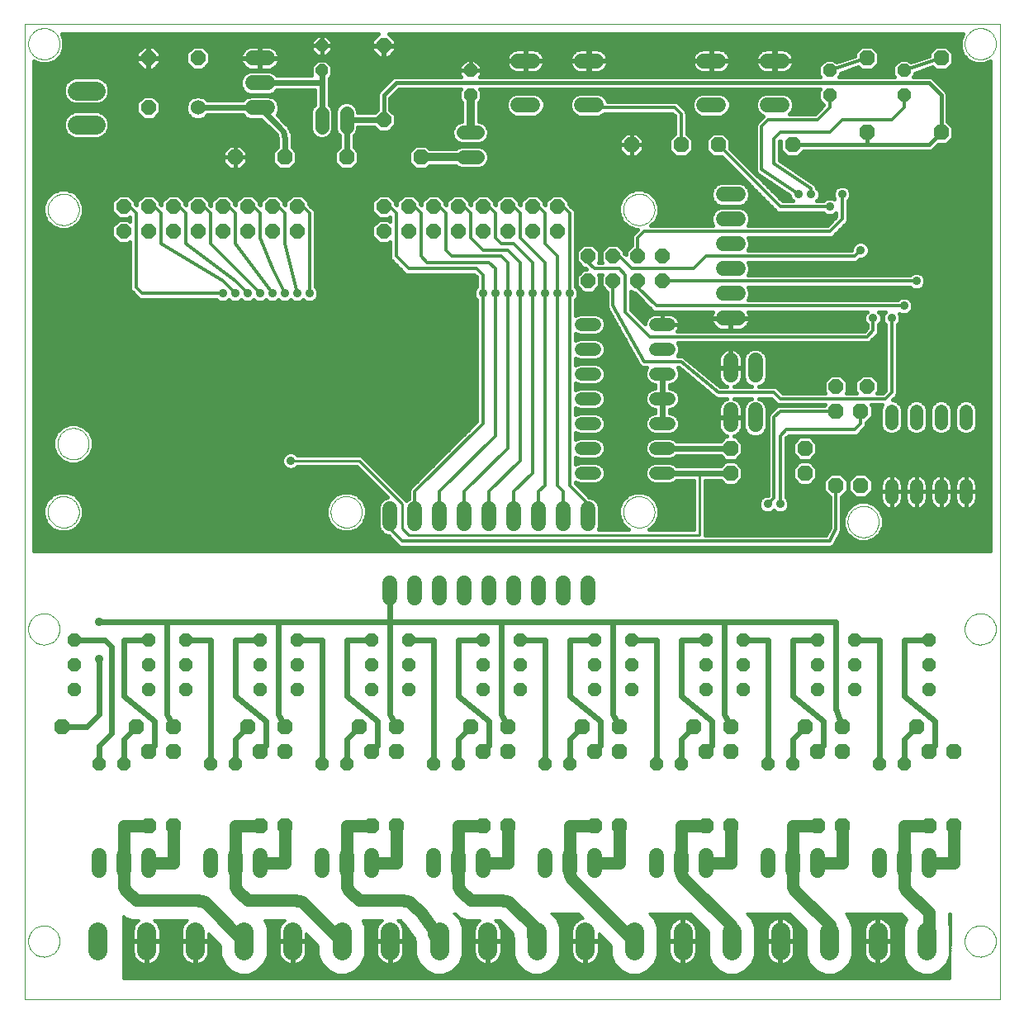
<source format=gbl>
G75*
G70*
%OFA0B0*%
%FSLAX24Y24*%
%IPPOS*%
%LPD*%
%AMOC8*
5,1,8,0,0,1.08239X$1,22.5*
%
%ADD10C,0.0000*%
%ADD11OC8,0.0520*%
%ADD12C,0.0600*%
%ADD13C,0.0560*%
%ADD14OC8,0.0630*%
%ADD15OC8,0.0500*%
%ADD16C,0.0750*%
%ADD17C,0.0520*%
%ADD18OC8,0.0600*%
%ADD19C,0.0600*%
%ADD20C,0.0780*%
%ADD21C,0.0240*%
%ADD22C,0.0160*%
%ADD23C,0.0500*%
%ADD24C,0.0120*%
%ADD25C,0.0356*%
%ADD26C,0.0100*%
%ADD27C,0.0320*%
D10*
X000101Y000101D02*
X000101Y039471D01*
X039471Y039471D01*
X039471Y000101D01*
X000101Y000101D01*
X000258Y002463D02*
X000260Y002513D01*
X000266Y002563D01*
X000276Y002612D01*
X000290Y002660D01*
X000307Y002707D01*
X000328Y002752D01*
X000353Y002796D01*
X000381Y002837D01*
X000413Y002876D01*
X000447Y002913D01*
X000484Y002947D01*
X000524Y002977D01*
X000566Y003004D01*
X000610Y003028D01*
X000656Y003049D01*
X000703Y003065D01*
X000751Y003078D01*
X000801Y003087D01*
X000850Y003092D01*
X000901Y003093D01*
X000951Y003090D01*
X001000Y003083D01*
X001049Y003072D01*
X001097Y003057D01*
X001143Y003039D01*
X001188Y003017D01*
X001231Y002991D01*
X001272Y002962D01*
X001311Y002930D01*
X001347Y002895D01*
X001379Y002857D01*
X001409Y002817D01*
X001436Y002774D01*
X001459Y002730D01*
X001478Y002684D01*
X001494Y002636D01*
X001506Y002587D01*
X001514Y002538D01*
X001518Y002488D01*
X001518Y002438D01*
X001514Y002388D01*
X001506Y002339D01*
X001494Y002290D01*
X001478Y002242D01*
X001459Y002196D01*
X001436Y002152D01*
X001409Y002109D01*
X001379Y002069D01*
X001347Y002031D01*
X001311Y001996D01*
X001272Y001964D01*
X001231Y001935D01*
X001188Y001909D01*
X001143Y001887D01*
X001097Y001869D01*
X001049Y001854D01*
X001000Y001843D01*
X000951Y001836D01*
X000901Y001833D01*
X000850Y001834D01*
X000801Y001839D01*
X000751Y001848D01*
X000703Y001861D01*
X000656Y001877D01*
X000610Y001898D01*
X000566Y001922D01*
X000524Y001949D01*
X000484Y001979D01*
X000447Y002013D01*
X000413Y002050D01*
X000381Y002089D01*
X000353Y002130D01*
X000328Y002174D01*
X000307Y002219D01*
X000290Y002266D01*
X000276Y002314D01*
X000266Y002363D01*
X000260Y002413D01*
X000258Y002463D01*
X000258Y015061D02*
X000260Y015111D01*
X000266Y015161D01*
X000276Y015210D01*
X000290Y015258D01*
X000307Y015305D01*
X000328Y015350D01*
X000353Y015394D01*
X000381Y015435D01*
X000413Y015474D01*
X000447Y015511D01*
X000484Y015545D01*
X000524Y015575D01*
X000566Y015602D01*
X000610Y015626D01*
X000656Y015647D01*
X000703Y015663D01*
X000751Y015676D01*
X000801Y015685D01*
X000850Y015690D01*
X000901Y015691D01*
X000951Y015688D01*
X001000Y015681D01*
X001049Y015670D01*
X001097Y015655D01*
X001143Y015637D01*
X001188Y015615D01*
X001231Y015589D01*
X001272Y015560D01*
X001311Y015528D01*
X001347Y015493D01*
X001379Y015455D01*
X001409Y015415D01*
X001436Y015372D01*
X001459Y015328D01*
X001478Y015282D01*
X001494Y015234D01*
X001506Y015185D01*
X001514Y015136D01*
X001518Y015086D01*
X001518Y015036D01*
X001514Y014986D01*
X001506Y014937D01*
X001494Y014888D01*
X001478Y014840D01*
X001459Y014794D01*
X001436Y014750D01*
X001409Y014707D01*
X001379Y014667D01*
X001347Y014629D01*
X001311Y014594D01*
X001272Y014562D01*
X001231Y014533D01*
X001188Y014507D01*
X001143Y014485D01*
X001097Y014467D01*
X001049Y014452D01*
X001000Y014441D01*
X000951Y014434D01*
X000901Y014431D01*
X000850Y014432D01*
X000801Y014437D01*
X000751Y014446D01*
X000703Y014459D01*
X000656Y014475D01*
X000610Y014496D01*
X000566Y014520D01*
X000524Y014547D01*
X000484Y014577D01*
X000447Y014611D01*
X000413Y014648D01*
X000381Y014687D01*
X000353Y014728D01*
X000328Y014772D01*
X000307Y014817D01*
X000290Y014864D01*
X000276Y014912D01*
X000266Y014961D01*
X000260Y015011D01*
X000258Y015061D01*
X001046Y019786D02*
X001048Y019836D01*
X001054Y019886D01*
X001064Y019935D01*
X001078Y019983D01*
X001095Y020030D01*
X001116Y020075D01*
X001141Y020119D01*
X001169Y020160D01*
X001201Y020199D01*
X001235Y020236D01*
X001272Y020270D01*
X001312Y020300D01*
X001354Y020327D01*
X001398Y020351D01*
X001444Y020372D01*
X001491Y020388D01*
X001539Y020401D01*
X001589Y020410D01*
X001638Y020415D01*
X001689Y020416D01*
X001739Y020413D01*
X001788Y020406D01*
X001837Y020395D01*
X001885Y020380D01*
X001931Y020362D01*
X001976Y020340D01*
X002019Y020314D01*
X002060Y020285D01*
X002099Y020253D01*
X002135Y020218D01*
X002167Y020180D01*
X002197Y020140D01*
X002224Y020097D01*
X002247Y020053D01*
X002266Y020007D01*
X002282Y019959D01*
X002294Y019910D01*
X002302Y019861D01*
X002306Y019811D01*
X002306Y019761D01*
X002302Y019711D01*
X002294Y019662D01*
X002282Y019613D01*
X002266Y019565D01*
X002247Y019519D01*
X002224Y019475D01*
X002197Y019432D01*
X002167Y019392D01*
X002135Y019354D01*
X002099Y019319D01*
X002060Y019287D01*
X002019Y019258D01*
X001976Y019232D01*
X001931Y019210D01*
X001885Y019192D01*
X001837Y019177D01*
X001788Y019166D01*
X001739Y019159D01*
X001689Y019156D01*
X001638Y019157D01*
X001589Y019162D01*
X001539Y019171D01*
X001491Y019184D01*
X001444Y019200D01*
X001398Y019221D01*
X001354Y019245D01*
X001312Y019272D01*
X001272Y019302D01*
X001235Y019336D01*
X001201Y019373D01*
X001169Y019412D01*
X001141Y019453D01*
X001116Y019497D01*
X001095Y019542D01*
X001078Y019589D01*
X001064Y019637D01*
X001054Y019686D01*
X001048Y019736D01*
X001046Y019786D01*
X001439Y022542D02*
X001441Y022592D01*
X001447Y022642D01*
X001457Y022691D01*
X001471Y022739D01*
X001488Y022786D01*
X001509Y022831D01*
X001534Y022875D01*
X001562Y022916D01*
X001594Y022955D01*
X001628Y022992D01*
X001665Y023026D01*
X001705Y023056D01*
X001747Y023083D01*
X001791Y023107D01*
X001837Y023128D01*
X001884Y023144D01*
X001932Y023157D01*
X001982Y023166D01*
X002031Y023171D01*
X002082Y023172D01*
X002132Y023169D01*
X002181Y023162D01*
X002230Y023151D01*
X002278Y023136D01*
X002324Y023118D01*
X002369Y023096D01*
X002412Y023070D01*
X002453Y023041D01*
X002492Y023009D01*
X002528Y022974D01*
X002560Y022936D01*
X002590Y022896D01*
X002617Y022853D01*
X002640Y022809D01*
X002659Y022763D01*
X002675Y022715D01*
X002687Y022666D01*
X002695Y022617D01*
X002699Y022567D01*
X002699Y022517D01*
X002695Y022467D01*
X002687Y022418D01*
X002675Y022369D01*
X002659Y022321D01*
X002640Y022275D01*
X002617Y022231D01*
X002590Y022188D01*
X002560Y022148D01*
X002528Y022110D01*
X002492Y022075D01*
X002453Y022043D01*
X002412Y022014D01*
X002369Y021988D01*
X002324Y021966D01*
X002278Y021948D01*
X002230Y021933D01*
X002181Y021922D01*
X002132Y021915D01*
X002082Y021912D01*
X002031Y021913D01*
X001982Y021918D01*
X001932Y021927D01*
X001884Y021940D01*
X001837Y021956D01*
X001791Y021977D01*
X001747Y022001D01*
X001705Y022028D01*
X001665Y022058D01*
X001628Y022092D01*
X001594Y022129D01*
X001562Y022168D01*
X001534Y022209D01*
X001509Y022253D01*
X001488Y022298D01*
X001471Y022345D01*
X001457Y022393D01*
X001447Y022442D01*
X001441Y022492D01*
X001439Y022542D01*
X001046Y031991D02*
X001048Y032041D01*
X001054Y032091D01*
X001064Y032140D01*
X001078Y032188D01*
X001095Y032235D01*
X001116Y032280D01*
X001141Y032324D01*
X001169Y032365D01*
X001201Y032404D01*
X001235Y032441D01*
X001272Y032475D01*
X001312Y032505D01*
X001354Y032532D01*
X001398Y032556D01*
X001444Y032577D01*
X001491Y032593D01*
X001539Y032606D01*
X001589Y032615D01*
X001638Y032620D01*
X001689Y032621D01*
X001739Y032618D01*
X001788Y032611D01*
X001837Y032600D01*
X001885Y032585D01*
X001931Y032567D01*
X001976Y032545D01*
X002019Y032519D01*
X002060Y032490D01*
X002099Y032458D01*
X002135Y032423D01*
X002167Y032385D01*
X002197Y032345D01*
X002224Y032302D01*
X002247Y032258D01*
X002266Y032212D01*
X002282Y032164D01*
X002294Y032115D01*
X002302Y032066D01*
X002306Y032016D01*
X002306Y031966D01*
X002302Y031916D01*
X002294Y031867D01*
X002282Y031818D01*
X002266Y031770D01*
X002247Y031724D01*
X002224Y031680D01*
X002197Y031637D01*
X002167Y031597D01*
X002135Y031559D01*
X002099Y031524D01*
X002060Y031492D01*
X002019Y031463D01*
X001976Y031437D01*
X001931Y031415D01*
X001885Y031397D01*
X001837Y031382D01*
X001788Y031371D01*
X001739Y031364D01*
X001689Y031361D01*
X001638Y031362D01*
X001589Y031367D01*
X001539Y031376D01*
X001491Y031389D01*
X001444Y031405D01*
X001398Y031426D01*
X001354Y031450D01*
X001312Y031477D01*
X001272Y031507D01*
X001235Y031541D01*
X001201Y031578D01*
X001169Y031617D01*
X001141Y031658D01*
X001116Y031702D01*
X001095Y031747D01*
X001078Y031794D01*
X001064Y031842D01*
X001054Y031891D01*
X001048Y031941D01*
X001046Y031991D01*
X000258Y038683D02*
X000260Y038733D01*
X000266Y038783D01*
X000276Y038832D01*
X000290Y038880D01*
X000307Y038927D01*
X000328Y038972D01*
X000353Y039016D01*
X000381Y039057D01*
X000413Y039096D01*
X000447Y039133D01*
X000484Y039167D01*
X000524Y039197D01*
X000566Y039224D01*
X000610Y039248D01*
X000656Y039269D01*
X000703Y039285D01*
X000751Y039298D01*
X000801Y039307D01*
X000850Y039312D01*
X000901Y039313D01*
X000951Y039310D01*
X001000Y039303D01*
X001049Y039292D01*
X001097Y039277D01*
X001143Y039259D01*
X001188Y039237D01*
X001231Y039211D01*
X001272Y039182D01*
X001311Y039150D01*
X001347Y039115D01*
X001379Y039077D01*
X001409Y039037D01*
X001436Y038994D01*
X001459Y038950D01*
X001478Y038904D01*
X001494Y038856D01*
X001506Y038807D01*
X001514Y038758D01*
X001518Y038708D01*
X001518Y038658D01*
X001514Y038608D01*
X001506Y038559D01*
X001494Y038510D01*
X001478Y038462D01*
X001459Y038416D01*
X001436Y038372D01*
X001409Y038329D01*
X001379Y038289D01*
X001347Y038251D01*
X001311Y038216D01*
X001272Y038184D01*
X001231Y038155D01*
X001188Y038129D01*
X001143Y038107D01*
X001097Y038089D01*
X001049Y038074D01*
X001000Y038063D01*
X000951Y038056D01*
X000901Y038053D01*
X000850Y038054D01*
X000801Y038059D01*
X000751Y038068D01*
X000703Y038081D01*
X000656Y038097D01*
X000610Y038118D01*
X000566Y038142D01*
X000524Y038169D01*
X000484Y038199D01*
X000447Y038233D01*
X000413Y038270D01*
X000381Y038309D01*
X000353Y038350D01*
X000328Y038394D01*
X000307Y038439D01*
X000290Y038486D01*
X000276Y038534D01*
X000266Y038583D01*
X000260Y038633D01*
X000258Y038683D01*
X012463Y019786D02*
X012465Y019836D01*
X012471Y019886D01*
X012481Y019935D01*
X012495Y019983D01*
X012512Y020030D01*
X012533Y020075D01*
X012558Y020119D01*
X012586Y020160D01*
X012618Y020199D01*
X012652Y020236D01*
X012689Y020270D01*
X012729Y020300D01*
X012771Y020327D01*
X012815Y020351D01*
X012861Y020372D01*
X012908Y020388D01*
X012956Y020401D01*
X013006Y020410D01*
X013055Y020415D01*
X013106Y020416D01*
X013156Y020413D01*
X013205Y020406D01*
X013254Y020395D01*
X013302Y020380D01*
X013348Y020362D01*
X013393Y020340D01*
X013436Y020314D01*
X013477Y020285D01*
X013516Y020253D01*
X013552Y020218D01*
X013584Y020180D01*
X013614Y020140D01*
X013641Y020097D01*
X013664Y020053D01*
X013683Y020007D01*
X013699Y019959D01*
X013711Y019910D01*
X013719Y019861D01*
X013723Y019811D01*
X013723Y019761D01*
X013719Y019711D01*
X013711Y019662D01*
X013699Y019613D01*
X013683Y019565D01*
X013664Y019519D01*
X013641Y019475D01*
X013614Y019432D01*
X013584Y019392D01*
X013552Y019354D01*
X013516Y019319D01*
X013477Y019287D01*
X013436Y019258D01*
X013393Y019232D01*
X013348Y019210D01*
X013302Y019192D01*
X013254Y019177D01*
X013205Y019166D01*
X013156Y019159D01*
X013106Y019156D01*
X013055Y019157D01*
X013006Y019162D01*
X012956Y019171D01*
X012908Y019184D01*
X012861Y019200D01*
X012815Y019221D01*
X012771Y019245D01*
X012729Y019272D01*
X012689Y019302D01*
X012652Y019336D01*
X012618Y019373D01*
X012586Y019412D01*
X012558Y019453D01*
X012533Y019497D01*
X012512Y019542D01*
X012495Y019589D01*
X012481Y019637D01*
X012471Y019686D01*
X012465Y019736D01*
X012463Y019786D01*
X024274Y019786D02*
X024276Y019836D01*
X024282Y019886D01*
X024292Y019935D01*
X024306Y019983D01*
X024323Y020030D01*
X024344Y020075D01*
X024369Y020119D01*
X024397Y020160D01*
X024429Y020199D01*
X024463Y020236D01*
X024500Y020270D01*
X024540Y020300D01*
X024582Y020327D01*
X024626Y020351D01*
X024672Y020372D01*
X024719Y020388D01*
X024767Y020401D01*
X024817Y020410D01*
X024866Y020415D01*
X024917Y020416D01*
X024967Y020413D01*
X025016Y020406D01*
X025065Y020395D01*
X025113Y020380D01*
X025159Y020362D01*
X025204Y020340D01*
X025247Y020314D01*
X025288Y020285D01*
X025327Y020253D01*
X025363Y020218D01*
X025395Y020180D01*
X025425Y020140D01*
X025452Y020097D01*
X025475Y020053D01*
X025494Y020007D01*
X025510Y019959D01*
X025522Y019910D01*
X025530Y019861D01*
X025534Y019811D01*
X025534Y019761D01*
X025530Y019711D01*
X025522Y019662D01*
X025510Y019613D01*
X025494Y019565D01*
X025475Y019519D01*
X025452Y019475D01*
X025425Y019432D01*
X025395Y019392D01*
X025363Y019354D01*
X025327Y019319D01*
X025288Y019287D01*
X025247Y019258D01*
X025204Y019232D01*
X025159Y019210D01*
X025113Y019192D01*
X025065Y019177D01*
X025016Y019166D01*
X024967Y019159D01*
X024917Y019156D01*
X024866Y019157D01*
X024817Y019162D01*
X024767Y019171D01*
X024719Y019184D01*
X024672Y019200D01*
X024626Y019221D01*
X024582Y019245D01*
X024540Y019272D01*
X024500Y019302D01*
X024463Y019336D01*
X024429Y019373D01*
X024397Y019412D01*
X024369Y019453D01*
X024344Y019497D01*
X024323Y019542D01*
X024306Y019589D01*
X024292Y019637D01*
X024282Y019686D01*
X024276Y019736D01*
X024274Y019786D01*
X033329Y019392D02*
X033331Y019442D01*
X033337Y019492D01*
X033347Y019541D01*
X033361Y019589D01*
X033378Y019636D01*
X033399Y019681D01*
X033424Y019725D01*
X033452Y019766D01*
X033484Y019805D01*
X033518Y019842D01*
X033555Y019876D01*
X033595Y019906D01*
X033637Y019933D01*
X033681Y019957D01*
X033727Y019978D01*
X033774Y019994D01*
X033822Y020007D01*
X033872Y020016D01*
X033921Y020021D01*
X033972Y020022D01*
X034022Y020019D01*
X034071Y020012D01*
X034120Y020001D01*
X034168Y019986D01*
X034214Y019968D01*
X034259Y019946D01*
X034302Y019920D01*
X034343Y019891D01*
X034382Y019859D01*
X034418Y019824D01*
X034450Y019786D01*
X034480Y019746D01*
X034507Y019703D01*
X034530Y019659D01*
X034549Y019613D01*
X034565Y019565D01*
X034577Y019516D01*
X034585Y019467D01*
X034589Y019417D01*
X034589Y019367D01*
X034585Y019317D01*
X034577Y019268D01*
X034565Y019219D01*
X034549Y019171D01*
X034530Y019125D01*
X034507Y019081D01*
X034480Y019038D01*
X034450Y018998D01*
X034418Y018960D01*
X034382Y018925D01*
X034343Y018893D01*
X034302Y018864D01*
X034259Y018838D01*
X034214Y018816D01*
X034168Y018798D01*
X034120Y018783D01*
X034071Y018772D01*
X034022Y018765D01*
X033972Y018762D01*
X033921Y018763D01*
X033872Y018768D01*
X033822Y018777D01*
X033774Y018790D01*
X033727Y018806D01*
X033681Y018827D01*
X033637Y018851D01*
X033595Y018878D01*
X033555Y018908D01*
X033518Y018942D01*
X033484Y018979D01*
X033452Y019018D01*
X033424Y019059D01*
X033399Y019103D01*
X033378Y019148D01*
X033361Y019195D01*
X033347Y019243D01*
X033337Y019292D01*
X033331Y019342D01*
X033329Y019392D01*
X038053Y015061D02*
X038055Y015111D01*
X038061Y015161D01*
X038071Y015210D01*
X038085Y015258D01*
X038102Y015305D01*
X038123Y015350D01*
X038148Y015394D01*
X038176Y015435D01*
X038208Y015474D01*
X038242Y015511D01*
X038279Y015545D01*
X038319Y015575D01*
X038361Y015602D01*
X038405Y015626D01*
X038451Y015647D01*
X038498Y015663D01*
X038546Y015676D01*
X038596Y015685D01*
X038645Y015690D01*
X038696Y015691D01*
X038746Y015688D01*
X038795Y015681D01*
X038844Y015670D01*
X038892Y015655D01*
X038938Y015637D01*
X038983Y015615D01*
X039026Y015589D01*
X039067Y015560D01*
X039106Y015528D01*
X039142Y015493D01*
X039174Y015455D01*
X039204Y015415D01*
X039231Y015372D01*
X039254Y015328D01*
X039273Y015282D01*
X039289Y015234D01*
X039301Y015185D01*
X039309Y015136D01*
X039313Y015086D01*
X039313Y015036D01*
X039309Y014986D01*
X039301Y014937D01*
X039289Y014888D01*
X039273Y014840D01*
X039254Y014794D01*
X039231Y014750D01*
X039204Y014707D01*
X039174Y014667D01*
X039142Y014629D01*
X039106Y014594D01*
X039067Y014562D01*
X039026Y014533D01*
X038983Y014507D01*
X038938Y014485D01*
X038892Y014467D01*
X038844Y014452D01*
X038795Y014441D01*
X038746Y014434D01*
X038696Y014431D01*
X038645Y014432D01*
X038596Y014437D01*
X038546Y014446D01*
X038498Y014459D01*
X038451Y014475D01*
X038405Y014496D01*
X038361Y014520D01*
X038319Y014547D01*
X038279Y014577D01*
X038242Y014611D01*
X038208Y014648D01*
X038176Y014687D01*
X038148Y014728D01*
X038123Y014772D01*
X038102Y014817D01*
X038085Y014864D01*
X038071Y014912D01*
X038061Y014961D01*
X038055Y015011D01*
X038053Y015061D01*
X038053Y002463D02*
X038055Y002513D01*
X038061Y002563D01*
X038071Y002612D01*
X038085Y002660D01*
X038102Y002707D01*
X038123Y002752D01*
X038148Y002796D01*
X038176Y002837D01*
X038208Y002876D01*
X038242Y002913D01*
X038279Y002947D01*
X038319Y002977D01*
X038361Y003004D01*
X038405Y003028D01*
X038451Y003049D01*
X038498Y003065D01*
X038546Y003078D01*
X038596Y003087D01*
X038645Y003092D01*
X038696Y003093D01*
X038746Y003090D01*
X038795Y003083D01*
X038844Y003072D01*
X038892Y003057D01*
X038938Y003039D01*
X038983Y003017D01*
X039026Y002991D01*
X039067Y002962D01*
X039106Y002930D01*
X039142Y002895D01*
X039174Y002857D01*
X039204Y002817D01*
X039231Y002774D01*
X039254Y002730D01*
X039273Y002684D01*
X039289Y002636D01*
X039301Y002587D01*
X039309Y002538D01*
X039313Y002488D01*
X039313Y002438D01*
X039309Y002388D01*
X039301Y002339D01*
X039289Y002290D01*
X039273Y002242D01*
X039254Y002196D01*
X039231Y002152D01*
X039204Y002109D01*
X039174Y002069D01*
X039142Y002031D01*
X039106Y001996D01*
X039067Y001964D01*
X039026Y001935D01*
X038983Y001909D01*
X038938Y001887D01*
X038892Y001869D01*
X038844Y001854D01*
X038795Y001843D01*
X038746Y001836D01*
X038696Y001833D01*
X038645Y001834D01*
X038596Y001839D01*
X038546Y001848D01*
X038498Y001861D01*
X038451Y001877D01*
X038405Y001898D01*
X038361Y001922D01*
X038319Y001949D01*
X038279Y001979D01*
X038242Y002013D01*
X038208Y002050D01*
X038176Y002089D01*
X038148Y002130D01*
X038123Y002174D01*
X038102Y002219D01*
X038085Y002266D01*
X038071Y002314D01*
X038061Y002363D01*
X038055Y002413D01*
X038053Y002463D01*
X024274Y031991D02*
X024276Y032041D01*
X024282Y032091D01*
X024292Y032140D01*
X024306Y032188D01*
X024323Y032235D01*
X024344Y032280D01*
X024369Y032324D01*
X024397Y032365D01*
X024429Y032404D01*
X024463Y032441D01*
X024500Y032475D01*
X024540Y032505D01*
X024582Y032532D01*
X024626Y032556D01*
X024672Y032577D01*
X024719Y032593D01*
X024767Y032606D01*
X024817Y032615D01*
X024866Y032620D01*
X024917Y032621D01*
X024967Y032618D01*
X025016Y032611D01*
X025065Y032600D01*
X025113Y032585D01*
X025159Y032567D01*
X025204Y032545D01*
X025247Y032519D01*
X025288Y032490D01*
X025327Y032458D01*
X025363Y032423D01*
X025395Y032385D01*
X025425Y032345D01*
X025452Y032302D01*
X025475Y032258D01*
X025494Y032212D01*
X025510Y032164D01*
X025522Y032115D01*
X025530Y032066D01*
X025534Y032016D01*
X025534Y031966D01*
X025530Y031916D01*
X025522Y031867D01*
X025510Y031818D01*
X025494Y031770D01*
X025475Y031724D01*
X025452Y031680D01*
X025425Y031637D01*
X025395Y031597D01*
X025363Y031559D01*
X025327Y031524D01*
X025288Y031492D01*
X025247Y031463D01*
X025204Y031437D01*
X025159Y031415D01*
X025113Y031397D01*
X025065Y031382D01*
X025016Y031371D01*
X024967Y031364D01*
X024917Y031361D01*
X024866Y031362D01*
X024817Y031367D01*
X024767Y031376D01*
X024719Y031389D01*
X024672Y031405D01*
X024626Y031426D01*
X024582Y031450D01*
X024540Y031477D01*
X024500Y031507D01*
X024463Y031541D01*
X024429Y031578D01*
X024397Y031617D01*
X024369Y031658D01*
X024344Y031702D01*
X024323Y031747D01*
X024306Y031794D01*
X024292Y031842D01*
X024282Y031891D01*
X024276Y031941D01*
X024274Y031991D01*
X038053Y038683D02*
X038055Y038733D01*
X038061Y038783D01*
X038071Y038832D01*
X038085Y038880D01*
X038102Y038927D01*
X038123Y038972D01*
X038148Y039016D01*
X038176Y039057D01*
X038208Y039096D01*
X038242Y039133D01*
X038279Y039167D01*
X038319Y039197D01*
X038361Y039224D01*
X038405Y039248D01*
X038451Y039269D01*
X038498Y039285D01*
X038546Y039298D01*
X038596Y039307D01*
X038645Y039312D01*
X038696Y039313D01*
X038746Y039310D01*
X038795Y039303D01*
X038844Y039292D01*
X038892Y039277D01*
X038938Y039259D01*
X038983Y039237D01*
X039026Y039211D01*
X039067Y039182D01*
X039106Y039150D01*
X039142Y039115D01*
X039174Y039077D01*
X039204Y039037D01*
X039231Y038994D01*
X039254Y038950D01*
X039273Y038904D01*
X039289Y038856D01*
X039301Y038807D01*
X039309Y038758D01*
X039313Y038708D01*
X039313Y038658D01*
X039309Y038608D01*
X039301Y038559D01*
X039289Y038510D01*
X039273Y038462D01*
X039254Y038416D01*
X039231Y038372D01*
X039204Y038329D01*
X039174Y038289D01*
X039142Y038251D01*
X039106Y038216D01*
X039067Y038184D01*
X039026Y038155D01*
X038983Y038129D01*
X038938Y038107D01*
X038892Y038089D01*
X038844Y038074D01*
X038795Y038063D01*
X038746Y038056D01*
X038696Y038053D01*
X038645Y038054D01*
X038596Y038059D01*
X038546Y038068D01*
X038498Y038081D01*
X038451Y038097D01*
X038405Y038118D01*
X038361Y038142D01*
X038319Y038169D01*
X038279Y038199D01*
X038242Y038233D01*
X038208Y038270D01*
X038176Y038309D01*
X038148Y038350D01*
X038123Y038394D01*
X038102Y038439D01*
X038085Y038486D01*
X038071Y038534D01*
X038061Y038583D01*
X038055Y038633D01*
X038053Y038683D01*
D11*
X035601Y037601D03*
X035601Y036601D03*
X032601Y036601D03*
X032601Y037601D03*
X018101Y037601D03*
X018101Y036601D03*
X018601Y014601D03*
X018601Y013601D03*
X018601Y012601D03*
X020101Y012601D03*
X020101Y013601D03*
X020101Y014601D03*
X023101Y014601D03*
X023101Y013601D03*
X023101Y012601D03*
X024601Y012601D03*
X024601Y013601D03*
X024601Y014601D03*
X027601Y014601D03*
X027601Y013601D03*
X027601Y012601D03*
X029101Y012601D03*
X029101Y013601D03*
X029101Y014601D03*
X032101Y014601D03*
X032101Y013601D03*
X032101Y012601D03*
X033601Y012601D03*
X033601Y013601D03*
X033601Y014601D03*
X036601Y014601D03*
X036601Y013601D03*
X036601Y012601D03*
X035601Y009601D03*
X034601Y009601D03*
X031101Y009601D03*
X030101Y009601D03*
X026601Y009601D03*
X025601Y009601D03*
X022101Y009601D03*
X021101Y009601D03*
X017601Y009601D03*
X016601Y009601D03*
X015601Y012601D03*
X015601Y013601D03*
X015601Y014601D03*
X014101Y014601D03*
X014101Y013601D03*
X014101Y012601D03*
X011101Y012601D03*
X011101Y013601D03*
X011101Y014601D03*
X009601Y014601D03*
X009601Y013601D03*
X009601Y012601D03*
X006601Y012601D03*
X006601Y013601D03*
X006601Y014601D03*
X005101Y014601D03*
X005101Y013601D03*
X005101Y012601D03*
X002101Y012601D03*
X002101Y013601D03*
X002101Y014601D03*
X003101Y009601D03*
X004101Y009601D03*
X007601Y009601D03*
X008601Y009601D03*
X012101Y009601D03*
X013101Y009601D03*
D12*
X013101Y005901D02*
X013101Y005301D01*
X014101Y005301D02*
X014101Y005901D01*
X012101Y005901D02*
X012101Y005301D01*
X009601Y005301D02*
X009601Y005901D01*
X008601Y005901D02*
X008601Y005301D01*
X007601Y005301D02*
X007601Y005901D01*
X005101Y005901D02*
X005101Y005301D01*
X004101Y005301D02*
X004101Y005901D01*
X003101Y005901D02*
X003101Y005301D01*
X014851Y016301D02*
X014851Y016901D01*
X015851Y016901D02*
X015851Y016301D01*
X016851Y016301D02*
X016851Y016901D01*
X017851Y016901D02*
X017851Y016301D01*
X018851Y016301D02*
X018851Y016901D01*
X019851Y016901D02*
X019851Y016301D01*
X020851Y016301D02*
X020851Y016901D01*
X021851Y016901D02*
X021851Y016301D01*
X022851Y016301D02*
X022851Y016901D01*
X022851Y019301D02*
X022851Y019901D01*
X021851Y019901D02*
X021851Y019301D01*
X020851Y019301D02*
X020851Y019901D01*
X019851Y019901D02*
X019851Y019301D01*
X018851Y019301D02*
X018851Y019901D01*
X017851Y019901D02*
X017851Y019301D01*
X016851Y019301D02*
X016851Y019901D01*
X015851Y019901D02*
X015851Y019301D01*
X014851Y019301D02*
X014851Y019901D01*
X016601Y005901D02*
X016601Y005301D01*
X017601Y005301D02*
X017601Y005901D01*
X018601Y005901D02*
X018601Y005301D01*
X021101Y005301D02*
X021101Y005901D01*
X022101Y005901D02*
X022101Y005301D01*
X023101Y005301D02*
X023101Y005901D01*
X025601Y005901D02*
X025601Y005301D01*
X026601Y005301D02*
X026601Y005901D01*
X027601Y005901D02*
X027601Y005301D01*
X030101Y005301D02*
X030101Y005901D01*
X031101Y005901D02*
X031101Y005301D01*
X032101Y005301D02*
X032101Y005901D01*
X034601Y005901D02*
X034601Y005301D01*
X035601Y005301D02*
X035601Y005901D01*
X036601Y005901D02*
X036601Y005301D01*
X029601Y023301D02*
X029601Y023901D01*
X028601Y023901D02*
X028601Y023301D01*
X028601Y025301D02*
X028601Y025901D01*
X029601Y025901D02*
X029601Y025301D01*
X028901Y027601D02*
X028301Y027601D01*
X028301Y028601D02*
X028901Y028601D01*
X028901Y029601D02*
X028301Y029601D01*
X028301Y030601D02*
X028901Y030601D01*
X028901Y031601D02*
X028301Y031601D01*
X028301Y032601D02*
X028901Y032601D01*
X028121Y036211D02*
X027521Y036211D01*
X027521Y037991D02*
X028121Y037991D01*
X030081Y037991D02*
X030681Y037991D01*
X030681Y036211D02*
X030081Y036211D01*
X023181Y036211D02*
X022581Y036211D01*
X022581Y037991D02*
X023181Y037991D01*
X020621Y037991D02*
X020021Y037991D01*
X020021Y036211D02*
X020621Y036211D01*
X009901Y036101D02*
X009301Y036101D01*
X009301Y037101D02*
X009901Y037101D01*
X009901Y038101D02*
X009301Y038101D01*
D13*
X012101Y035881D02*
X012101Y035321D01*
X013101Y035321D02*
X013101Y035881D01*
X017821Y035101D02*
X018381Y035101D01*
X018381Y034101D02*
X017821Y034101D01*
D14*
X016101Y034101D03*
X013101Y034101D03*
X010601Y034101D03*
X008601Y034101D03*
X024601Y034601D03*
X026601Y034601D03*
X028101Y034601D03*
X031101Y034601D03*
X034101Y035101D03*
X034101Y038101D03*
X037101Y038101D03*
X037101Y035101D03*
X033851Y023851D03*
X032851Y023851D03*
X031601Y022351D03*
X031601Y021351D03*
X032851Y020851D03*
X033851Y020851D03*
X028601Y021351D03*
X028601Y022351D03*
X028601Y011101D03*
X028601Y010101D03*
X027601Y010101D03*
X027101Y011101D03*
X024101Y011101D03*
X024101Y010101D03*
X023101Y010101D03*
X022601Y011101D03*
X019601Y011101D03*
X019601Y010101D03*
X018601Y010101D03*
X018101Y011101D03*
X015101Y011101D03*
X015101Y010101D03*
X014101Y010101D03*
X013601Y011101D03*
X010601Y011101D03*
X010601Y010101D03*
X009601Y010101D03*
X009101Y011101D03*
X006101Y011101D03*
X006101Y010101D03*
X005101Y010101D03*
X004601Y011101D03*
X001601Y011101D03*
X005101Y007101D03*
X006101Y007101D03*
X009601Y007101D03*
X010601Y007101D03*
X014101Y007101D03*
X015101Y007101D03*
X018601Y007101D03*
X019601Y007101D03*
X023101Y007101D03*
X024101Y007101D03*
X027601Y007101D03*
X028601Y007101D03*
X032101Y007101D03*
X033101Y007101D03*
X033101Y010101D03*
X033101Y011101D03*
X032101Y010101D03*
X031601Y011101D03*
X036101Y011101D03*
X036601Y010101D03*
X037601Y010101D03*
X037601Y007101D03*
X036601Y007101D03*
D15*
X012101Y037601D03*
X012101Y038601D03*
D16*
X002976Y036790D02*
X002226Y036790D01*
X002226Y035412D02*
X002976Y035412D01*
D17*
X022591Y027351D02*
X023111Y027351D01*
X023111Y026351D02*
X022591Y026351D01*
X022591Y025351D02*
X023111Y025351D01*
X023111Y024351D02*
X022591Y024351D01*
X022591Y023351D02*
X023111Y023351D01*
X023111Y022351D02*
X022591Y022351D01*
X022591Y021351D02*
X023111Y021351D01*
X025591Y021351D02*
X026111Y021351D01*
X026111Y022351D02*
X025591Y022351D01*
X025591Y023351D02*
X026111Y023351D01*
X026111Y024351D02*
X025591Y024351D01*
X025591Y025351D02*
X026111Y025351D01*
X026111Y026351D02*
X025591Y026351D01*
X025591Y027351D02*
X026111Y027351D01*
X035101Y023861D02*
X035101Y023341D01*
X036101Y023341D02*
X036101Y023861D01*
X037101Y023861D02*
X037101Y023341D01*
X038101Y023341D02*
X038101Y023861D01*
X038101Y020861D02*
X038101Y020341D01*
X037101Y020341D02*
X037101Y020861D01*
X036101Y020861D02*
X036101Y020341D01*
X035101Y020341D02*
X035101Y020861D01*
D18*
X034101Y024851D03*
X032851Y024851D03*
X025851Y029101D03*
X025851Y030101D03*
X024851Y030101D03*
X024851Y029101D03*
X023851Y029101D03*
X023851Y030101D03*
X022851Y030101D03*
X022851Y029101D03*
X021601Y031101D03*
X021601Y032101D03*
X020601Y032101D03*
X020601Y031101D03*
X019601Y031101D03*
X019601Y032101D03*
X018601Y032101D03*
X018601Y031101D03*
X017601Y031101D03*
X017601Y032101D03*
X016601Y032101D03*
X016601Y031101D03*
X015601Y031101D03*
X015601Y032101D03*
X014601Y032101D03*
X014601Y031101D03*
X011101Y031101D03*
X011101Y032101D03*
X010101Y032101D03*
X010101Y031101D03*
X009101Y031101D03*
X009101Y032101D03*
X008101Y032101D03*
X008101Y031101D03*
X007101Y031101D03*
X007101Y032101D03*
X006101Y032101D03*
X006101Y031101D03*
X005101Y031101D03*
X005101Y032101D03*
X004101Y032101D03*
X004101Y031101D03*
X005101Y036101D03*
X005101Y038101D03*
X007101Y038101D03*
X014601Y038601D03*
X014601Y035601D03*
D19*
X007101Y036101D03*
D20*
X006985Y002853D02*
X006985Y002073D01*
X005028Y002073D02*
X005028Y002853D01*
X003048Y002853D02*
X003048Y002073D01*
X008965Y002073D02*
X008965Y002853D01*
X010922Y002853D02*
X010922Y002073D01*
X012902Y002073D02*
X012902Y002853D01*
X014859Y002853D02*
X014859Y002073D01*
X016839Y002073D02*
X016839Y002853D01*
X018796Y002853D02*
X018796Y002073D01*
X020776Y002073D02*
X020776Y002853D01*
X022733Y002853D02*
X022733Y002073D01*
X024713Y002073D02*
X024713Y002853D01*
X026670Y002853D02*
X026670Y002073D01*
X028650Y002073D02*
X028650Y002853D01*
X030607Y002853D02*
X030607Y002073D01*
X032587Y002073D02*
X032587Y002853D01*
X034544Y002853D02*
X034544Y002073D01*
X036524Y002073D02*
X036524Y002853D01*
D21*
X035601Y009601D02*
X035601Y010601D01*
X036101Y011101D01*
X036851Y011351D02*
X036851Y010351D01*
X036601Y010101D01*
X036851Y011351D02*
X035601Y012351D01*
X035601Y014601D01*
X036601Y014601D01*
X034601Y014601D02*
X033601Y014601D01*
X032851Y015351D02*
X028351Y015351D01*
X023851Y015351D01*
X019351Y015351D01*
X014851Y015351D01*
X014851Y016601D01*
X014851Y015351D02*
X010351Y015351D01*
X005851Y015351D01*
X003101Y015351D01*
X003351Y014601D02*
X002101Y014601D01*
X003101Y013851D02*
X003101Y011601D01*
X002601Y011101D01*
X001601Y011101D01*
X003101Y010351D02*
X003601Y010851D01*
X003601Y014351D01*
X003351Y014601D01*
X004101Y014601D02*
X004101Y012351D01*
X005351Y011351D01*
X005351Y010351D01*
X005101Y010101D01*
X004101Y010601D02*
X004601Y011101D01*
X004101Y010601D02*
X004101Y009601D01*
X003101Y009601D02*
X003101Y010351D01*
X005851Y011601D02*
X005851Y015351D01*
X006601Y014601D02*
X007601Y014601D01*
X007601Y009601D01*
X008601Y009601D02*
X008601Y010601D01*
X009101Y011101D01*
X009851Y011351D02*
X009851Y010351D01*
X009601Y010101D01*
X010601Y011101D02*
X010351Y011601D01*
X010351Y015351D01*
X011101Y014601D02*
X012101Y014601D01*
X012101Y009601D01*
X013101Y009601D02*
X013101Y010601D01*
X013601Y011101D01*
X014351Y011351D02*
X014351Y010351D01*
X014101Y010101D01*
X014351Y011351D02*
X013101Y012351D01*
X013101Y014601D01*
X014101Y014601D01*
X014851Y015351D02*
X014851Y011601D01*
X015101Y011101D01*
X016601Y009601D02*
X016601Y014601D01*
X015601Y014601D01*
X017601Y014601D02*
X017601Y012351D01*
X018851Y011351D01*
X018851Y010351D01*
X018601Y010101D01*
X017601Y010601D02*
X018101Y011101D01*
X017601Y010601D02*
X017601Y009601D01*
X019601Y011101D02*
X019351Y011601D01*
X019351Y015351D01*
X020101Y014601D02*
X021101Y014601D01*
X021101Y009601D01*
X022101Y009601D02*
X022101Y010601D01*
X022601Y011101D01*
X023351Y011351D02*
X023351Y010351D01*
X023101Y010101D01*
X024101Y011101D02*
X023851Y011601D01*
X023851Y015351D01*
X024601Y014601D02*
X025601Y014601D01*
X025601Y009601D01*
X026601Y009601D02*
X026601Y010601D01*
X027101Y011101D01*
X027851Y011351D02*
X027851Y010351D01*
X027601Y010101D01*
X027851Y011351D02*
X026601Y012351D01*
X026601Y014601D01*
X027601Y014601D01*
X028351Y015351D02*
X028351Y011601D01*
X028601Y011101D01*
X030101Y009601D02*
X030101Y014601D01*
X029101Y014601D01*
X031101Y014601D02*
X031101Y012351D01*
X032351Y011351D01*
X032351Y010351D01*
X032101Y010101D01*
X031101Y010601D02*
X031601Y011101D01*
X031101Y010601D02*
X031101Y009601D01*
X033101Y011101D02*
X032851Y011851D01*
X032851Y015351D01*
X032101Y014601D02*
X031101Y014601D01*
X034601Y014601D02*
X034601Y009601D01*
X028601Y021351D02*
X027351Y021351D01*
X025851Y021351D01*
X025851Y022351D02*
X028601Y022351D01*
X025851Y023351D02*
X025851Y024351D01*
X025851Y025351D01*
X023101Y014601D02*
X022101Y014601D01*
X022101Y012351D01*
X023351Y011351D01*
X018601Y014601D02*
X017601Y014601D01*
X009601Y014601D02*
X008601Y014601D01*
X008601Y012351D01*
X009851Y011351D01*
X006101Y011101D02*
X005851Y011601D01*
X005101Y014601D02*
X004101Y014601D01*
X010601Y034101D02*
X010601Y034894D01*
X010454Y035247D02*
X009601Y036101D01*
X007101Y036101D01*
X009601Y037101D02*
X012101Y037101D01*
X012101Y037601D01*
X012101Y037101D02*
X012101Y035601D01*
X013101Y035601D02*
X014601Y035601D01*
X013101Y035101D02*
X013101Y034101D01*
X010601Y034894D02*
X010599Y034938D01*
X010593Y034981D01*
X010584Y035023D01*
X010571Y035065D01*
X010554Y035105D01*
X010534Y035144D01*
X010511Y035181D01*
X010484Y035215D01*
X010455Y035248D01*
D22*
X010666Y035459D02*
X010666Y035459D01*
X010668Y035458D01*
X010709Y035417D01*
X010709Y035417D01*
X010779Y035347D01*
X010779Y035347D01*
X010901Y035053D01*
X010901Y035053D01*
X010901Y034953D01*
X010901Y034501D01*
X011096Y034306D01*
X011096Y033896D01*
X010806Y033606D01*
X010396Y033606D01*
X010106Y033896D01*
X010106Y034306D01*
X010301Y034501D01*
X010301Y034894D01*
X010297Y034933D01*
X010267Y035005D01*
X010242Y035035D01*
X010200Y035077D01*
X010200Y035077D01*
X009656Y035621D01*
X009205Y035621D01*
X009029Y035694D01*
X008922Y035801D01*
X007480Y035801D01*
X007373Y035694D01*
X007196Y035621D01*
X007005Y035621D01*
X006829Y035694D01*
X006694Y035829D01*
X006621Y036005D01*
X006621Y036196D01*
X006694Y036373D01*
X006829Y036508D01*
X007005Y036581D01*
X007196Y036581D01*
X007373Y036508D01*
X007480Y036401D01*
X008922Y036401D01*
X009029Y036508D01*
X009205Y036581D01*
X009996Y036581D01*
X010173Y036508D01*
X010308Y036373D01*
X010381Y036196D01*
X010381Y036005D01*
X010308Y035829D01*
X010302Y035823D01*
X010665Y035461D01*
X010666Y035459D01*
X010670Y035456D02*
X011641Y035456D01*
X011641Y035614D02*
X010511Y035614D01*
X010353Y035773D02*
X011641Y035773D01*
X011641Y035932D02*
X010350Y035932D01*
X010381Y036090D02*
X011690Y036090D01*
X011711Y036141D02*
X011641Y035972D01*
X011641Y035229D01*
X011711Y035060D01*
X011840Y034931D01*
X012009Y034861D01*
X012192Y034861D01*
X012361Y034931D01*
X012491Y035060D01*
X012561Y035229D01*
X012561Y035972D01*
X012491Y036141D01*
X012401Y036231D01*
X012401Y037041D01*
X012401Y037160D01*
X012401Y037293D01*
X012531Y037423D01*
X012531Y037779D01*
X012279Y038031D01*
X011923Y038031D01*
X011671Y037779D01*
X011671Y037423D01*
X011693Y037401D01*
X010280Y037401D01*
X010173Y037508D01*
X009996Y037581D01*
X009205Y037581D01*
X009029Y037508D01*
X008894Y037373D01*
X008821Y037196D01*
X008821Y037005D01*
X008894Y036829D01*
X009029Y036694D01*
X009205Y036621D01*
X009996Y036621D01*
X010173Y036694D01*
X010280Y036801D01*
X011801Y036801D01*
X011801Y036231D01*
X011711Y036141D01*
X011801Y036249D02*
X010359Y036249D01*
X010273Y036407D02*
X011801Y036407D01*
X011801Y036566D02*
X010032Y036566D01*
X010203Y036724D02*
X011801Y036724D01*
X012401Y036724D02*
X014371Y036724D01*
X014380Y036748D02*
X014341Y036652D01*
X014341Y036020D01*
X014222Y035901D01*
X013561Y035901D01*
X013561Y035972D01*
X013491Y036141D01*
X013361Y036271D01*
X013192Y036341D01*
X013009Y036341D01*
X012840Y036271D01*
X012711Y036141D01*
X012641Y035972D01*
X012641Y035229D01*
X012711Y035060D01*
X012801Y034970D01*
X012801Y034501D01*
X012606Y034306D01*
X012606Y033896D01*
X012896Y033606D01*
X013306Y033606D01*
X013596Y033896D01*
X013596Y034306D01*
X013401Y034501D01*
X013401Y034970D01*
X013491Y035060D01*
X013561Y035229D01*
X013561Y035301D01*
X014222Y035301D01*
X014402Y035121D01*
X014800Y035121D01*
X015081Y035402D01*
X015081Y035800D01*
X014861Y036020D01*
X014861Y036493D01*
X015208Y036841D01*
X017719Y036841D01*
X017661Y036783D01*
X017661Y036419D01*
X017761Y036319D01*
X017761Y035561D01*
X017729Y035561D01*
X017560Y035491D01*
X017431Y035361D01*
X017361Y035192D01*
X017361Y035009D01*
X017431Y034840D01*
X017560Y034711D01*
X017729Y034641D01*
X018472Y034641D01*
X018641Y034711D01*
X018771Y034840D01*
X018841Y035009D01*
X018841Y035192D01*
X018771Y035361D01*
X018641Y035491D01*
X018472Y035561D01*
X018441Y035561D01*
X018441Y036319D01*
X018541Y036419D01*
X018541Y036783D01*
X018483Y036841D01*
X032219Y036841D01*
X032161Y036783D01*
X032161Y036419D01*
X032361Y036219D01*
X032361Y036200D01*
X032001Y035841D01*
X030990Y035841D01*
X031088Y035939D01*
X031161Y036115D01*
X031161Y036306D01*
X031088Y036483D01*
X030953Y036618D01*
X030776Y036691D01*
X029985Y036691D01*
X029809Y036618D01*
X029674Y036483D01*
X029601Y036306D01*
X029601Y036115D01*
X029674Y035939D01*
X029809Y035804D01*
X029919Y035758D01*
X029715Y035554D01*
X029715Y035554D01*
X029647Y035487D01*
X029611Y035399D01*
X029611Y033624D01*
X029606Y033600D01*
X029611Y033577D01*
X029611Y033553D01*
X029620Y033531D01*
X029625Y033507D01*
X029638Y033487D01*
X029647Y033465D01*
X029664Y033448D01*
X029678Y033428D01*
X029698Y033414D01*
X029715Y033397D01*
X029737Y033388D01*
X030993Y032551D01*
X030993Y032530D01*
X031047Y032398D01*
X031104Y032341D01*
X030700Y032341D01*
X028596Y034445D01*
X028596Y034806D01*
X028306Y035096D01*
X027896Y035096D01*
X027606Y034806D01*
X027606Y034396D01*
X027896Y034106D01*
X028256Y034106D01*
X030397Y031965D01*
X030465Y031897D01*
X030553Y031861D01*
X032334Y031861D01*
X032398Y031797D01*
X032530Y031743D01*
X032672Y031743D01*
X032804Y031797D01*
X032861Y031854D01*
X032861Y031700D01*
X032501Y031341D01*
X029313Y031341D01*
X029381Y031505D01*
X029381Y031696D01*
X029308Y031873D01*
X029173Y032008D01*
X028996Y032081D01*
X028205Y032081D01*
X028029Y032008D01*
X027894Y031873D01*
X027821Y031696D01*
X027821Y031505D01*
X027889Y031341D01*
X025399Y031341D01*
X025591Y031532D01*
X025714Y031829D01*
X025714Y032152D01*
X025591Y032449D01*
X025363Y032677D01*
X025065Y032800D01*
X024743Y032800D01*
X024445Y032677D01*
X024217Y032449D01*
X024094Y032152D01*
X024094Y031829D01*
X024217Y031532D01*
X024445Y031304D01*
X024743Y031181D01*
X024841Y031181D01*
X024647Y030987D01*
X024611Y030899D01*
X024611Y030803D01*
X024611Y030540D01*
X024371Y030300D01*
X024371Y030170D01*
X024331Y030210D01*
X024331Y030300D01*
X024050Y030581D01*
X023652Y030581D01*
X023371Y030300D01*
X023371Y029902D01*
X023432Y029841D01*
X023269Y029841D01*
X023331Y029902D01*
X023331Y030300D01*
X023050Y030581D01*
X022652Y030581D01*
X022371Y030300D01*
X022371Y029902D01*
X022652Y029621D01*
X022741Y029621D01*
X022781Y029581D01*
X022652Y029581D01*
X022371Y029300D01*
X022371Y028902D01*
X022652Y028621D01*
X023050Y028621D01*
X023331Y028902D01*
X023331Y029300D01*
X023269Y029361D01*
X023432Y029361D01*
X023371Y029300D01*
X023371Y028902D01*
X023611Y028662D01*
X023611Y028134D01*
X023607Y028121D01*
X023611Y028087D01*
X023611Y028053D01*
X023616Y028040D01*
X023618Y028026D01*
X023634Y027996D01*
X023647Y027965D01*
X023657Y027955D01*
X024884Y025746D01*
X024897Y025715D01*
X024907Y025705D01*
X024914Y025692D01*
X024941Y025671D01*
X024965Y025647D01*
X024978Y025642D01*
X024989Y025633D01*
X025022Y025624D01*
X025053Y025611D01*
X025067Y025611D01*
X025081Y025607D01*
X025115Y025611D01*
X025229Y025611D01*
X025218Y025600D01*
X025151Y025438D01*
X025151Y025263D01*
X025218Y025102D01*
X025342Y024978D01*
X025503Y024911D01*
X025551Y024911D01*
X025551Y024791D01*
X025503Y024791D01*
X025342Y024724D01*
X025218Y024600D01*
X025151Y024438D01*
X025151Y024263D01*
X025218Y024102D01*
X025342Y023978D01*
X025503Y023911D01*
X025551Y023911D01*
X025551Y023791D01*
X025503Y023791D01*
X025342Y023724D01*
X025218Y023600D01*
X025151Y023438D01*
X025151Y023263D01*
X025218Y023102D01*
X025342Y022978D01*
X025503Y022911D01*
X026198Y022911D01*
X026360Y022978D01*
X026484Y023102D01*
X026551Y023263D01*
X026551Y023438D01*
X026484Y023600D01*
X026360Y023724D01*
X026198Y023791D01*
X026151Y023791D01*
X026151Y023911D01*
X026198Y023911D01*
X026360Y023978D01*
X026484Y024102D01*
X026551Y024263D01*
X026551Y024438D01*
X026484Y024600D01*
X026360Y024724D01*
X026198Y024791D01*
X026151Y024791D01*
X026151Y024911D01*
X026198Y024911D01*
X026360Y024978D01*
X026484Y025102D01*
X026551Y025263D01*
X026551Y025438D01*
X026484Y025600D01*
X026473Y025611D01*
X026514Y025611D01*
X027939Y024423D01*
X027965Y024397D01*
X027975Y024393D01*
X027984Y024386D01*
X028019Y024375D01*
X028053Y024361D01*
X028064Y024361D01*
X028075Y024357D01*
X028112Y024361D01*
X028463Y024361D01*
X028416Y024346D01*
X028349Y024311D01*
X028288Y024267D01*
X028235Y024213D01*
X028190Y024152D01*
X028156Y024085D01*
X028133Y024013D01*
X028121Y023939D01*
X028121Y023621D01*
X028581Y023621D01*
X028581Y023581D01*
X028121Y023581D01*
X028121Y023263D01*
X028133Y023188D01*
X028156Y023116D01*
X028190Y023049D01*
X028235Y022988D01*
X028288Y022935D01*
X028349Y022890D01*
X028416Y022856D01*
X028448Y022846D01*
X028396Y022846D01*
X028201Y022651D01*
X026433Y022651D01*
X026360Y022724D01*
X026198Y022791D01*
X025503Y022791D01*
X025342Y022724D01*
X025218Y022600D01*
X025151Y022438D01*
X025151Y022263D01*
X025218Y022102D01*
X025342Y021978D01*
X025503Y021911D01*
X026198Y021911D01*
X026360Y021978D01*
X026433Y022051D01*
X028201Y022051D01*
X028396Y021856D01*
X028806Y021856D01*
X029096Y022146D01*
X029096Y022556D01*
X028806Y022846D01*
X028754Y022846D01*
X028785Y022856D01*
X028852Y022890D01*
X028913Y022935D01*
X028967Y022988D01*
X029011Y023049D01*
X029046Y023116D01*
X029069Y023188D01*
X029081Y023263D01*
X029081Y023581D01*
X028621Y023581D01*
X028621Y023621D01*
X029081Y023621D01*
X029081Y023939D01*
X029069Y024013D01*
X029046Y024085D01*
X029011Y024152D01*
X028967Y024213D01*
X028913Y024267D01*
X028852Y024311D01*
X028785Y024346D01*
X028738Y024361D01*
X029457Y024361D01*
X029329Y024308D01*
X029194Y024173D01*
X029121Y023996D01*
X029121Y023205D01*
X029194Y023029D01*
X029329Y022894D01*
X029505Y022821D01*
X029696Y022821D01*
X029873Y022894D01*
X030008Y023029D01*
X030081Y023205D01*
X030081Y023996D01*
X030008Y024173D01*
X029873Y024308D01*
X029744Y024361D01*
X030251Y024361D01*
X030397Y024215D01*
X030465Y024147D01*
X030553Y024111D01*
X032411Y024111D01*
X032391Y024091D01*
X030553Y024091D01*
X030465Y024054D01*
X030397Y023987D01*
X030147Y023737D01*
X030111Y023649D01*
X030111Y023553D01*
X030111Y020459D01*
X030030Y020459D01*
X029898Y020404D01*
X029797Y020304D01*
X029743Y020172D01*
X029743Y020030D01*
X029797Y019898D01*
X029898Y019797D01*
X030030Y019743D01*
X030172Y019743D01*
X030304Y019797D01*
X030351Y019844D01*
X030398Y019797D01*
X030530Y019743D01*
X030672Y019743D01*
X030804Y019797D01*
X030904Y019898D01*
X030959Y020030D01*
X030959Y020172D01*
X030904Y020304D01*
X030841Y020367D01*
X030841Y022751D01*
X030950Y022861D01*
X033553Y022861D01*
X033649Y022861D01*
X033737Y022897D01*
X033987Y023147D01*
X034054Y023215D01*
X034091Y023303D01*
X034091Y023391D01*
X034346Y023646D01*
X034346Y024056D01*
X034291Y024111D01*
X034729Y024111D01*
X034728Y024110D01*
X034661Y023948D01*
X034661Y023253D01*
X034728Y023092D01*
X034852Y022968D01*
X035013Y022901D01*
X035188Y022901D01*
X035350Y022968D01*
X035474Y023092D01*
X035541Y023253D01*
X035541Y023948D01*
X035474Y024110D01*
X035350Y024234D01*
X035188Y024301D01*
X035140Y024301D01*
X035237Y024397D01*
X035304Y024465D01*
X035341Y024553D01*
X035341Y027334D01*
X035404Y027398D01*
X035459Y027530D01*
X035459Y027672D01*
X035409Y027793D01*
X035530Y027743D01*
X035672Y027743D01*
X035804Y027797D01*
X035904Y027898D01*
X035959Y028030D01*
X035959Y028172D01*
X035904Y028304D01*
X035804Y028404D01*
X035672Y028459D01*
X035530Y028459D01*
X035398Y028404D01*
X035334Y028341D01*
X029313Y028341D01*
X029381Y028505D01*
X029381Y028696D01*
X029313Y028861D01*
X035834Y028861D01*
X035898Y028797D01*
X029339Y028797D01*
X029381Y028639D02*
X039077Y028639D01*
X039077Y028797D02*
X036303Y028797D01*
X036304Y028797D02*
X036404Y028898D01*
X036459Y029030D01*
X036459Y029172D01*
X036404Y029304D01*
X036304Y029404D01*
X036172Y029459D01*
X036030Y029459D01*
X035898Y029404D01*
X035834Y029341D01*
X029313Y029341D01*
X029381Y029505D01*
X029381Y029696D01*
X029313Y029861D01*
X033553Y029861D01*
X033649Y029861D01*
X033737Y029897D01*
X033832Y029993D01*
X033922Y029993D01*
X034054Y030047D01*
X034154Y030148D01*
X034209Y030280D01*
X034209Y030422D01*
X034154Y030554D01*
X034054Y030654D01*
X033922Y030709D01*
X033780Y030709D01*
X033648Y030654D01*
X033547Y030554D01*
X033493Y030422D01*
X033493Y030341D01*
X029313Y030341D01*
X029381Y030505D01*
X029381Y030696D01*
X029313Y030861D01*
X032553Y030861D01*
X032649Y030861D01*
X032737Y030897D01*
X033304Y031465D01*
X033341Y031553D01*
X033341Y031649D01*
X033341Y032334D01*
X033404Y032398D01*
X033459Y032530D01*
X033459Y032672D01*
X033404Y032804D01*
X033304Y032904D01*
X033172Y032959D01*
X033030Y032959D01*
X032898Y032904D01*
X032797Y032804D01*
X032743Y032672D01*
X032743Y032530D01*
X032793Y032409D01*
X032672Y032459D01*
X032530Y032459D01*
X032398Y032404D01*
X032334Y032341D01*
X032097Y032341D01*
X032154Y032398D01*
X032209Y032530D01*
X032209Y032672D01*
X032154Y032804D01*
X032093Y032865D01*
X032091Y032874D01*
X032091Y032899D01*
X032081Y032921D01*
X032077Y032945D01*
X032063Y032965D01*
X032054Y032987D01*
X032037Y033004D01*
X032024Y033024D01*
X032004Y033037D01*
X031987Y033054D01*
X031964Y033063D01*
X030591Y033979D01*
X030591Y034751D01*
X030606Y034766D01*
X030606Y034396D01*
X030896Y034106D01*
X031306Y034106D01*
X031541Y034341D01*
X034049Y034341D01*
X034152Y034341D01*
X036549Y034341D01*
X036652Y034341D01*
X036748Y034380D01*
X036973Y034606D01*
X037306Y034606D01*
X037596Y034896D01*
X037596Y035306D01*
X037361Y035541D01*
X037361Y036652D01*
X037321Y036748D01*
X037248Y036821D01*
X036748Y037321D01*
X036652Y037361D01*
X036549Y037361D01*
X035983Y037361D01*
X036041Y037419D01*
X036041Y037494D01*
X036766Y037736D01*
X036896Y037606D01*
X037306Y037606D01*
X037596Y037896D01*
X037596Y038306D01*
X037306Y038596D01*
X036896Y038596D01*
X036606Y038306D01*
X036606Y038189D01*
X035878Y037946D01*
X035783Y038041D01*
X035419Y038041D01*
X035161Y037783D01*
X035161Y037419D01*
X035219Y037361D01*
X032983Y037361D01*
X033041Y037419D01*
X033041Y037494D01*
X033766Y037736D01*
X033896Y037606D01*
X034306Y037606D01*
X034596Y037896D01*
X034596Y038306D01*
X034306Y038596D01*
X033896Y038596D01*
X033606Y038306D01*
X033606Y038189D01*
X032878Y037946D01*
X032783Y038041D01*
X032419Y038041D01*
X032161Y037783D01*
X032161Y037419D01*
X032219Y037361D01*
X018483Y037361D01*
X018541Y037419D01*
X018541Y037601D01*
X018541Y037783D01*
X018283Y038041D01*
X018101Y038041D01*
X018101Y037601D01*
X018101Y037601D01*
X018541Y037601D01*
X018101Y037601D01*
X018101Y037601D01*
X018101Y038041D01*
X017919Y038041D01*
X017661Y037783D01*
X017661Y037601D01*
X018100Y037601D01*
X018100Y037601D01*
X017661Y037601D01*
X017661Y037419D01*
X017719Y037361D01*
X015152Y037361D01*
X015049Y037361D01*
X014954Y037321D01*
X014454Y036821D01*
X014380Y036748D01*
X014341Y036566D02*
X012401Y036566D01*
X012401Y036407D02*
X014341Y036407D01*
X014341Y036249D02*
X013383Y036249D01*
X013512Y036090D02*
X014341Y036090D01*
X014253Y035932D02*
X013561Y035932D01*
X013101Y035601D02*
X013101Y035101D01*
X013411Y034980D02*
X017373Y034980D01*
X017361Y035139D02*
X014818Y035139D01*
X014976Y035297D02*
X017404Y035297D01*
X017525Y035456D02*
X015081Y035456D01*
X015081Y035614D02*
X017761Y035614D01*
X017761Y035773D02*
X015081Y035773D01*
X014949Y035932D02*
X017761Y035932D01*
X017761Y036090D02*
X014861Y036090D01*
X014861Y036249D02*
X017761Y036249D01*
X017672Y036407D02*
X014861Y036407D01*
X014933Y036566D02*
X017661Y036566D01*
X017661Y036724D02*
X015092Y036724D01*
X015101Y037101D02*
X014601Y036601D01*
X014601Y035601D01*
X014225Y035297D02*
X013561Y035297D01*
X013523Y035139D02*
X014384Y035139D01*
X013555Y034346D02*
X015646Y034346D01*
X015606Y034306D02*
X015606Y033896D01*
X015896Y033606D01*
X016306Y033606D01*
X016461Y033761D01*
X017510Y033761D01*
X017560Y033711D01*
X017729Y033641D01*
X018472Y033641D01*
X018641Y033711D01*
X018771Y033840D01*
X018841Y034009D01*
X018841Y034192D01*
X018771Y034361D01*
X018641Y034491D01*
X018472Y034561D01*
X017729Y034561D01*
X017560Y034491D01*
X017510Y034441D01*
X016461Y034441D01*
X016306Y034596D01*
X015896Y034596D01*
X015606Y034306D01*
X015606Y034188D02*
X013596Y034188D01*
X013596Y034029D02*
X015606Y034029D01*
X015631Y033871D02*
X013571Y033871D01*
X013412Y033712D02*
X015790Y033712D01*
X016412Y033712D02*
X017559Y033712D01*
X017594Y034505D02*
X016397Y034505D01*
X015805Y034505D02*
X013401Y034505D01*
X013401Y034663D02*
X017675Y034663D01*
X017449Y034822D02*
X013401Y034822D01*
X012801Y034822D02*
X010901Y034822D01*
X010901Y034980D02*
X011791Y034980D01*
X011678Y035139D02*
X010865Y035139D01*
X010799Y035297D02*
X011641Y035297D01*
X012411Y034980D02*
X012791Y034980D01*
X012678Y035139D02*
X012523Y035139D01*
X012561Y035297D02*
X012641Y035297D01*
X012641Y035456D02*
X012561Y035456D01*
X012561Y035614D02*
X012641Y035614D01*
X012641Y035773D02*
X012561Y035773D01*
X012561Y035932D02*
X012641Y035932D01*
X012690Y036090D02*
X012512Y036090D01*
X012401Y036249D02*
X012818Y036249D01*
X012401Y036883D02*
X014515Y036883D01*
X014674Y037041D02*
X012401Y037041D01*
X012401Y037200D02*
X014832Y037200D01*
X015044Y037358D02*
X012467Y037358D01*
X012531Y037517D02*
X017661Y037517D01*
X017661Y037676D02*
X012531Y037676D01*
X012476Y037834D02*
X017712Y037834D01*
X017870Y037993D02*
X012317Y037993D01*
X012279Y038171D02*
X012531Y038423D01*
X012531Y038601D01*
X012531Y038779D01*
X012279Y039031D01*
X012101Y039031D01*
X012101Y038601D01*
X012101Y038601D01*
X012531Y038601D01*
X012101Y038601D01*
X012101Y038601D01*
X012101Y039031D01*
X011923Y039031D01*
X011671Y038779D01*
X011671Y038601D01*
X012100Y038601D01*
X012100Y038601D01*
X011671Y038601D01*
X011671Y038423D01*
X011923Y038171D01*
X012101Y038171D01*
X012279Y038171D01*
X012101Y038171D02*
X012101Y038600D01*
X012101Y038600D01*
X012101Y038171D01*
X012101Y038310D02*
X012101Y038310D01*
X012101Y038468D02*
X012101Y038468D01*
X012101Y038627D02*
X012101Y038627D01*
X012101Y038785D02*
X012101Y038785D01*
X012101Y038944D02*
X012101Y038944D01*
X012366Y038944D02*
X014265Y038944D01*
X014398Y039077D02*
X014121Y038800D01*
X014121Y038621D01*
X014581Y038621D01*
X014581Y038581D01*
X014121Y038581D01*
X014121Y038402D01*
X014402Y038121D01*
X014581Y038121D01*
X014581Y038581D01*
X014621Y038581D01*
X014621Y038621D01*
X015081Y038621D01*
X015081Y038800D01*
X014803Y039077D01*
X037970Y039077D01*
X037874Y038845D01*
X037874Y038522D01*
X037997Y038225D01*
X038225Y037997D01*
X038522Y037874D01*
X038845Y037874D01*
X039077Y037970D01*
X039077Y018211D01*
X000494Y018211D01*
X000494Y037970D01*
X000727Y037874D01*
X001049Y037874D01*
X001347Y037997D01*
X001575Y038225D01*
X001698Y038522D01*
X001698Y038845D01*
X001602Y039077D01*
X014398Y039077D01*
X014121Y038785D02*
X012524Y038785D01*
X012531Y038627D02*
X014121Y038627D01*
X014121Y038468D02*
X012531Y038468D01*
X012418Y038310D02*
X014213Y038310D01*
X014372Y038151D02*
X010379Y038151D01*
X010381Y038139D02*
X010369Y038213D01*
X010346Y038285D01*
X010311Y038352D01*
X010267Y038413D01*
X010213Y038467D01*
X010152Y038511D01*
X010085Y038546D01*
X010013Y038569D01*
X009939Y038581D01*
X009621Y038581D01*
X009621Y038121D01*
X009581Y038121D01*
X009581Y038581D01*
X009263Y038581D01*
X009188Y038569D01*
X009116Y038546D01*
X009049Y038511D01*
X008988Y038467D01*
X008935Y038413D01*
X008890Y038352D01*
X008856Y038285D01*
X008833Y038213D01*
X008821Y038139D01*
X008821Y038121D01*
X009581Y038121D01*
X009581Y038081D01*
X009621Y038081D01*
X009621Y038121D01*
X010381Y038121D01*
X010381Y038139D01*
X010381Y038081D02*
X009621Y038081D01*
X009621Y037621D01*
X009939Y037621D01*
X010013Y037633D01*
X010085Y037656D01*
X010152Y037690D01*
X010213Y037735D01*
X010267Y037788D01*
X010311Y037849D01*
X010346Y037916D01*
X010369Y037988D01*
X010381Y038063D01*
X010381Y038081D01*
X010370Y037993D02*
X011885Y037993D01*
X011726Y037834D02*
X010300Y037834D01*
X010124Y037676D02*
X011671Y037676D01*
X011671Y037517D02*
X010150Y037517D01*
X009621Y037676D02*
X009581Y037676D01*
X009581Y037621D02*
X009581Y038081D01*
X008821Y038081D01*
X008821Y038063D01*
X008833Y037988D01*
X008856Y037916D01*
X008890Y037849D01*
X008935Y037788D01*
X008988Y037735D01*
X009049Y037690D01*
X009116Y037656D01*
X009188Y037633D01*
X009263Y037621D01*
X009581Y037621D01*
X009581Y037834D02*
X009621Y037834D01*
X009621Y037993D02*
X009581Y037993D01*
X009581Y038151D02*
X009621Y038151D01*
X009621Y038310D02*
X009581Y038310D01*
X009581Y038468D02*
X009621Y038468D01*
X010212Y038468D02*
X011671Y038468D01*
X011671Y038627D02*
X001698Y038627D01*
X001698Y038785D02*
X011677Y038785D01*
X011836Y038944D02*
X001657Y038944D01*
X001676Y038468D02*
X004789Y038468D01*
X004902Y038581D02*
X004621Y038300D01*
X004621Y038121D01*
X005081Y038121D01*
X005081Y038581D01*
X004902Y038581D01*
X005081Y038468D02*
X005121Y038468D01*
X005121Y038581D02*
X005300Y038581D01*
X005581Y038300D01*
X005581Y038121D01*
X005121Y038121D01*
X005121Y038081D01*
X005581Y038081D01*
X005581Y037902D01*
X005300Y037621D01*
X005121Y037621D01*
X005121Y038081D01*
X005081Y038081D01*
X005081Y037621D01*
X004902Y037621D01*
X004621Y037902D01*
X004621Y038081D01*
X005081Y038081D01*
X005081Y038121D01*
X005121Y038121D01*
X005121Y038581D01*
X005121Y038310D02*
X005081Y038310D01*
X005081Y038151D02*
X005121Y038151D01*
X005121Y037993D02*
X005081Y037993D01*
X005081Y037834D02*
X005121Y037834D01*
X005121Y037676D02*
X005081Y037676D01*
X004847Y037676D02*
X000494Y037676D01*
X000494Y037834D02*
X004689Y037834D01*
X004621Y037993D02*
X001337Y037993D01*
X001501Y038151D02*
X004621Y038151D01*
X004631Y038310D02*
X001610Y038310D01*
X002115Y037345D02*
X001911Y037260D01*
X001755Y037104D01*
X001671Y036900D01*
X001671Y036679D01*
X001755Y036475D01*
X001911Y036319D01*
X002115Y036235D01*
X003086Y036235D01*
X003290Y036319D01*
X003446Y036475D01*
X003531Y036679D01*
X003531Y036900D01*
X003446Y037104D01*
X003290Y037260D01*
X003086Y037345D01*
X002115Y037345D01*
X001851Y037200D02*
X000494Y037200D01*
X000494Y037358D02*
X008888Y037358D01*
X008822Y037200D02*
X003350Y037200D01*
X003472Y037041D02*
X008821Y037041D01*
X008871Y036883D02*
X003531Y036883D01*
X003531Y036724D02*
X008998Y036724D01*
X009169Y036566D02*
X007232Y036566D01*
X006969Y036566D02*
X005315Y036566D01*
X005300Y036581D02*
X004902Y036581D01*
X004621Y036300D01*
X004621Y035902D01*
X004902Y035621D01*
X005300Y035621D01*
X005581Y035902D01*
X005581Y036300D01*
X005300Y036581D01*
X005473Y036407D02*
X006728Y036407D01*
X006643Y036249D02*
X005581Y036249D01*
X005581Y036090D02*
X006621Y036090D01*
X006651Y035932D02*
X005581Y035932D01*
X005452Y035773D02*
X006750Y035773D01*
X007452Y035773D02*
X008950Y035773D01*
X008928Y036407D02*
X007473Y036407D01*
X007300Y037621D02*
X006902Y037621D01*
X006621Y037902D01*
X006621Y038300D01*
X006902Y038581D01*
X007300Y038581D01*
X007581Y038300D01*
X007581Y037902D01*
X007300Y037621D01*
X007354Y037676D02*
X009078Y037676D01*
X009051Y037517D02*
X000494Y037517D01*
X000494Y037041D02*
X001729Y037041D01*
X001671Y036883D02*
X000494Y036883D01*
X000494Y036724D02*
X001671Y036724D01*
X001718Y036566D02*
X000494Y036566D01*
X000494Y036407D02*
X001823Y036407D01*
X002082Y036249D02*
X000494Y036249D01*
X000494Y036090D02*
X004621Y036090D01*
X004621Y035932D02*
X003171Y035932D01*
X003086Y035967D02*
X003290Y035882D01*
X003446Y035726D01*
X003531Y035522D01*
X003531Y035301D01*
X003446Y035097D01*
X003290Y034941D01*
X003086Y034857D01*
X002115Y034857D01*
X001911Y034941D01*
X001755Y035097D01*
X001671Y035301D01*
X001671Y035522D01*
X001755Y035726D01*
X001911Y035882D01*
X002115Y035967D01*
X003086Y035967D01*
X003120Y036249D02*
X004621Y036249D01*
X004728Y036407D02*
X003378Y036407D01*
X003484Y036566D02*
X004887Y036566D01*
X004750Y035773D02*
X003399Y035773D01*
X003493Y035614D02*
X009663Y035614D01*
X009821Y035456D02*
X003531Y035456D01*
X003529Y035297D02*
X009980Y035297D01*
X010138Y035139D02*
X003463Y035139D01*
X003329Y034980D02*
X010277Y034980D01*
X010301Y034822D02*
X000494Y034822D01*
X000494Y034980D02*
X001872Y034980D01*
X001738Y035139D02*
X000494Y035139D01*
X000494Y035297D02*
X001672Y035297D01*
X001671Y035456D02*
X000494Y035456D01*
X000494Y035614D02*
X001709Y035614D01*
X001802Y035773D02*
X000494Y035773D01*
X000494Y035932D02*
X002030Y035932D01*
X000494Y034663D02*
X010301Y034663D01*
X010301Y034505D02*
X008897Y034505D01*
X008806Y034596D02*
X008601Y034596D01*
X008601Y034101D01*
X009096Y034101D01*
X009096Y034306D01*
X008806Y034596D01*
X008601Y034596D02*
X008601Y034101D01*
X008601Y034101D01*
X008601Y034101D01*
X009096Y034101D01*
X009096Y033896D01*
X008806Y033606D01*
X008601Y033606D01*
X008601Y034100D01*
X008601Y034100D01*
X008601Y033606D01*
X008396Y033606D01*
X008106Y033896D01*
X008106Y034101D01*
X008600Y034101D01*
X008600Y034101D01*
X008106Y034101D01*
X008106Y034306D01*
X008396Y034596D01*
X008601Y034596D01*
X008601Y034505D02*
X008601Y034505D01*
X008601Y034346D02*
X008601Y034346D01*
X008601Y034188D02*
X008601Y034188D01*
X008601Y034029D02*
X008601Y034029D01*
X008601Y033871D02*
X008601Y033871D01*
X008601Y033712D02*
X008601Y033712D01*
X008912Y033712D02*
X010290Y033712D01*
X010131Y033871D02*
X009071Y033871D01*
X009096Y034029D02*
X010106Y034029D01*
X010106Y034188D02*
X009096Y034188D01*
X009055Y034346D02*
X010146Y034346D01*
X010901Y034505D02*
X012801Y034505D01*
X012801Y034663D02*
X010901Y034663D01*
X011055Y034346D02*
X012646Y034346D01*
X012606Y034188D02*
X011096Y034188D01*
X011096Y034029D02*
X012606Y034029D01*
X012631Y033871D02*
X011071Y033871D01*
X010912Y033712D02*
X012790Y033712D01*
X011437Y032444D02*
X014265Y032444D01*
X014402Y032581D02*
X014121Y032300D01*
X014121Y031902D01*
X014402Y031621D01*
X014800Y031621D01*
X014861Y031682D01*
X014861Y031519D01*
X014800Y031581D01*
X014402Y031581D01*
X014121Y031300D01*
X014121Y030902D01*
X014402Y030621D01*
X014800Y030621D01*
X014861Y030682D01*
X014861Y030149D01*
X014861Y030053D01*
X014897Y029965D01*
X015397Y029465D01*
X015465Y029397D01*
X015553Y029361D01*
X018251Y029361D01*
X018361Y029251D01*
X018361Y028867D01*
X018297Y028804D01*
X018243Y028672D01*
X018243Y028530D01*
X018297Y028398D01*
X018361Y028334D01*
X018361Y023450D01*
X015647Y020737D01*
X015611Y020649D01*
X015611Y020553D01*
X015224Y020553D01*
X015382Y020394D02*
X015611Y020394D01*
X015611Y020321D02*
X015579Y020308D01*
X015524Y020253D01*
X015446Y020331D01*
X013696Y022081D01*
X013506Y022081D01*
X011127Y022081D01*
X011054Y022154D01*
X010922Y022209D01*
X010780Y022209D01*
X010648Y022154D01*
X010547Y022054D01*
X010493Y021922D01*
X010493Y021780D01*
X010547Y021648D01*
X010648Y021547D01*
X010780Y021493D01*
X010922Y021493D01*
X011054Y021547D01*
X011127Y021621D01*
X013506Y021621D01*
X014748Y020378D01*
X014579Y020308D01*
X014444Y020173D01*
X014371Y019996D01*
X014371Y019205D01*
X014444Y019029D01*
X014579Y018894D01*
X014755Y018821D01*
X014791Y018821D01*
X015147Y018465D01*
X015215Y018397D01*
X015303Y018361D01*
X032592Y018361D01*
X032631Y018358D01*
X032640Y018361D01*
X032649Y018361D01*
X032685Y018376D01*
X032722Y018388D01*
X032729Y018394D01*
X032737Y018397D01*
X032765Y018425D01*
X032794Y018451D01*
X032798Y018459D01*
X032804Y018465D01*
X032819Y018501D01*
X033048Y018959D01*
X033054Y018965D01*
X033069Y019001D01*
X033087Y019036D01*
X033087Y019045D01*
X033091Y019053D01*
X033091Y019092D01*
X033094Y019131D01*
X033091Y019140D01*
X033091Y020391D01*
X033346Y020646D01*
X033346Y021056D01*
X033056Y021346D01*
X032646Y021346D01*
X032356Y021056D01*
X032356Y020646D01*
X032611Y020391D01*
X032611Y019157D01*
X032452Y018841D01*
X027581Y018841D01*
X027581Y021051D01*
X028201Y021051D01*
X028396Y020856D01*
X028806Y020856D01*
X029096Y021146D01*
X029096Y021556D01*
X028806Y021846D01*
X028396Y021846D01*
X028201Y021651D01*
X027291Y021651D01*
X026433Y021651D01*
X026360Y021724D01*
X026198Y021791D01*
X025503Y021791D01*
X025342Y021724D01*
X025218Y021600D01*
X025151Y021438D01*
X025151Y021263D01*
X025218Y021102D01*
X025342Y020978D01*
X025503Y020911D01*
X026198Y020911D01*
X026360Y020978D01*
X026433Y021051D01*
X027121Y021051D01*
X027121Y019081D01*
X025318Y019081D01*
X025363Y019099D01*
X025591Y019327D01*
X025714Y019625D01*
X025714Y019947D01*
X025591Y020245D01*
X025363Y020472D01*
X025065Y020596D01*
X024743Y020596D01*
X024445Y020472D01*
X024217Y020245D01*
X024094Y019947D01*
X024094Y019625D01*
X024217Y019327D01*
X024445Y019099D01*
X024490Y019081D01*
X023279Y019081D01*
X023331Y019205D01*
X023331Y019996D01*
X023258Y020173D01*
X023123Y020308D01*
X022946Y020381D01*
X022910Y020381D01*
X022341Y020950D01*
X022341Y020979D01*
X022342Y020978D01*
X022503Y020911D01*
X023198Y020911D01*
X023360Y020978D01*
X023484Y021102D01*
X023551Y021263D01*
X023551Y021438D01*
X023484Y021600D01*
X023360Y021724D01*
X023198Y021791D01*
X022503Y021791D01*
X022342Y021724D01*
X022341Y021723D01*
X022341Y021979D01*
X022342Y021978D01*
X022503Y021911D01*
X023198Y021911D01*
X023360Y021978D01*
X023484Y022102D01*
X023551Y022263D01*
X023551Y022438D01*
X023484Y022600D01*
X023360Y022724D01*
X023198Y022791D01*
X022503Y022791D01*
X022342Y022724D01*
X022341Y022723D01*
X022341Y022979D01*
X022342Y022978D01*
X022503Y022911D01*
X023198Y022911D01*
X023360Y022978D01*
X023484Y023102D01*
X023551Y023263D01*
X023551Y023438D01*
X023484Y023600D01*
X023360Y023724D01*
X023198Y023791D01*
X022503Y023791D01*
X022342Y023724D01*
X022341Y023724D01*
X022342Y023724D02*
X022341Y023723D01*
X022341Y023979D01*
X022342Y023978D01*
X022503Y023911D01*
X023198Y023911D01*
X023360Y023978D01*
X023484Y024102D01*
X023551Y024263D01*
X023551Y024438D01*
X023484Y024600D01*
X023360Y024724D01*
X023198Y024791D01*
X022503Y024791D01*
X022342Y024724D01*
X022341Y024723D01*
X022341Y024979D01*
X022342Y024978D01*
X022503Y024911D01*
X023198Y024911D01*
X023360Y024978D01*
X023484Y025102D01*
X023551Y025263D01*
X023551Y025438D01*
X023484Y025600D01*
X023360Y025724D01*
X023198Y025791D01*
X022503Y025791D01*
X022342Y025724D01*
X022341Y025723D01*
X022341Y025979D01*
X022342Y025978D01*
X022503Y025911D01*
X023198Y025911D01*
X023360Y025978D01*
X023484Y026102D01*
X024687Y026102D01*
X024775Y025943D02*
X023277Y025943D01*
X023213Y025785D02*
X024863Y025785D01*
X025013Y025626D02*
X023458Y025626D01*
X023539Y025468D02*
X025163Y025468D01*
X025151Y025309D02*
X023551Y025309D01*
X023504Y025151D02*
X025197Y025151D01*
X025327Y024992D02*
X023374Y024992D01*
X023409Y024675D02*
X025293Y024675D01*
X025183Y024516D02*
X023518Y024516D01*
X023551Y024358D02*
X025151Y024358D01*
X025177Y024199D02*
X023524Y024199D01*
X023423Y024041D02*
X025278Y024041D01*
X025551Y023882D02*
X022341Y023882D01*
X022341Y022931D02*
X022454Y022931D01*
X022459Y022772D02*
X022341Y022772D01*
X023242Y022772D02*
X025459Y022772D01*
X025454Y022931D02*
X023247Y022931D01*
X023472Y023090D02*
X025230Y023090D01*
X025157Y023248D02*
X023544Y023248D01*
X023551Y023407D02*
X025151Y023407D01*
X025203Y023565D02*
X023498Y023565D01*
X023360Y023724D02*
X025341Y023724D01*
X026151Y023882D02*
X028121Y023882D01*
X028121Y023724D02*
X026360Y023724D01*
X026498Y023565D02*
X028121Y023565D01*
X028121Y023407D02*
X026551Y023407D01*
X026544Y023248D02*
X028123Y023248D01*
X028170Y023090D02*
X026472Y023090D01*
X026247Y022931D02*
X028293Y022931D01*
X028322Y022772D02*
X026242Y022772D01*
X026362Y021980D02*
X028272Y021980D01*
X028371Y021821D02*
X022341Y021821D01*
X022421Y020870D02*
X027121Y020870D01*
X027121Y021029D02*
X026411Y021029D01*
X026421Y021663D02*
X028213Y021663D01*
X028223Y021029D02*
X027581Y021029D01*
X027581Y020870D02*
X028382Y020870D01*
X028820Y020870D02*
X030111Y020870D01*
X030111Y021029D02*
X028979Y021029D01*
X029096Y021187D02*
X030111Y021187D01*
X030111Y021346D02*
X029096Y021346D01*
X029096Y021504D02*
X030111Y021504D01*
X030111Y021663D02*
X028989Y021663D01*
X028830Y021821D02*
X030111Y021821D01*
X030111Y021980D02*
X028930Y021980D01*
X029088Y022138D02*
X030111Y022138D01*
X030111Y022297D02*
X029096Y022297D01*
X029096Y022455D02*
X030111Y022455D01*
X030111Y022614D02*
X029038Y022614D01*
X028879Y022772D02*
X030111Y022772D01*
X030111Y022931D02*
X029910Y022931D01*
X030033Y023090D02*
X030111Y023090D01*
X030111Y023248D02*
X030081Y023248D01*
X030081Y023407D02*
X030111Y023407D01*
X030111Y023565D02*
X030081Y023565D01*
X030081Y023724D02*
X030142Y023724D01*
X030081Y023882D02*
X030293Y023882D01*
X030451Y024041D02*
X030062Y024041D01*
X029981Y024199D02*
X030413Y024199D01*
X030254Y024358D02*
X029751Y024358D01*
X029450Y024358D02*
X028747Y024358D01*
X028977Y024199D02*
X029221Y024199D01*
X029139Y024041D02*
X029060Y024041D01*
X029081Y023882D02*
X029121Y023882D01*
X029121Y023724D02*
X029081Y023724D01*
X029081Y023565D02*
X029121Y023565D01*
X029121Y023407D02*
X029081Y023407D01*
X029078Y023248D02*
X029121Y023248D01*
X029169Y023090D02*
X029032Y023090D01*
X028908Y022931D02*
X029292Y022931D01*
X030862Y022772D02*
X031322Y022772D01*
X031396Y022846D02*
X031106Y022556D01*
X031106Y022146D01*
X031396Y021856D01*
X031806Y021856D01*
X032096Y022146D01*
X032096Y022556D01*
X031806Y022846D01*
X031396Y022846D01*
X031164Y022614D02*
X030841Y022614D01*
X030841Y022455D02*
X031106Y022455D01*
X031106Y022297D02*
X030841Y022297D01*
X030841Y022138D02*
X031113Y022138D01*
X031272Y021980D02*
X030841Y021980D01*
X030841Y021821D02*
X031371Y021821D01*
X031396Y021846D02*
X031106Y021556D01*
X031106Y021146D01*
X031396Y020856D01*
X031806Y020856D01*
X032096Y021146D01*
X032096Y021556D01*
X031806Y021846D01*
X031396Y021846D01*
X031213Y021663D02*
X030841Y021663D01*
X030841Y021504D02*
X031106Y021504D01*
X031106Y021346D02*
X030841Y021346D01*
X030841Y021187D02*
X031106Y021187D01*
X031223Y021029D02*
X030841Y021029D01*
X030841Y020870D02*
X031382Y020870D01*
X031820Y020870D02*
X032356Y020870D01*
X032356Y021029D02*
X031979Y021029D01*
X032096Y021187D02*
X032487Y021187D01*
X032646Y021346D02*
X032096Y021346D01*
X032096Y021504D02*
X039077Y021504D01*
X039077Y021346D02*
X034056Y021346D01*
X033646Y021346D01*
X033356Y021056D01*
X033356Y020646D01*
X033646Y020356D01*
X034056Y020356D01*
X034346Y020646D01*
X034346Y021056D01*
X034056Y021346D01*
X034214Y021187D02*
X034805Y021187D01*
X034814Y021196D02*
X034765Y021147D01*
X034724Y021091D01*
X034693Y021030D01*
X034672Y020964D01*
X034661Y020895D01*
X034661Y020601D01*
X035100Y020601D01*
X035100Y020601D01*
X034661Y020601D01*
X034661Y020306D01*
X034672Y020238D01*
X034693Y020172D01*
X034724Y020110D01*
X034765Y020054D01*
X034814Y020005D01*
X034870Y019964D01*
X034932Y019933D01*
X034998Y019912D01*
X035066Y019901D01*
X035101Y019901D01*
X035135Y019901D01*
X035204Y019912D01*
X035270Y019933D01*
X035331Y019964D01*
X035387Y020005D01*
X035436Y020054D01*
X035477Y020110D01*
X035509Y020172D01*
X035530Y020238D01*
X035541Y020306D01*
X035541Y020601D01*
X035541Y020895D01*
X035530Y020964D01*
X035509Y021030D01*
X035477Y021091D01*
X035436Y021147D01*
X035387Y021196D01*
X035331Y021237D01*
X035270Y021269D01*
X035204Y021290D01*
X035135Y021301D01*
X035101Y021301D01*
X035101Y020601D01*
X035541Y020601D01*
X035101Y020601D01*
X035101Y020601D01*
X035101Y020601D01*
X035101Y021301D01*
X035066Y021301D01*
X034998Y021290D01*
X034932Y021269D01*
X034870Y021237D01*
X034814Y021196D01*
X034693Y021029D02*
X034346Y021029D01*
X034346Y020870D02*
X034661Y020870D01*
X034661Y020711D02*
X034346Y020711D01*
X034253Y020553D02*
X034661Y020553D01*
X034661Y020394D02*
X034094Y020394D01*
X034120Y020202D02*
X033798Y020202D01*
X033500Y020079D01*
X033272Y019851D01*
X033149Y019553D01*
X033149Y019231D01*
X033272Y018933D01*
X033500Y018706D01*
X033798Y018582D01*
X034120Y018582D01*
X034418Y018706D01*
X034646Y018933D01*
X034769Y019231D01*
X034769Y019553D01*
X034646Y019851D01*
X034418Y020079D01*
X034120Y020202D01*
X034419Y020077D02*
X034748Y020077D01*
X034672Y020236D02*
X033091Y020236D01*
X033094Y020394D02*
X033607Y020394D01*
X033449Y020553D02*
X033253Y020553D01*
X033346Y020711D02*
X033356Y020711D01*
X033346Y020870D02*
X033356Y020870D01*
X033346Y021029D02*
X033356Y021029D01*
X033487Y021187D02*
X033214Y021187D01*
X033056Y021346D02*
X033646Y021346D01*
X033499Y020077D02*
X033091Y020077D01*
X033091Y019919D02*
X033340Y019919D01*
X033235Y019760D02*
X033091Y019760D01*
X033091Y019602D02*
X033169Y019602D01*
X033149Y019443D02*
X033091Y019443D01*
X033091Y019285D02*
X033149Y019285D01*
X033193Y019126D02*
X033093Y019126D01*
X033055Y018967D02*
X033258Y018967D01*
X033397Y018809D02*
X032973Y018809D01*
X032894Y018650D02*
X033633Y018650D01*
X034285Y018650D02*
X039077Y018650D01*
X039077Y018492D02*
X032815Y018492D01*
X032516Y018967D02*
X027581Y018967D01*
X027581Y019126D02*
X032595Y019126D01*
X032611Y019285D02*
X027581Y019285D01*
X027581Y019443D02*
X032611Y019443D01*
X032611Y019602D02*
X027581Y019602D01*
X027581Y019760D02*
X029987Y019760D01*
X030214Y019760D02*
X030487Y019760D01*
X030714Y019760D02*
X032611Y019760D01*
X032611Y019919D02*
X030913Y019919D01*
X030959Y020077D02*
X032611Y020077D01*
X032611Y020236D02*
X030932Y020236D01*
X030841Y020394D02*
X032607Y020394D01*
X032449Y020553D02*
X030841Y020553D01*
X030841Y020711D02*
X032356Y020711D01*
X031989Y021663D02*
X039077Y021663D01*
X039077Y021821D02*
X031830Y021821D01*
X031930Y021980D02*
X039077Y021980D01*
X039077Y022138D02*
X032088Y022138D01*
X032096Y022297D02*
X039077Y022297D01*
X039077Y022455D02*
X032096Y022455D01*
X032038Y022614D02*
X039077Y022614D01*
X039077Y022772D02*
X031879Y022772D01*
X032432Y024591D02*
X030700Y024591D01*
X030487Y024804D01*
X030399Y024841D01*
X030303Y024841D01*
X029744Y024841D01*
X029873Y024894D01*
X030008Y025029D01*
X030081Y025205D01*
X030081Y025996D01*
X030008Y026173D01*
X029873Y026308D01*
X029696Y026381D01*
X029505Y026381D01*
X029329Y026308D01*
X029194Y026173D01*
X029121Y025996D01*
X029121Y025205D01*
X029194Y025029D01*
X029329Y024894D01*
X029457Y024841D01*
X028738Y024841D01*
X028785Y024856D01*
X028852Y024890D01*
X028913Y024935D01*
X028967Y024988D01*
X029011Y025049D01*
X029046Y025116D01*
X029069Y025188D01*
X029081Y025263D01*
X029081Y025581D01*
X028621Y025581D01*
X028621Y025621D01*
X028581Y025621D01*
X028581Y026381D01*
X028563Y026381D01*
X028488Y026369D01*
X028416Y026346D01*
X028349Y026311D01*
X028288Y026267D01*
X028235Y026213D01*
X028190Y026152D01*
X028156Y026085D01*
X028133Y026013D01*
X028121Y025939D01*
X028121Y025621D01*
X028581Y025621D01*
X028581Y025581D01*
X028121Y025581D01*
X028121Y025263D01*
X028133Y025188D01*
X028156Y025116D01*
X028190Y025049D01*
X028235Y024988D01*
X028288Y024935D01*
X028349Y024890D01*
X028416Y024856D01*
X028463Y024841D01*
X028188Y024841D01*
X026763Y026028D01*
X026737Y026054D01*
X026726Y026059D01*
X026718Y026066D01*
X026683Y026077D01*
X026649Y026091D01*
X026637Y026091D01*
X026627Y026094D01*
X026590Y026091D01*
X026473Y026091D01*
X026484Y026102D01*
X028165Y026102D01*
X028122Y025943D02*
X026865Y025943D01*
X027055Y025785D02*
X028121Y025785D01*
X028121Y025626D02*
X027245Y025626D01*
X027435Y025468D02*
X028121Y025468D01*
X028121Y025309D02*
X027626Y025309D01*
X027816Y025151D02*
X028145Y025151D01*
X028232Y024992D02*
X028006Y024992D01*
X027637Y024675D02*
X026409Y024675D01*
X026518Y024516D02*
X027827Y024516D01*
X028073Y024358D02*
X026551Y024358D01*
X026524Y024199D02*
X028224Y024199D01*
X028142Y024041D02*
X026423Y024041D01*
X026151Y024834D02*
X027447Y024834D01*
X027256Y024992D02*
X026374Y024992D01*
X026504Y025151D02*
X027066Y025151D01*
X026876Y025309D02*
X026551Y025309D01*
X026539Y025468D02*
X026686Y025468D01*
X026484Y026102D02*
X026551Y026263D01*
X026551Y026438D01*
X026484Y026600D01*
X026473Y026611D01*
X034053Y026611D01*
X034149Y026611D01*
X034237Y026647D01*
X034487Y026897D01*
X034554Y026965D01*
X034591Y027053D01*
X034591Y027334D01*
X034654Y027398D01*
X034709Y027530D01*
X034709Y027672D01*
X034654Y027804D01*
X034597Y027861D01*
X034854Y027861D01*
X034797Y027804D01*
X034743Y027672D01*
X034743Y027530D01*
X034797Y027398D01*
X034861Y027334D01*
X034861Y024700D01*
X034751Y024591D01*
X034519Y024591D01*
X034581Y024652D01*
X034581Y025050D01*
X034300Y025331D01*
X033902Y025331D01*
X033621Y025050D01*
X033621Y024652D01*
X033682Y024591D01*
X033269Y024591D01*
X033331Y024652D01*
X033331Y025050D01*
X033050Y025331D01*
X032652Y025331D01*
X032371Y025050D01*
X032371Y024652D01*
X032432Y024591D01*
X032371Y024675D02*
X030616Y024675D01*
X030416Y024834D02*
X032371Y024834D01*
X032371Y024992D02*
X029971Y024992D01*
X030058Y025151D02*
X032472Y025151D01*
X032630Y025309D02*
X030081Y025309D01*
X030081Y025468D02*
X034861Y025468D01*
X034861Y025626D02*
X030081Y025626D01*
X030081Y025785D02*
X034861Y025785D01*
X034861Y025943D02*
X030081Y025943D01*
X030037Y026102D02*
X034861Y026102D01*
X034861Y026260D02*
X029920Y026260D01*
X029282Y026260D02*
X028920Y026260D01*
X028913Y026267D02*
X028852Y026311D01*
X028785Y026346D01*
X028713Y026369D01*
X028639Y026381D01*
X028621Y026381D01*
X028621Y025621D01*
X029081Y025621D01*
X029081Y025939D01*
X029069Y026013D01*
X029046Y026085D01*
X029011Y026152D01*
X028967Y026213D01*
X028913Y026267D01*
X029037Y026102D02*
X029165Y026102D01*
X029121Y025943D02*
X029080Y025943D01*
X029081Y025785D02*
X029121Y025785D01*
X029121Y025626D02*
X029081Y025626D01*
X029081Y025468D02*
X029121Y025468D01*
X029121Y025309D02*
X029081Y025309D01*
X029057Y025151D02*
X029143Y025151D01*
X029231Y024992D02*
X028970Y024992D01*
X028621Y025626D02*
X028581Y025626D01*
X028581Y025785D02*
X028621Y025785D01*
X028621Y025943D02*
X028581Y025943D01*
X028581Y026102D02*
X028621Y026102D01*
X028621Y026260D02*
X028581Y026260D01*
X028282Y026260D02*
X026550Y026260D01*
X026551Y026419D02*
X034861Y026419D01*
X034861Y026578D02*
X026493Y026578D01*
X026466Y027091D02*
X026487Y027120D01*
X026519Y027182D01*
X026540Y027248D01*
X026551Y027316D01*
X026551Y027351D01*
X026551Y027385D01*
X026540Y027454D01*
X026519Y027520D01*
X026487Y027581D01*
X026446Y027637D01*
X026397Y027686D01*
X026341Y027727D01*
X026280Y027759D01*
X026214Y027780D01*
X026145Y027791D01*
X025851Y027791D01*
X025851Y027351D01*
X025851Y027351D01*
X026551Y027351D01*
X025851Y027351D01*
X025851Y027351D01*
X025851Y027791D01*
X025556Y027791D01*
X025488Y027780D01*
X025422Y027759D01*
X025360Y027727D01*
X025304Y027686D01*
X025255Y027637D01*
X025214Y027581D01*
X025183Y027520D01*
X025162Y027454D01*
X025151Y027389D01*
X024591Y027950D01*
X024591Y028682D01*
X024652Y028621D01*
X024741Y028621D01*
X025397Y027965D01*
X025465Y027897D01*
X025553Y027861D01*
X027896Y027861D01*
X027890Y027852D01*
X027856Y027785D01*
X027833Y027713D01*
X027821Y027639D01*
X027821Y027621D01*
X028581Y027621D01*
X028581Y027581D01*
X028621Y027581D01*
X028621Y027621D01*
X029381Y027621D01*
X029381Y027639D01*
X029369Y027713D01*
X029346Y027785D01*
X029311Y027852D01*
X029305Y027861D01*
X034104Y027861D01*
X034047Y027804D01*
X033993Y027672D01*
X033993Y027530D01*
X034047Y027398D01*
X034111Y027334D01*
X034111Y027200D01*
X034001Y027091D01*
X026466Y027091D01*
X026528Y027212D02*
X028020Y027212D01*
X028049Y027190D02*
X028116Y027156D01*
X028188Y027133D01*
X028263Y027121D01*
X028581Y027121D01*
X028581Y027581D01*
X027821Y027581D01*
X027821Y027563D01*
X027833Y027488D01*
X027856Y027416D01*
X027890Y027349D01*
X027935Y027288D01*
X027988Y027235D01*
X028049Y027190D01*
X027879Y027370D02*
X026551Y027370D01*
X026514Y027529D02*
X027826Y027529D01*
X027829Y027687D02*
X026396Y027687D01*
X025851Y027687D02*
X025851Y027687D01*
X025851Y027529D02*
X025851Y027529D01*
X025851Y027370D02*
X025851Y027370D01*
X025358Y028004D02*
X024591Y028004D01*
X024591Y028163D02*
X025199Y028163D01*
X025041Y028321D02*
X024591Y028321D01*
X024591Y028480D02*
X024882Y028480D01*
X024634Y028639D02*
X024591Y028639D01*
X024695Y027846D02*
X027887Y027846D01*
X028581Y027529D02*
X028621Y027529D01*
X028621Y027581D02*
X028621Y027121D01*
X028939Y027121D01*
X029013Y027133D01*
X029085Y027156D01*
X029152Y027190D01*
X029213Y027235D01*
X029267Y027288D01*
X029311Y027349D01*
X029346Y027416D01*
X029369Y027488D01*
X029381Y027563D01*
X029381Y027581D01*
X028621Y027581D01*
X028621Y027370D02*
X028581Y027370D01*
X028581Y027212D02*
X028621Y027212D01*
X029182Y027212D02*
X034111Y027212D01*
X034075Y027370D02*
X029322Y027370D01*
X029375Y027529D02*
X033993Y027529D01*
X033999Y027687D02*
X029373Y027687D01*
X029315Y027846D02*
X034089Y027846D01*
X034612Y027846D02*
X034839Y027846D01*
X034749Y027687D02*
X034703Y027687D01*
X034709Y027529D02*
X034743Y027529D01*
X034825Y027370D02*
X034627Y027370D01*
X034591Y027212D02*
X034861Y027212D01*
X034861Y027053D02*
X034591Y027053D01*
X034484Y026895D02*
X034861Y026895D01*
X034861Y026736D02*
X034325Y026736D01*
X035341Y026736D02*
X039077Y026736D01*
X039077Y026578D02*
X035341Y026578D01*
X035341Y026419D02*
X039077Y026419D01*
X039077Y026260D02*
X035341Y026260D01*
X035341Y026102D02*
X039077Y026102D01*
X039077Y025943D02*
X035341Y025943D01*
X035341Y025785D02*
X039077Y025785D01*
X039077Y025626D02*
X035341Y025626D01*
X035341Y025468D02*
X039077Y025468D01*
X039077Y025309D02*
X035341Y025309D01*
X035341Y025151D02*
X039077Y025151D01*
X039077Y024992D02*
X035341Y024992D01*
X035341Y024834D02*
X039077Y024834D01*
X039077Y024675D02*
X035341Y024675D01*
X035326Y024516D02*
X039077Y024516D01*
X039077Y024358D02*
X035197Y024358D01*
X035384Y024199D02*
X035817Y024199D01*
X035852Y024234D02*
X035728Y024110D01*
X035661Y023948D01*
X035661Y023253D01*
X035728Y023092D01*
X035852Y022968D01*
X036013Y022901D01*
X036188Y022901D01*
X036350Y022968D01*
X036474Y023092D01*
X036541Y023253D01*
X036541Y023948D01*
X036474Y024110D01*
X036350Y024234D01*
X036188Y024301D01*
X036013Y024301D01*
X035852Y024234D01*
X035699Y024041D02*
X035502Y024041D01*
X035541Y023882D02*
X035661Y023882D01*
X035661Y023724D02*
X035541Y023724D01*
X035541Y023565D02*
X035661Y023565D01*
X035661Y023407D02*
X035541Y023407D01*
X035539Y023248D02*
X035663Y023248D01*
X035730Y023090D02*
X035472Y023090D01*
X035261Y022931D02*
X035940Y022931D01*
X036261Y022931D02*
X036940Y022931D01*
X037013Y022901D02*
X037188Y022901D01*
X037350Y022968D01*
X037474Y023092D01*
X037541Y023253D01*
X037541Y023948D01*
X037474Y024110D01*
X037350Y024234D01*
X037188Y024301D01*
X037013Y024301D01*
X036852Y024234D01*
X036728Y024110D01*
X036661Y023948D01*
X036661Y023253D01*
X036728Y023092D01*
X036852Y022968D01*
X037013Y022901D01*
X037261Y022931D02*
X037940Y022931D01*
X038013Y022901D02*
X037852Y022968D01*
X037728Y023092D01*
X037661Y023253D01*
X037661Y023948D01*
X037728Y024110D01*
X037852Y024234D01*
X038013Y024301D01*
X038188Y024301D01*
X038350Y024234D01*
X038474Y024110D01*
X038541Y023948D01*
X038541Y023253D01*
X038474Y023092D01*
X038350Y022968D01*
X038188Y022901D01*
X038013Y022901D01*
X038261Y022931D02*
X039077Y022931D01*
X039077Y023090D02*
X038472Y023090D01*
X038539Y023248D02*
X039077Y023248D01*
X039077Y023407D02*
X038541Y023407D01*
X038541Y023565D02*
X039077Y023565D01*
X039077Y023724D02*
X038541Y023724D01*
X038541Y023882D02*
X039077Y023882D01*
X039077Y024041D02*
X038502Y024041D01*
X038384Y024199D02*
X039077Y024199D01*
X037817Y024199D02*
X037384Y024199D01*
X037502Y024041D02*
X037699Y024041D01*
X037661Y023882D02*
X037541Y023882D01*
X037541Y023724D02*
X037661Y023724D01*
X037661Y023565D02*
X037541Y023565D01*
X037541Y023407D02*
X037661Y023407D01*
X037663Y023248D02*
X037539Y023248D01*
X037472Y023090D02*
X037730Y023090D01*
X036730Y023090D02*
X036472Y023090D01*
X036539Y023248D02*
X036663Y023248D01*
X036661Y023407D02*
X036541Y023407D01*
X036541Y023565D02*
X036661Y023565D01*
X036661Y023724D02*
X036541Y023724D01*
X036541Y023882D02*
X036661Y023882D01*
X036699Y024041D02*
X036502Y024041D01*
X036384Y024199D02*
X036817Y024199D01*
X034836Y024675D02*
X034581Y024675D01*
X034581Y024834D02*
X034861Y024834D01*
X034861Y024992D02*
X034581Y024992D01*
X034480Y025151D02*
X034861Y025151D01*
X034861Y025309D02*
X034321Y025309D01*
X033880Y025309D02*
X033071Y025309D01*
X033230Y025151D02*
X033722Y025151D01*
X033621Y024992D02*
X033331Y024992D01*
X033331Y024834D02*
X033621Y024834D01*
X033621Y024675D02*
X033331Y024675D01*
X034346Y024041D02*
X034699Y024041D01*
X034661Y023882D02*
X034346Y023882D01*
X034346Y023724D02*
X034661Y023724D01*
X034661Y023565D02*
X034265Y023565D01*
X034107Y023407D02*
X034661Y023407D01*
X034663Y023248D02*
X034068Y023248D01*
X033929Y023090D02*
X034730Y023090D01*
X034940Y022931D02*
X033770Y022931D01*
X035101Y021187D02*
X035101Y021187D01*
X035101Y021029D02*
X035101Y021029D01*
X035101Y020870D02*
X035101Y020870D01*
X035101Y020711D02*
X035101Y020711D01*
X035101Y020600D02*
X035101Y019901D01*
X035101Y020600D01*
X035101Y020600D01*
X035101Y020553D02*
X035101Y020553D01*
X035101Y020394D02*
X035101Y020394D01*
X035101Y020236D02*
X035101Y020236D01*
X035101Y020077D02*
X035101Y020077D01*
X035101Y019919D02*
X035101Y019919D01*
X035226Y019919D02*
X035976Y019919D01*
X035998Y019912D02*
X036066Y019901D01*
X036101Y019901D01*
X036135Y019901D01*
X036204Y019912D01*
X036270Y019933D01*
X036331Y019964D01*
X036387Y020005D01*
X036436Y020054D01*
X036477Y020110D01*
X036509Y020172D01*
X036530Y020238D01*
X036541Y020306D01*
X036541Y020601D01*
X036541Y020895D01*
X036530Y020964D01*
X036509Y021030D01*
X036477Y021091D01*
X036436Y021147D01*
X036387Y021196D01*
X036331Y021237D01*
X036270Y021269D01*
X036204Y021290D01*
X036135Y021301D01*
X036101Y021301D01*
X036101Y020601D01*
X036541Y020601D01*
X036101Y020601D01*
X036101Y020601D01*
X036101Y020601D01*
X036101Y021301D01*
X036066Y021301D01*
X035998Y021290D01*
X035932Y021269D01*
X035870Y021237D01*
X035814Y021196D01*
X035765Y021147D01*
X035724Y021091D01*
X035693Y021030D01*
X035672Y020964D01*
X035661Y020895D01*
X035661Y020601D01*
X036100Y020601D01*
X036100Y020601D01*
X035661Y020601D01*
X035661Y020306D01*
X035672Y020238D01*
X035693Y020172D01*
X035724Y020110D01*
X035765Y020054D01*
X035814Y020005D01*
X035870Y019964D01*
X035932Y019933D01*
X035998Y019912D01*
X036101Y019919D02*
X036101Y019919D01*
X036101Y019901D02*
X036101Y020600D01*
X036101Y020600D01*
X036101Y019901D01*
X036226Y019919D02*
X036976Y019919D01*
X036998Y019912D02*
X037066Y019901D01*
X037101Y019901D01*
X037135Y019901D01*
X037204Y019912D01*
X037270Y019933D01*
X037331Y019964D01*
X037387Y020005D01*
X037436Y020054D01*
X037477Y020110D01*
X037509Y020172D01*
X037530Y020238D01*
X037541Y020306D01*
X037541Y020601D01*
X037541Y020895D01*
X037530Y020964D01*
X037509Y021030D01*
X037477Y021091D01*
X037436Y021147D01*
X037387Y021196D01*
X037331Y021237D01*
X037270Y021269D01*
X037204Y021290D01*
X037135Y021301D01*
X037101Y021301D01*
X037101Y020601D01*
X037541Y020601D01*
X037101Y020601D01*
X037101Y020601D01*
X037101Y020601D01*
X037101Y021301D01*
X037066Y021301D01*
X036998Y021290D01*
X036932Y021269D01*
X036870Y021237D01*
X036814Y021196D01*
X036765Y021147D01*
X036724Y021091D01*
X036693Y021030D01*
X036672Y020964D01*
X036661Y020895D01*
X036661Y020601D01*
X037100Y020601D01*
X037100Y020601D01*
X036661Y020601D01*
X036661Y020306D01*
X036672Y020238D01*
X036693Y020172D01*
X036724Y020110D01*
X036765Y020054D01*
X036814Y020005D01*
X036870Y019964D01*
X036932Y019933D01*
X036998Y019912D01*
X037101Y019919D02*
X037101Y019919D01*
X037101Y019901D02*
X037101Y020600D01*
X037101Y020600D01*
X037101Y019901D01*
X037226Y019919D02*
X037976Y019919D01*
X037998Y019912D02*
X037932Y019933D01*
X037870Y019964D01*
X037814Y020005D01*
X037765Y020054D01*
X037724Y020110D01*
X037693Y020172D01*
X037672Y020238D01*
X037661Y020306D01*
X037661Y020601D01*
X038100Y020601D01*
X038100Y020601D01*
X037661Y020601D01*
X037661Y020895D01*
X037672Y020964D01*
X037693Y021030D01*
X037724Y021091D01*
X037765Y021147D01*
X037814Y021196D01*
X037870Y021237D01*
X037932Y021269D01*
X037998Y021290D01*
X038066Y021301D01*
X038101Y021301D01*
X038101Y020601D01*
X038541Y020601D01*
X038541Y020895D01*
X038530Y020964D01*
X038509Y021030D01*
X038477Y021091D01*
X038436Y021147D01*
X038387Y021196D01*
X038331Y021237D01*
X038270Y021269D01*
X038204Y021290D01*
X038135Y021301D01*
X038101Y021301D01*
X038101Y020601D01*
X038101Y020601D01*
X038101Y020601D01*
X038541Y020601D01*
X038541Y020306D01*
X038530Y020238D01*
X038509Y020172D01*
X038477Y020110D01*
X038436Y020054D01*
X038387Y020005D01*
X038331Y019964D01*
X038270Y019933D01*
X038204Y019912D01*
X038135Y019901D01*
X038101Y019901D01*
X038101Y020600D01*
X038101Y020600D01*
X038101Y019901D01*
X038066Y019901D01*
X037998Y019912D01*
X038101Y019919D02*
X038101Y019919D01*
X038226Y019919D02*
X039077Y019919D01*
X039077Y020077D02*
X038453Y020077D01*
X038529Y020236D02*
X039077Y020236D01*
X039077Y020394D02*
X038541Y020394D01*
X038541Y020553D02*
X039077Y020553D01*
X039077Y020711D02*
X038541Y020711D01*
X038541Y020870D02*
X039077Y020870D01*
X039077Y021029D02*
X038509Y021029D01*
X038397Y021187D02*
X039077Y021187D01*
X038101Y021187D02*
X038101Y021187D01*
X038101Y021029D02*
X038101Y021029D01*
X038101Y020870D02*
X038101Y020870D01*
X038101Y020711D02*
X038101Y020711D01*
X038101Y020553D02*
X038101Y020553D01*
X038101Y020394D02*
X038101Y020394D01*
X038101Y020236D02*
X038101Y020236D01*
X038101Y020077D02*
X038101Y020077D01*
X037748Y020077D02*
X037453Y020077D01*
X037529Y020236D02*
X037672Y020236D01*
X037661Y020394D02*
X037541Y020394D01*
X037541Y020553D02*
X037661Y020553D01*
X037661Y020711D02*
X037541Y020711D01*
X037541Y020870D02*
X037661Y020870D01*
X037693Y021029D02*
X037509Y021029D01*
X037397Y021187D02*
X037805Y021187D01*
X037101Y021187D02*
X037101Y021187D01*
X037101Y021029D02*
X037101Y021029D01*
X037101Y020870D02*
X037101Y020870D01*
X037101Y020711D02*
X037101Y020711D01*
X037101Y020553D02*
X037101Y020553D01*
X037101Y020394D02*
X037101Y020394D01*
X037101Y020236D02*
X037101Y020236D01*
X037101Y020077D02*
X037101Y020077D01*
X036748Y020077D02*
X036453Y020077D01*
X036529Y020236D02*
X036672Y020236D01*
X036661Y020394D02*
X036541Y020394D01*
X036541Y020553D02*
X036661Y020553D01*
X036661Y020711D02*
X036541Y020711D01*
X036541Y020870D02*
X036661Y020870D01*
X036693Y021029D02*
X036509Y021029D01*
X036397Y021187D02*
X036805Y021187D01*
X036101Y021187D02*
X036101Y021187D01*
X036101Y021029D02*
X036101Y021029D01*
X036101Y020870D02*
X036101Y020870D01*
X036101Y020711D02*
X036101Y020711D01*
X036101Y020553D02*
X036101Y020553D01*
X036101Y020394D02*
X036101Y020394D01*
X036101Y020236D02*
X036101Y020236D01*
X036101Y020077D02*
X036101Y020077D01*
X035748Y020077D02*
X035453Y020077D01*
X035529Y020236D02*
X035672Y020236D01*
X035661Y020394D02*
X035541Y020394D01*
X035541Y020553D02*
X035661Y020553D01*
X035661Y020711D02*
X035541Y020711D01*
X035541Y020870D02*
X035661Y020870D01*
X035693Y021029D02*
X035509Y021029D01*
X035397Y021187D02*
X035805Y021187D01*
X034976Y019919D02*
X034578Y019919D01*
X034683Y019760D02*
X039077Y019760D01*
X039077Y019602D02*
X034749Y019602D01*
X034769Y019443D02*
X039077Y019443D01*
X039077Y019285D02*
X034769Y019285D01*
X034725Y019126D02*
X039077Y019126D01*
X039077Y018967D02*
X034660Y018967D01*
X034521Y018809D02*
X039077Y018809D01*
X039077Y018333D02*
X000494Y018333D01*
X000494Y018492D02*
X015120Y018492D01*
X014962Y018650D02*
X000494Y018650D01*
X000494Y018809D02*
X014803Y018809D01*
X014505Y018967D02*
X000494Y018967D01*
X000494Y019126D02*
X001190Y019126D01*
X001217Y019099D02*
X001514Y018976D01*
X001837Y018976D01*
X002134Y019099D01*
X002362Y019327D01*
X002485Y019625D01*
X002485Y019947D01*
X002362Y020245D01*
X002134Y020472D01*
X001837Y020596D01*
X001514Y020596D01*
X001217Y020472D01*
X000989Y020245D01*
X000866Y019947D01*
X000866Y019625D01*
X000989Y019327D01*
X001217Y019099D01*
X001031Y019285D02*
X000494Y019285D01*
X000494Y019443D02*
X000941Y019443D01*
X000875Y019602D02*
X000494Y019602D01*
X000494Y019760D02*
X000866Y019760D01*
X000866Y019919D02*
X000494Y019919D01*
X000494Y020077D02*
X000920Y020077D01*
X000985Y020236D02*
X000494Y020236D01*
X000494Y020394D02*
X001139Y020394D01*
X001411Y020553D02*
X000494Y020553D01*
X000494Y020711D02*
X014415Y020711D01*
X014573Y020553D02*
X013357Y020553D01*
X013254Y020596D02*
X012932Y020596D01*
X012634Y020472D01*
X012406Y020245D01*
X012283Y019947D01*
X012283Y019625D01*
X012406Y019327D01*
X012634Y019099D01*
X012932Y018976D01*
X013254Y018976D01*
X013552Y019099D01*
X013779Y019327D01*
X013903Y019625D01*
X013903Y019947D01*
X013779Y020245D01*
X013552Y020472D01*
X013254Y020596D01*
X013630Y020394D02*
X014732Y020394D01*
X014507Y020236D02*
X013783Y020236D01*
X013849Y020077D02*
X014404Y020077D01*
X014371Y019919D02*
X013903Y019919D01*
X013903Y019760D02*
X014371Y019760D01*
X014371Y019602D02*
X013893Y019602D01*
X013828Y019443D02*
X014371Y019443D01*
X014371Y019285D02*
X013737Y019285D01*
X013578Y019126D02*
X014404Y019126D01*
X015611Y020321D02*
X015611Y020553D01*
X015637Y020711D02*
X015065Y020711D01*
X014907Y020870D02*
X015781Y020870D01*
X015939Y021029D02*
X014748Y021029D01*
X014590Y021187D02*
X016098Y021187D01*
X016256Y021346D02*
X014431Y021346D01*
X014273Y021504D02*
X016415Y021504D01*
X016573Y021663D02*
X014114Y021663D01*
X013956Y021821D02*
X016732Y021821D01*
X016890Y021980D02*
X013797Y021980D01*
X013622Y021504D02*
X010950Y021504D01*
X010752Y021504D02*
X000494Y021504D01*
X000494Y021346D02*
X013781Y021346D01*
X013939Y021187D02*
X000494Y021187D01*
X000494Y021029D02*
X014098Y021029D01*
X014256Y020870D02*
X000494Y020870D01*
X000494Y021663D02*
X010541Y021663D01*
X010493Y021821D02*
X002446Y021821D01*
X002528Y021855D02*
X002756Y022083D01*
X002879Y022381D01*
X002879Y022703D01*
X002756Y023001D01*
X002528Y023228D01*
X002230Y023352D01*
X001908Y023352D01*
X001610Y023228D01*
X001383Y023001D01*
X001259Y022703D01*
X001259Y022381D01*
X001383Y022083D01*
X001610Y021855D01*
X001908Y021732D01*
X002230Y021732D01*
X002528Y021855D01*
X002653Y021980D02*
X010517Y021980D01*
X010632Y022138D02*
X002779Y022138D01*
X002844Y022297D02*
X017207Y022297D01*
X017049Y022138D02*
X011070Y022138D01*
X012556Y020394D02*
X002212Y020394D01*
X002366Y020236D02*
X012403Y020236D01*
X012337Y020077D02*
X002431Y020077D01*
X002485Y019919D02*
X012283Y019919D01*
X012283Y019760D02*
X002485Y019760D01*
X002476Y019602D02*
X012293Y019602D01*
X012358Y019443D02*
X002410Y019443D01*
X002320Y019285D02*
X012449Y019285D01*
X012607Y019126D02*
X002161Y019126D01*
X001940Y020553D02*
X012828Y020553D01*
X017366Y022455D02*
X002879Y022455D01*
X002879Y022614D02*
X017525Y022614D01*
X017683Y022772D02*
X002850Y022772D01*
X002785Y022931D02*
X017842Y022931D01*
X018000Y023090D02*
X002667Y023090D01*
X002480Y023248D02*
X018159Y023248D01*
X018317Y023407D02*
X000494Y023407D01*
X000494Y023565D02*
X018361Y023565D01*
X018361Y023724D02*
X000494Y023724D01*
X000494Y023882D02*
X018361Y023882D01*
X018361Y024041D02*
X000494Y024041D01*
X000494Y024199D02*
X018361Y024199D01*
X018361Y024358D02*
X000494Y024358D01*
X000494Y024516D02*
X018361Y024516D01*
X018361Y024675D02*
X000494Y024675D01*
X000494Y024834D02*
X018361Y024834D01*
X018361Y024992D02*
X000494Y024992D01*
X000494Y025151D02*
X018361Y025151D01*
X018361Y025309D02*
X000494Y025309D01*
X000494Y025468D02*
X018361Y025468D01*
X018361Y025626D02*
X000494Y025626D01*
X000494Y025785D02*
X018361Y025785D01*
X018361Y025943D02*
X000494Y025943D01*
X000494Y026102D02*
X018361Y026102D01*
X018361Y026260D02*
X000494Y026260D01*
X000494Y026419D02*
X018361Y026419D01*
X018361Y026578D02*
X000494Y026578D01*
X000494Y026736D02*
X018361Y026736D01*
X018361Y026895D02*
X000494Y026895D01*
X000494Y027053D02*
X018361Y027053D01*
X018361Y027212D02*
X000494Y027212D01*
X000494Y027370D02*
X018361Y027370D01*
X018361Y027529D02*
X000494Y027529D01*
X000494Y027687D02*
X018361Y027687D01*
X018361Y027846D02*
X000494Y027846D01*
X000494Y028004D02*
X018361Y028004D01*
X018361Y028163D02*
X000494Y028163D01*
X000494Y028321D02*
X007874Y028321D01*
X007898Y028297D02*
X008030Y028243D01*
X008172Y028243D01*
X008304Y028297D01*
X008351Y028344D01*
X008398Y028297D01*
X008530Y028243D01*
X008672Y028243D01*
X008804Y028297D01*
X008851Y028344D01*
X008898Y028297D01*
X009030Y028243D01*
X009172Y028243D01*
X009304Y028297D01*
X009351Y028344D01*
X009398Y028297D01*
X009530Y028243D01*
X009672Y028243D01*
X009804Y028297D01*
X009851Y028344D01*
X009898Y028297D01*
X010030Y028243D01*
X010172Y028243D01*
X010304Y028297D01*
X010351Y028344D01*
X010398Y028297D01*
X010530Y028243D01*
X010672Y028243D01*
X010804Y028297D01*
X010851Y028344D01*
X010898Y028297D01*
X011030Y028243D01*
X011172Y028243D01*
X011304Y028297D01*
X011351Y028344D01*
X011398Y028297D01*
X011530Y028243D01*
X011672Y028243D01*
X011804Y028297D01*
X011904Y028398D01*
X011959Y028530D01*
X011959Y028672D01*
X011904Y028804D01*
X011841Y028867D01*
X011841Y031899D01*
X011804Y031987D01*
X011737Y032054D01*
X011581Y032210D01*
X011581Y032300D01*
X011300Y032581D01*
X010902Y032581D01*
X010621Y032300D01*
X010621Y032170D01*
X010581Y032210D01*
X010581Y032300D01*
X010300Y032581D01*
X009902Y032581D01*
X009621Y032300D01*
X009621Y032170D01*
X009581Y032210D01*
X009581Y032300D01*
X009300Y032581D01*
X008902Y032581D01*
X008621Y032300D01*
X008621Y032170D01*
X008581Y032210D01*
X008581Y032300D01*
X008300Y032581D01*
X007902Y032581D01*
X007621Y032300D01*
X007621Y032156D01*
X007581Y032196D01*
X007581Y032300D01*
X007300Y032581D01*
X006902Y032581D01*
X006621Y032300D01*
X006621Y032170D01*
X006581Y032210D01*
X006581Y032300D01*
X006300Y032581D01*
X005902Y032581D01*
X005621Y032300D01*
X005621Y032170D01*
X005581Y032210D01*
X005581Y032300D01*
X005300Y032581D01*
X004902Y032581D01*
X004621Y032300D01*
X004621Y032170D01*
X004581Y032210D01*
X004581Y032300D01*
X004300Y032581D01*
X003902Y032581D01*
X003621Y032300D01*
X003621Y031902D01*
X003902Y031621D01*
X004300Y031621D01*
X004361Y031682D01*
X004361Y031519D01*
X004300Y031581D01*
X003902Y031581D01*
X003621Y031300D01*
X003621Y030902D01*
X003902Y030621D01*
X004300Y030621D01*
X004361Y030682D01*
X004361Y028899D01*
X004361Y028803D01*
X004397Y028715D01*
X004647Y028465D01*
X004715Y028397D01*
X004803Y028361D01*
X007834Y028361D01*
X007898Y028297D01*
X008328Y028321D02*
X008374Y028321D01*
X008828Y028321D02*
X008874Y028321D01*
X009328Y028321D02*
X009374Y028321D01*
X009828Y028321D02*
X009874Y028321D01*
X010328Y028321D02*
X010374Y028321D01*
X010828Y028321D02*
X010874Y028321D01*
X011328Y028321D02*
X011374Y028321D01*
X011828Y028321D02*
X018361Y028321D01*
X018263Y028480D02*
X011938Y028480D01*
X011959Y028639D02*
X018243Y028639D01*
X018295Y028797D02*
X011907Y028797D01*
X011841Y028956D02*
X018361Y028956D01*
X018361Y029114D02*
X011841Y029114D01*
X011841Y029273D02*
X018339Y029273D01*
X018121Y032170D02*
X018081Y032210D01*
X018081Y032300D01*
X017800Y032581D01*
X017402Y032581D01*
X017121Y032300D01*
X017121Y032170D01*
X017081Y032210D01*
X017081Y032300D01*
X016800Y032581D01*
X016402Y032581D01*
X016121Y032300D01*
X016121Y032170D01*
X016081Y032210D01*
X016081Y032300D01*
X015800Y032581D01*
X015402Y032581D01*
X015121Y032300D01*
X015121Y032170D01*
X015081Y032210D01*
X015081Y032300D01*
X014800Y032581D01*
X014402Y032581D01*
X014121Y032285D02*
X011581Y032285D01*
X011664Y032127D02*
X014121Y032127D01*
X014121Y031968D02*
X011812Y031968D01*
X011841Y031809D02*
X014213Y031809D01*
X014372Y031651D02*
X011841Y031651D01*
X011841Y031492D02*
X014314Y031492D01*
X014155Y031334D02*
X011841Y031334D01*
X011841Y031175D02*
X014121Y031175D01*
X014121Y031017D02*
X011841Y031017D01*
X011841Y030858D02*
X014165Y030858D01*
X014323Y030700D02*
X011841Y030700D01*
X011841Y030541D02*
X014861Y030541D01*
X014861Y030383D02*
X011841Y030383D01*
X011841Y030224D02*
X014861Y030224D01*
X014861Y030065D02*
X011841Y030065D01*
X011841Y029907D02*
X014955Y029907D01*
X015114Y029748D02*
X011841Y029748D01*
X011841Y029590D02*
X015272Y029590D01*
X015431Y029431D02*
X011841Y029431D01*
X010621Y032285D02*
X010581Y032285D01*
X010437Y032444D02*
X010765Y032444D01*
X009765Y032444D02*
X009437Y032444D01*
X009581Y032285D02*
X009621Y032285D01*
X008765Y032444D02*
X008437Y032444D01*
X008581Y032285D02*
X008621Y032285D01*
X007765Y032444D02*
X007437Y032444D01*
X007581Y032285D02*
X007621Y032285D01*
X006765Y032444D02*
X006437Y032444D01*
X006581Y032285D02*
X006621Y032285D01*
X005765Y032444D02*
X005437Y032444D01*
X005581Y032285D02*
X005621Y032285D01*
X004765Y032444D02*
X004437Y032444D01*
X004581Y032285D02*
X004621Y032285D01*
X004361Y031651D02*
X004330Y031651D01*
X003872Y031651D02*
X002411Y031651D01*
X002362Y031532D02*
X002485Y031829D01*
X002485Y032152D01*
X002362Y032449D01*
X002134Y032677D01*
X001837Y032800D01*
X001514Y032800D01*
X001217Y032677D01*
X000989Y032449D01*
X000866Y032152D01*
X000866Y031829D01*
X000989Y031532D01*
X001217Y031304D01*
X001514Y031181D01*
X001837Y031181D01*
X002134Y031304D01*
X002362Y031532D01*
X002323Y031492D02*
X003814Y031492D01*
X003655Y031334D02*
X002164Y031334D01*
X002477Y031809D02*
X003713Y031809D01*
X003621Y031968D02*
X002485Y031968D01*
X002485Y032127D02*
X003621Y032127D01*
X003621Y032285D02*
X002430Y032285D01*
X002365Y032444D02*
X003765Y032444D01*
X003621Y031175D02*
X000494Y031175D01*
X000494Y031017D02*
X003621Y031017D01*
X003665Y030858D02*
X000494Y030858D01*
X000494Y030700D02*
X003823Y030700D01*
X004361Y030541D02*
X000494Y030541D01*
X000494Y030383D02*
X004361Y030383D01*
X004361Y030224D02*
X000494Y030224D01*
X000494Y030065D02*
X004361Y030065D01*
X004361Y029907D02*
X000494Y029907D01*
X000494Y029748D02*
X004361Y029748D01*
X004361Y029590D02*
X000494Y029590D01*
X000494Y029431D02*
X004361Y029431D01*
X004361Y029273D02*
X000494Y029273D01*
X000494Y029114D02*
X004361Y029114D01*
X004361Y028956D02*
X000494Y028956D01*
X000494Y028797D02*
X004363Y028797D01*
X004474Y028639D02*
X000494Y028639D01*
X000494Y028480D02*
X004632Y028480D01*
X001187Y031334D02*
X000494Y031334D01*
X000494Y031492D02*
X001028Y031492D01*
X000940Y031651D02*
X000494Y031651D01*
X000494Y031809D02*
X000874Y031809D01*
X000866Y031968D02*
X000494Y031968D01*
X000494Y032127D02*
X000866Y032127D01*
X000921Y032285D02*
X000494Y032285D01*
X000494Y032444D02*
X000987Y032444D01*
X001142Y032602D02*
X000494Y032602D01*
X000494Y032761D02*
X001419Y032761D01*
X001933Y032761D02*
X024647Y032761D01*
X024370Y032602D02*
X002209Y032602D01*
X000494Y032919D02*
X027940Y032919D01*
X027894Y032873D02*
X027821Y032696D01*
X027821Y032505D01*
X027894Y032329D01*
X028029Y032194D01*
X028205Y032121D01*
X028996Y032121D01*
X029173Y032194D01*
X029308Y032329D01*
X029381Y032505D01*
X029381Y032696D01*
X029308Y032873D01*
X029173Y033008D01*
X028996Y033081D01*
X028205Y033081D01*
X028029Y033008D01*
X027894Y032873D01*
X027848Y032761D02*
X025161Y032761D01*
X025438Y032602D02*
X027821Y032602D01*
X027846Y032444D02*
X025593Y032444D01*
X025659Y032285D02*
X027938Y032285D01*
X028191Y032127D02*
X025714Y032127D01*
X025714Y031968D02*
X027989Y031968D01*
X027868Y031809D02*
X025706Y031809D01*
X025640Y031651D02*
X027821Y031651D01*
X027826Y031492D02*
X025551Y031492D01*
X024836Y031175D02*
X022341Y031175D01*
X022341Y031017D02*
X024677Y031017D01*
X024611Y030858D02*
X022341Y030858D01*
X022341Y030700D02*
X024611Y030700D01*
X024611Y030541D02*
X024089Y030541D01*
X024248Y030383D02*
X024454Y030383D01*
X024371Y030224D02*
X024331Y030224D01*
X023612Y030541D02*
X023089Y030541D01*
X023248Y030383D02*
X023454Y030383D01*
X023371Y030224D02*
X023331Y030224D01*
X023331Y030065D02*
X023371Y030065D01*
X023371Y029907D02*
X023331Y029907D01*
X022772Y029590D02*
X022341Y029590D01*
X022341Y029748D02*
X022524Y029748D01*
X022371Y029907D02*
X022341Y029907D01*
X022341Y030065D02*
X022371Y030065D01*
X022371Y030224D02*
X022341Y030224D01*
X022341Y030383D02*
X022454Y030383D01*
X022341Y030541D02*
X022612Y030541D01*
X022341Y031334D02*
X024415Y031334D01*
X024257Y031492D02*
X022341Y031492D01*
X022341Y031651D02*
X024168Y031651D01*
X024102Y031809D02*
X022341Y031809D01*
X022341Y031899D02*
X022304Y031987D01*
X022237Y032054D01*
X022081Y032210D01*
X022081Y032300D01*
X021800Y032581D01*
X021402Y032581D01*
X021121Y032300D01*
X021121Y032170D01*
X021081Y032210D01*
X021081Y032300D01*
X020800Y032581D01*
X020402Y032581D01*
X020121Y032300D01*
X020121Y032170D01*
X020081Y032210D01*
X020081Y032300D01*
X019800Y032581D01*
X019402Y032581D01*
X019121Y032300D01*
X019121Y032170D01*
X019081Y032210D01*
X019081Y032300D01*
X018800Y032581D01*
X018402Y032581D01*
X018121Y032300D01*
X018121Y032170D01*
X018121Y032285D02*
X018081Y032285D01*
X017937Y032444D02*
X018265Y032444D01*
X018937Y032444D02*
X019265Y032444D01*
X019121Y032285D02*
X019081Y032285D01*
X019937Y032444D02*
X020265Y032444D01*
X020121Y032285D02*
X020081Y032285D01*
X020937Y032444D02*
X021265Y032444D01*
X021121Y032285D02*
X021081Y032285D01*
X021937Y032444D02*
X024215Y032444D01*
X024149Y032285D02*
X022081Y032285D01*
X022164Y032127D02*
X024094Y032127D01*
X024094Y031968D02*
X022312Y031968D01*
X022341Y031899D02*
X022341Y028867D01*
X022404Y028804D01*
X022459Y028672D01*
X022459Y028530D01*
X022404Y028398D01*
X022341Y028334D01*
X022341Y027723D01*
X022342Y027724D01*
X022503Y027791D01*
X023198Y027791D01*
X023360Y027724D01*
X023484Y027600D01*
X023551Y027438D01*
X023551Y027263D01*
X023484Y027102D01*
X023360Y026978D01*
X023198Y026911D01*
X022503Y026911D01*
X022342Y026978D01*
X022341Y026979D01*
X022341Y026723D01*
X022342Y026724D01*
X022503Y026791D01*
X023198Y026791D01*
X023360Y026724D01*
X023484Y026600D01*
X023551Y026438D01*
X023551Y026263D01*
X023484Y026102D01*
X023550Y026260D02*
X024599Y026260D01*
X024511Y026419D02*
X023551Y026419D01*
X023493Y026578D02*
X024422Y026578D01*
X024334Y026736D02*
X023330Y026736D01*
X023435Y027053D02*
X024158Y027053D01*
X024246Y026895D02*
X022341Y026895D01*
X022341Y026736D02*
X022371Y026736D01*
X022341Y025943D02*
X022425Y025943D01*
X022489Y025785D02*
X022341Y025785D01*
X022341Y024834D02*
X025551Y024834D01*
X024070Y027212D02*
X023529Y027212D01*
X023551Y027370D02*
X023982Y027370D01*
X023894Y027529D02*
X023513Y027529D01*
X023396Y027687D02*
X023806Y027687D01*
X023718Y027846D02*
X022341Y027846D01*
X022341Y028004D02*
X023630Y028004D01*
X023611Y028163D02*
X022341Y028163D01*
X022341Y028321D02*
X023611Y028321D01*
X023611Y028480D02*
X022438Y028480D01*
X022459Y028639D02*
X022634Y028639D01*
X022476Y028797D02*
X022407Y028797D01*
X022371Y028956D02*
X022341Y028956D01*
X022341Y029114D02*
X022371Y029114D01*
X022371Y029273D02*
X022341Y029273D01*
X022341Y029431D02*
X022503Y029431D01*
X023331Y029273D02*
X023371Y029273D01*
X023371Y029114D02*
X023331Y029114D01*
X023331Y028956D02*
X023371Y028956D01*
X023476Y028797D02*
X023226Y028797D01*
X023067Y028639D02*
X023611Y028639D01*
X024854Y027687D02*
X025305Y027687D01*
X025188Y027529D02*
X025012Y027529D01*
X028080Y024358D02*
X028454Y024358D01*
X025340Y021980D02*
X023362Y021980D01*
X023499Y022138D02*
X025203Y022138D01*
X025151Y022297D02*
X023551Y022297D01*
X023544Y022455D02*
X025158Y022455D01*
X025232Y022614D02*
X023470Y022614D01*
X023421Y021663D02*
X025280Y021663D01*
X025178Y021504D02*
X023524Y021504D01*
X023551Y021346D02*
X025151Y021346D01*
X025182Y021187D02*
X023519Y021187D01*
X023411Y021029D02*
X025291Y021029D01*
X025168Y020553D02*
X027121Y020553D01*
X027121Y020711D02*
X022580Y020711D01*
X022738Y020553D02*
X024639Y020553D01*
X024367Y020394D02*
X022897Y020394D01*
X023195Y020236D02*
X024214Y020236D01*
X024148Y020077D02*
X023297Y020077D01*
X023331Y019919D02*
X024094Y019919D01*
X024094Y019760D02*
X023331Y019760D01*
X023331Y019602D02*
X024104Y019602D01*
X024169Y019443D02*
X023331Y019443D01*
X023331Y019285D02*
X024260Y019285D01*
X024418Y019126D02*
X023298Y019126D01*
X025389Y019126D02*
X027121Y019126D01*
X027121Y019285D02*
X025548Y019285D01*
X025639Y019443D02*
X027121Y019443D01*
X027121Y019602D02*
X025704Y019602D01*
X025714Y019760D02*
X027121Y019760D01*
X027121Y019919D02*
X025714Y019919D01*
X025660Y020077D02*
X027121Y020077D01*
X027121Y020236D02*
X025594Y020236D01*
X025441Y020394D02*
X027121Y020394D01*
X027581Y020394D02*
X029888Y020394D01*
X029769Y020236D02*
X027581Y020236D01*
X027581Y020077D02*
X029743Y020077D01*
X029789Y019919D02*
X027581Y019919D01*
X027581Y020553D02*
X030111Y020553D01*
X030111Y020711D02*
X027581Y020711D01*
X029370Y028480D02*
X039077Y028480D01*
X039077Y028321D02*
X035886Y028321D01*
X035959Y028163D02*
X039077Y028163D01*
X039077Y028004D02*
X035948Y028004D01*
X035852Y027846D02*
X039077Y027846D01*
X039077Y027687D02*
X035453Y027687D01*
X035459Y027529D02*
X039077Y027529D01*
X039077Y027370D02*
X035377Y027370D01*
X035341Y027212D02*
X039077Y027212D01*
X039077Y027053D02*
X035341Y027053D01*
X035341Y026895D02*
X039077Y026895D01*
X039077Y028956D02*
X036428Y028956D01*
X036459Y029114D02*
X039077Y029114D01*
X039077Y029273D02*
X036417Y029273D01*
X036239Y029431D02*
X039077Y029431D01*
X039077Y029590D02*
X029381Y029590D01*
X029359Y029748D02*
X039077Y029748D01*
X039077Y029907D02*
X033746Y029907D01*
X034072Y030065D02*
X039077Y030065D01*
X039077Y030224D02*
X034186Y030224D01*
X034209Y030383D02*
X039077Y030383D01*
X039077Y030541D02*
X034160Y030541D01*
X033944Y030700D02*
X039077Y030700D01*
X039077Y030858D02*
X029314Y030858D01*
X029379Y030700D02*
X033757Y030700D01*
X033542Y030541D02*
X029381Y030541D01*
X029330Y030383D02*
X033493Y030383D01*
X032856Y031017D02*
X039077Y031017D01*
X039077Y031175D02*
X033015Y031175D01*
X033173Y031334D02*
X039077Y031334D01*
X039077Y031492D02*
X033316Y031492D01*
X033341Y031651D02*
X039077Y031651D01*
X039077Y031809D02*
X033341Y031809D01*
X033341Y031968D02*
X039077Y031968D01*
X039077Y032127D02*
X033341Y032127D01*
X033341Y032285D02*
X039077Y032285D01*
X039077Y032444D02*
X033423Y032444D01*
X033459Y032602D02*
X039077Y032602D01*
X039077Y032761D02*
X033422Y032761D01*
X033268Y032919D02*
X039077Y032919D01*
X039077Y033078D02*
X031943Y033078D01*
X032082Y032919D02*
X032934Y032919D01*
X032779Y032761D02*
X032172Y032761D01*
X032209Y032602D02*
X032743Y032602D01*
X032709Y032444D02*
X032778Y032444D01*
X032493Y032444D02*
X032173Y032444D01*
X032386Y031809D02*
X029334Y031809D01*
X029381Y031651D02*
X032811Y031651D01*
X032816Y031809D02*
X032861Y031809D01*
X032653Y031492D02*
X029375Y031492D01*
X029212Y031968D02*
X030394Y031968D01*
X030236Y032127D02*
X029010Y032127D01*
X029264Y032285D02*
X030077Y032285D01*
X029919Y032444D02*
X029355Y032444D01*
X029381Y032602D02*
X029760Y032602D01*
X029601Y032761D02*
X029354Y032761D01*
X029443Y032919D02*
X029261Y032919D01*
X029284Y033078D02*
X029003Y033078D01*
X029126Y033236D02*
X000494Y033236D01*
X000494Y033078D02*
X028198Y033078D01*
X028809Y033553D02*
X000494Y033553D01*
X000494Y033395D02*
X028967Y033395D01*
X028650Y033712D02*
X018642Y033712D01*
X018783Y033871D02*
X028492Y033871D01*
X028333Y034029D02*
X018841Y034029D01*
X018841Y034188D02*
X024314Y034188D01*
X024396Y034106D02*
X024601Y034106D01*
X024806Y034106D01*
X025096Y034396D01*
X025096Y034601D01*
X025096Y034806D01*
X024806Y035096D01*
X024601Y035096D01*
X024601Y034601D01*
X025096Y034601D01*
X024601Y034601D01*
X024601Y034601D01*
X024601Y034601D01*
X024601Y035096D01*
X024396Y035096D01*
X024106Y034806D01*
X024106Y034601D01*
X024600Y034601D01*
X024600Y034601D01*
X024106Y034601D01*
X024106Y034396D01*
X024396Y034106D01*
X024601Y034106D02*
X024601Y034600D01*
X024601Y034106D01*
X024601Y034188D02*
X024601Y034188D01*
X024601Y034346D02*
X024601Y034346D01*
X024601Y034505D02*
X024601Y034505D01*
X024601Y034600D02*
X024601Y034600D01*
X024601Y034663D02*
X024601Y034663D01*
X024601Y034822D02*
X024601Y034822D01*
X024601Y034980D02*
X024601Y034980D01*
X024921Y034980D02*
X026280Y034980D01*
X026361Y035061D02*
X026106Y034806D01*
X026106Y034396D01*
X026396Y034106D01*
X026806Y034106D01*
X027096Y034396D01*
X027096Y034806D01*
X026841Y035061D01*
X026841Y035899D01*
X026804Y035987D01*
X026737Y036054D01*
X026554Y036237D01*
X026487Y036304D01*
X026399Y036341D01*
X023646Y036341D01*
X023588Y036483D01*
X023453Y036618D01*
X023276Y036691D01*
X022485Y036691D01*
X022309Y036618D01*
X022174Y036483D01*
X022101Y036306D01*
X022101Y036115D01*
X022174Y035939D01*
X022309Y035804D01*
X022485Y035731D01*
X023276Y035731D01*
X023453Y035804D01*
X023510Y035861D01*
X026251Y035861D01*
X026361Y035751D01*
X026361Y035061D01*
X026361Y035139D02*
X018841Y035139D01*
X018829Y034980D02*
X024280Y034980D01*
X024122Y034822D02*
X018752Y034822D01*
X018526Y034663D02*
X024106Y034663D01*
X024106Y034505D02*
X018608Y034505D01*
X018777Y034346D02*
X024155Y034346D01*
X024888Y034188D02*
X026314Y034188D01*
X026155Y034346D02*
X025046Y034346D01*
X025096Y034505D02*
X026106Y034505D01*
X026106Y034663D02*
X025096Y034663D01*
X025080Y034822D02*
X026122Y034822D01*
X026841Y035139D02*
X029611Y035139D01*
X029611Y035297D02*
X026841Y035297D01*
X026841Y035456D02*
X029635Y035456D01*
X029775Y035614D02*
X026841Y035614D01*
X026841Y035773D02*
X027323Y035773D01*
X027249Y035804D02*
X027425Y035731D01*
X028216Y035731D01*
X028393Y035804D01*
X028528Y035939D01*
X028601Y036115D01*
X028601Y036306D01*
X028528Y036483D01*
X028393Y036618D01*
X028216Y036691D01*
X027425Y036691D01*
X027249Y036618D01*
X027114Y036483D01*
X027041Y036306D01*
X027041Y036115D01*
X027114Y035939D01*
X027249Y035804D01*
X027121Y035932D02*
X026827Y035932D01*
X026701Y036090D02*
X027051Y036090D01*
X027041Y036249D02*
X026542Y036249D01*
X026339Y035773D02*
X023378Y035773D01*
X023619Y036407D02*
X027083Y036407D01*
X027197Y036566D02*
X023505Y036566D01*
X023293Y037523D02*
X023365Y037546D01*
X023432Y037580D01*
X023493Y037625D01*
X023547Y037678D01*
X023591Y037739D01*
X023626Y037806D01*
X023649Y037878D01*
X023661Y037953D01*
X023661Y037971D01*
X022901Y037971D01*
X022901Y038011D01*
X022861Y038011D01*
X022861Y038471D01*
X022543Y038471D01*
X022468Y038459D01*
X022396Y038436D01*
X022329Y038401D01*
X022268Y038357D01*
X022215Y038303D01*
X022170Y038242D01*
X022136Y038175D01*
X022113Y038103D01*
X022101Y038029D01*
X022101Y038011D01*
X022861Y038011D01*
X022861Y037971D01*
X022901Y037971D01*
X022901Y037511D01*
X023219Y037511D01*
X023293Y037523D01*
X023258Y037517D02*
X027444Y037517D01*
X027408Y037523D02*
X027483Y037511D01*
X027801Y037511D01*
X027801Y037971D01*
X027841Y037971D01*
X027841Y038011D01*
X027801Y038011D01*
X027801Y038471D01*
X027483Y038471D01*
X027408Y038459D01*
X027336Y038436D01*
X027269Y038401D01*
X027208Y038357D01*
X027155Y038303D01*
X027110Y038242D01*
X027076Y038175D01*
X027053Y038103D01*
X027041Y038029D01*
X027041Y038011D01*
X027801Y038011D01*
X027801Y037971D01*
X027041Y037971D01*
X027041Y037953D01*
X027053Y037878D01*
X027076Y037806D01*
X027110Y037739D01*
X027155Y037678D01*
X027208Y037625D01*
X027269Y037580D01*
X027336Y037546D01*
X027408Y037523D01*
X027157Y037676D02*
X023544Y037676D01*
X023635Y037834D02*
X027067Y037834D01*
X027068Y038151D02*
X023633Y038151D01*
X023626Y038175D02*
X023591Y038242D01*
X023547Y038303D01*
X023493Y038357D01*
X023432Y038401D01*
X023365Y038436D01*
X023293Y038459D01*
X023219Y038471D01*
X022901Y038471D01*
X022901Y038011D01*
X023661Y038011D01*
X023661Y038029D01*
X023649Y038103D01*
X023626Y038175D01*
X023541Y038310D02*
X027161Y038310D01*
X027467Y038468D02*
X023234Y038468D01*
X022901Y038468D02*
X022861Y038468D01*
X022861Y038310D02*
X022901Y038310D01*
X022901Y038151D02*
X022861Y038151D01*
X022861Y037993D02*
X020341Y037993D01*
X020341Y038011D02*
X021101Y038011D01*
X021101Y038029D01*
X021089Y038103D01*
X021066Y038175D01*
X021031Y038242D01*
X020987Y038303D01*
X020933Y038357D01*
X020872Y038401D01*
X020805Y038436D01*
X020733Y038459D01*
X020659Y038471D01*
X020341Y038471D01*
X020341Y038011D01*
X020301Y038011D01*
X020301Y038471D01*
X019983Y038471D01*
X019908Y038459D01*
X019836Y038436D01*
X019769Y038401D01*
X019708Y038357D01*
X019655Y038303D01*
X019610Y038242D01*
X019576Y038175D01*
X019553Y038103D01*
X019541Y038029D01*
X019541Y038011D01*
X020301Y038011D01*
X020301Y037971D01*
X020341Y037971D01*
X020341Y038011D01*
X020341Y037971D02*
X021101Y037971D01*
X021101Y037953D01*
X021089Y037878D01*
X021066Y037806D01*
X021031Y037739D01*
X020987Y037678D01*
X020933Y037625D01*
X020872Y037580D01*
X020805Y037546D01*
X020733Y037523D01*
X020659Y037511D01*
X020341Y037511D01*
X020341Y037971D01*
X020301Y037971D02*
X020301Y037511D01*
X019983Y037511D01*
X019908Y037523D01*
X019836Y037546D01*
X019769Y037580D01*
X019708Y037625D01*
X019655Y037678D01*
X019610Y037739D01*
X019576Y037806D01*
X019553Y037878D01*
X019541Y037953D01*
X019541Y037971D01*
X020301Y037971D01*
X020301Y037993D02*
X018331Y037993D01*
X018490Y037834D02*
X019567Y037834D01*
X019657Y037676D02*
X018541Y037676D01*
X018541Y037517D02*
X019944Y037517D01*
X020301Y037517D02*
X020341Y037517D01*
X020341Y037676D02*
X020301Y037676D01*
X020301Y037834D02*
X020341Y037834D01*
X020341Y038151D02*
X020301Y038151D01*
X020301Y038310D02*
X020341Y038310D01*
X020341Y038468D02*
X020301Y038468D01*
X019967Y038468D02*
X015081Y038468D01*
X015081Y038402D02*
X015081Y038581D01*
X014621Y038581D01*
X014621Y038121D01*
X014800Y038121D01*
X015081Y038402D01*
X014989Y038310D02*
X019661Y038310D01*
X019568Y038151D02*
X014830Y038151D01*
X014621Y038151D02*
X014581Y038151D01*
X014581Y038310D02*
X014621Y038310D01*
X014621Y038468D02*
X014581Y038468D01*
X014936Y038944D02*
X037915Y038944D01*
X037874Y038785D02*
X015081Y038785D01*
X015081Y038627D02*
X037874Y038627D01*
X037896Y038468D02*
X037433Y038468D01*
X037592Y038310D02*
X037962Y038310D01*
X038070Y038151D02*
X037596Y038151D01*
X037596Y037993D02*
X038235Y037993D01*
X037534Y037834D02*
X039077Y037834D01*
X039077Y037676D02*
X037376Y037676D01*
X036826Y037676D02*
X036584Y037676D01*
X036658Y037358D02*
X039077Y037358D01*
X039077Y037200D02*
X036869Y037200D01*
X037028Y037041D02*
X039077Y037041D01*
X039077Y036883D02*
X037186Y036883D01*
X037331Y036724D02*
X039077Y036724D01*
X039077Y036566D02*
X037361Y036566D01*
X037361Y036407D02*
X039077Y036407D01*
X039077Y036249D02*
X037361Y036249D01*
X037361Y036090D02*
X039077Y036090D01*
X039077Y035932D02*
X037361Y035932D01*
X037361Y035773D02*
X039077Y035773D01*
X039077Y035614D02*
X037361Y035614D01*
X037446Y035456D02*
X039077Y035456D01*
X039077Y035297D02*
X037596Y035297D01*
X037596Y035139D02*
X039077Y035139D01*
X039077Y034980D02*
X037596Y034980D01*
X037522Y034822D02*
X039077Y034822D01*
X039077Y034663D02*
X037363Y034663D01*
X037101Y035101D02*
X037101Y036601D01*
X036601Y037101D01*
X015101Y037101D01*
X018101Y037676D02*
X018101Y037676D01*
X018101Y037834D02*
X018101Y037834D01*
X018101Y037993D02*
X018101Y037993D01*
X018541Y036724D02*
X032161Y036724D01*
X032161Y036566D02*
X031005Y036566D01*
X031119Y036407D02*
X032172Y036407D01*
X032331Y036249D02*
X031161Y036249D01*
X031150Y036090D02*
X032251Y036090D01*
X032092Y035932D02*
X031080Y035932D01*
X029883Y035773D02*
X028318Y035773D01*
X028520Y035932D02*
X029681Y035932D01*
X029611Y036090D02*
X028590Y036090D01*
X028601Y036249D02*
X029601Y036249D01*
X029643Y036407D02*
X028559Y036407D01*
X028445Y036566D02*
X029757Y036566D01*
X029968Y037523D02*
X030043Y037511D01*
X030361Y037511D01*
X030361Y037971D01*
X030401Y037971D01*
X030401Y038011D01*
X030361Y038011D01*
X030361Y038471D01*
X030043Y038471D01*
X029968Y038459D01*
X029896Y038436D01*
X029829Y038401D01*
X029768Y038357D01*
X029715Y038303D01*
X029670Y038242D01*
X029636Y038175D01*
X029613Y038103D01*
X029601Y038029D01*
X029601Y038011D01*
X030361Y038011D01*
X030361Y037971D01*
X029601Y037971D01*
X029601Y037953D01*
X029613Y037878D01*
X029636Y037806D01*
X029670Y037739D01*
X029715Y037678D01*
X029768Y037625D01*
X029829Y037580D01*
X029896Y037546D01*
X029968Y037523D01*
X030004Y037517D02*
X028198Y037517D01*
X028233Y037523D02*
X028305Y037546D01*
X028372Y037580D01*
X028433Y037625D01*
X028487Y037678D01*
X028531Y037739D01*
X028566Y037806D01*
X028589Y037878D01*
X028601Y037953D01*
X028601Y037971D01*
X027841Y037971D01*
X027841Y037511D01*
X028159Y037511D01*
X028233Y037523D01*
X028484Y037676D02*
X029717Y037676D01*
X029627Y037834D02*
X028575Y037834D01*
X028601Y038011D02*
X028601Y038029D01*
X028589Y038103D01*
X028566Y038175D01*
X028531Y038242D01*
X028487Y038303D01*
X028433Y038357D01*
X028372Y038401D01*
X028305Y038436D01*
X028233Y038459D01*
X028159Y038471D01*
X027841Y038471D01*
X027841Y038011D01*
X028601Y038011D01*
X028573Y038151D02*
X029628Y038151D01*
X029721Y038310D02*
X028481Y038310D01*
X028174Y038468D02*
X030027Y038468D01*
X030361Y038468D02*
X030401Y038468D01*
X030401Y038471D02*
X030401Y038011D01*
X031161Y038011D01*
X031161Y038029D01*
X031149Y038103D01*
X031126Y038175D01*
X031091Y038242D01*
X031047Y038303D01*
X030993Y038357D01*
X030932Y038401D01*
X030865Y038436D01*
X030793Y038459D01*
X030719Y038471D01*
X030401Y038471D01*
X030401Y038310D02*
X030361Y038310D01*
X030361Y038151D02*
X030401Y038151D01*
X030401Y037993D02*
X032370Y037993D01*
X032212Y037834D02*
X031135Y037834D01*
X031126Y037806D02*
X031149Y037878D01*
X031161Y037953D01*
X031161Y037971D01*
X030401Y037971D01*
X030401Y037511D01*
X030719Y037511D01*
X030793Y037523D01*
X030865Y037546D01*
X030932Y037580D01*
X030993Y037625D01*
X031047Y037678D01*
X031091Y037739D01*
X031126Y037806D01*
X031044Y037676D02*
X032161Y037676D01*
X032161Y037517D02*
X030758Y037517D01*
X030401Y037517D02*
X030361Y037517D01*
X030361Y037676D02*
X030401Y037676D01*
X030401Y037834D02*
X030361Y037834D01*
X030361Y037993D02*
X027841Y037993D01*
X027801Y037993D02*
X022901Y037993D01*
X022861Y037971D02*
X022861Y037511D01*
X022543Y037511D01*
X022468Y037523D01*
X022396Y037546D01*
X022329Y037580D01*
X022268Y037625D01*
X022215Y037678D01*
X022170Y037739D01*
X022136Y037806D01*
X022113Y037878D01*
X022101Y037953D01*
X022101Y037971D01*
X022861Y037971D01*
X022861Y037834D02*
X022901Y037834D01*
X022901Y037676D02*
X022861Y037676D01*
X022861Y037517D02*
X022901Y037517D01*
X022504Y037517D02*
X020698Y037517D01*
X020984Y037676D02*
X022217Y037676D01*
X022127Y037834D02*
X021075Y037834D01*
X021073Y038151D02*
X022128Y038151D01*
X022221Y038310D02*
X020981Y038310D01*
X020674Y038468D02*
X022527Y038468D01*
X022257Y036566D02*
X020945Y036566D01*
X020893Y036618D02*
X020716Y036691D01*
X019925Y036691D01*
X019749Y036618D01*
X019614Y036483D01*
X019541Y036306D01*
X019541Y036115D01*
X019614Y035939D01*
X019749Y035804D01*
X019925Y035731D01*
X020716Y035731D01*
X020893Y035804D01*
X021028Y035939D01*
X021101Y036115D01*
X021101Y036306D01*
X021028Y036483D01*
X020893Y036618D01*
X021059Y036407D02*
X022143Y036407D01*
X022101Y036249D02*
X021101Y036249D01*
X021090Y036090D02*
X022111Y036090D01*
X022181Y035932D02*
X021020Y035932D01*
X020818Y035773D02*
X022383Y035773D01*
X019823Y035773D02*
X018441Y035773D01*
X018441Y035614D02*
X026361Y035614D01*
X026361Y035456D02*
X018676Y035456D01*
X018797Y035297D02*
X026361Y035297D01*
X026921Y034980D02*
X027780Y034980D01*
X027622Y034822D02*
X027080Y034822D01*
X027096Y034663D02*
X027606Y034663D01*
X027606Y034505D02*
X027096Y034505D01*
X027046Y034346D02*
X027655Y034346D01*
X027814Y034188D02*
X026888Y034188D01*
X028421Y034980D02*
X029611Y034980D01*
X029611Y034822D02*
X028580Y034822D01*
X028596Y034663D02*
X029611Y034663D01*
X029611Y034505D02*
X028596Y034505D01*
X028695Y034346D02*
X029611Y034346D01*
X029611Y034188D02*
X028853Y034188D01*
X029012Y034029D02*
X029611Y034029D01*
X029611Y033871D02*
X029170Y033871D01*
X029329Y033712D02*
X029611Y033712D01*
X029611Y033553D02*
X029488Y033553D01*
X029646Y033395D02*
X029721Y033395D01*
X029805Y033236D02*
X029965Y033236D01*
X029963Y033078D02*
X030203Y033078D01*
X030122Y032919D02*
X030440Y032919D01*
X030280Y032761D02*
X030678Y032761D01*
X030916Y032602D02*
X030439Y032602D01*
X030597Y032444D02*
X031028Y032444D01*
X031705Y033236D02*
X039077Y033236D01*
X039077Y033395D02*
X031467Y033395D01*
X031229Y033553D02*
X039077Y033553D01*
X039077Y033712D02*
X030992Y033712D01*
X030754Y033871D02*
X039077Y033871D01*
X039077Y034029D02*
X030591Y034029D01*
X030591Y034188D02*
X030814Y034188D01*
X030655Y034346D02*
X030591Y034346D01*
X030591Y034505D02*
X030606Y034505D01*
X030591Y034663D02*
X030606Y034663D01*
X031101Y034601D02*
X034101Y034601D01*
X034101Y035101D01*
X034101Y034601D02*
X036601Y034601D01*
X037101Y035101D01*
X036872Y034505D02*
X039077Y034505D01*
X039077Y034346D02*
X036665Y034346D01*
X039077Y034188D02*
X031388Y034188D01*
X033108Y037517D02*
X035161Y037517D01*
X035161Y037676D02*
X034376Y037676D01*
X034534Y037834D02*
X035212Y037834D01*
X035370Y037993D02*
X034596Y037993D01*
X034596Y038151D02*
X036493Y038151D01*
X036610Y038310D02*
X034592Y038310D01*
X034433Y038468D02*
X036768Y038468D01*
X036018Y037993D02*
X035831Y037993D01*
X036108Y037517D02*
X039077Y037517D01*
X033826Y037676D02*
X033584Y037676D01*
X033493Y038151D02*
X031133Y038151D01*
X031041Y038310D02*
X033610Y038310D01*
X033768Y038468D02*
X030734Y038468D01*
X032831Y037993D02*
X033018Y037993D01*
X027841Y038151D02*
X027801Y038151D01*
X027801Y038310D02*
X027841Y038310D01*
X027841Y038468D02*
X027801Y038468D01*
X027801Y037834D02*
X027841Y037834D01*
X027841Y037676D02*
X027801Y037676D01*
X027801Y037517D02*
X027841Y037517D01*
X029350Y029431D02*
X035963Y029431D01*
X035898Y028797D02*
X036030Y028743D01*
X036172Y028743D01*
X036304Y028797D01*
X019621Y035932D02*
X018441Y035932D01*
X018441Y036090D02*
X019551Y036090D01*
X019541Y036249D02*
X018441Y036249D01*
X018529Y036407D02*
X019583Y036407D01*
X019697Y036566D02*
X018541Y036566D01*
X017265Y032444D02*
X016937Y032444D01*
X017081Y032285D02*
X017121Y032285D01*
X016265Y032444D02*
X015937Y032444D01*
X016081Y032285D02*
X016121Y032285D01*
X015265Y032444D02*
X014937Y032444D01*
X015081Y032285D02*
X015121Y032285D01*
X014861Y031651D02*
X014830Y031651D01*
X008901Y037834D02*
X007513Y037834D01*
X007581Y037993D02*
X008832Y037993D01*
X008823Y038151D02*
X007581Y038151D01*
X007571Y038310D02*
X008869Y038310D01*
X008990Y038468D02*
X007412Y038468D01*
X006789Y038468D02*
X005412Y038468D01*
X005571Y038310D02*
X006631Y038310D01*
X006621Y038151D02*
X005581Y038151D01*
X005581Y037993D02*
X006621Y037993D01*
X006689Y037834D02*
X005513Y037834D01*
X005354Y037676D02*
X006847Y037676D01*
X008305Y034505D02*
X000494Y034505D01*
X000494Y034346D02*
X008146Y034346D01*
X008106Y034188D02*
X000494Y034188D01*
X000494Y034029D02*
X008106Y034029D01*
X008131Y033871D02*
X000494Y033871D01*
X000494Y033712D02*
X008290Y033712D01*
X010333Y038310D02*
X011784Y038310D01*
X001658Y023248D02*
X000494Y023248D01*
X000494Y023090D02*
X001472Y023090D01*
X001354Y022931D02*
X000494Y022931D01*
X000494Y022772D02*
X001288Y022772D01*
X001259Y022614D02*
X000494Y022614D01*
X000494Y022455D02*
X001259Y022455D01*
X001294Y022297D02*
X000494Y022297D01*
X000494Y022138D02*
X001360Y022138D01*
X001486Y021980D02*
X000494Y021980D01*
X000494Y021821D02*
X001692Y021821D01*
D23*
X004101Y007101D02*
X005101Y007101D01*
X004101Y007101D02*
X004101Y005601D01*
X004101Y004808D01*
X004247Y004454D02*
X004601Y004101D01*
X007120Y004101D01*
X007473Y003954D02*
X008965Y002463D01*
X009101Y004101D02*
X011057Y004101D01*
X011410Y003954D02*
X012902Y002463D01*
X013601Y004101D02*
X015394Y004101D01*
X015747Y003954D02*
X016101Y003601D01*
X016601Y002908D01*
X016747Y002555D02*
X016839Y002463D01*
X016747Y002554D02*
X016718Y002587D01*
X016691Y002621D01*
X016668Y002658D01*
X016648Y002697D01*
X016631Y002737D01*
X016618Y002779D01*
X016609Y002821D01*
X016603Y002864D01*
X016601Y002908D01*
X015748Y003955D02*
X015715Y003984D01*
X015681Y004011D01*
X015644Y004034D01*
X015605Y004054D01*
X015565Y004071D01*
X015523Y004084D01*
X015481Y004093D01*
X015438Y004099D01*
X015394Y004101D01*
X015101Y005601D02*
X014101Y005601D01*
X013101Y004808D02*
X013103Y004764D01*
X013109Y004721D01*
X013118Y004679D01*
X013131Y004637D01*
X013148Y004597D01*
X013168Y004558D01*
X013191Y004521D01*
X013218Y004487D01*
X013247Y004454D01*
X013601Y004101D01*
X013101Y004808D02*
X013101Y005601D01*
X013101Y007101D01*
X014101Y007101D01*
X015101Y007101D02*
X015101Y005601D01*
X017601Y005601D02*
X017601Y004808D01*
X017747Y004454D02*
X018101Y004101D01*
X019394Y004101D01*
X019747Y003954D02*
X020601Y003101D01*
X020601Y002845D01*
X020747Y002492D02*
X020776Y002463D01*
X020747Y002491D02*
X020718Y002524D01*
X020691Y002558D01*
X020668Y002595D01*
X020648Y002634D01*
X020631Y002674D01*
X020618Y002716D01*
X020609Y002758D01*
X020603Y002801D01*
X020601Y002845D01*
X019748Y003955D02*
X019715Y003984D01*
X019681Y004011D01*
X019644Y004034D01*
X019605Y004054D01*
X019565Y004071D01*
X019523Y004084D01*
X019481Y004093D01*
X019438Y004099D01*
X019394Y004101D01*
X017747Y004454D02*
X017718Y004487D01*
X017691Y004521D01*
X017668Y004558D01*
X017648Y004597D01*
X017631Y004637D01*
X017618Y004679D01*
X017609Y004721D01*
X017603Y004764D01*
X017601Y004808D01*
X017601Y005601D02*
X017601Y007101D01*
X018601Y007101D01*
X019601Y007101D02*
X019601Y005601D01*
X018601Y005601D01*
X022101Y005601D02*
X022101Y005282D01*
X022101Y005601D02*
X022101Y007101D01*
X023101Y007101D01*
X024101Y007101D02*
X024101Y005601D01*
X023101Y005601D01*
X022101Y005282D02*
X022103Y005238D01*
X022109Y005195D01*
X022118Y005153D01*
X022131Y005111D01*
X022148Y005071D01*
X022168Y005032D01*
X022191Y004995D01*
X022218Y004961D01*
X022247Y004928D01*
X022247Y004929D02*
X024713Y002463D01*
X026747Y004954D02*
X028601Y003101D01*
X028601Y002581D01*
X028602Y002559D01*
X028607Y002538D01*
X028614Y002517D01*
X028623Y002498D01*
X028636Y002479D01*
X028650Y002463D01*
X031247Y004454D02*
X032601Y003101D01*
X032601Y002497D01*
X032599Y002485D01*
X032595Y002473D01*
X032587Y002463D01*
X031247Y004454D02*
X031218Y004487D01*
X031191Y004521D01*
X031168Y004558D01*
X031148Y004597D01*
X031131Y004637D01*
X031118Y004679D01*
X031109Y004721D01*
X031103Y004764D01*
X031101Y004808D01*
X031101Y005601D01*
X031101Y007101D01*
X032101Y007101D01*
X033101Y007101D02*
X033101Y005601D01*
X032101Y005601D01*
X035601Y005601D02*
X035601Y004808D01*
X035747Y004454D02*
X036601Y003601D01*
X036601Y002649D01*
X036601Y002540D02*
X036524Y002463D01*
X036544Y002485D01*
X036561Y002509D01*
X036575Y002535D01*
X036586Y002562D01*
X036594Y002590D01*
X036599Y002620D01*
X036601Y002649D01*
X035747Y004454D02*
X035718Y004487D01*
X035691Y004521D01*
X035668Y004558D01*
X035648Y004597D01*
X035631Y004637D01*
X035618Y004679D01*
X035609Y004721D01*
X035603Y004764D01*
X035601Y004808D01*
X035601Y005601D02*
X035601Y007101D01*
X036601Y007101D01*
X037601Y007101D02*
X037601Y005601D01*
X036601Y005601D01*
X028601Y005601D02*
X028601Y007101D01*
X027601Y007101D02*
X026601Y007101D01*
X026601Y005601D01*
X026601Y005308D01*
X026603Y005264D01*
X026609Y005221D01*
X026618Y005179D01*
X026631Y005137D01*
X026648Y005097D01*
X026668Y005058D01*
X026691Y005021D01*
X026718Y004987D01*
X026747Y004954D01*
X027601Y005601D02*
X028601Y005601D01*
X011411Y003955D02*
X011378Y003984D01*
X011344Y004011D01*
X011307Y004034D01*
X011268Y004054D01*
X011228Y004071D01*
X011186Y004084D01*
X011144Y004093D01*
X011101Y004099D01*
X011057Y004101D01*
X010601Y005601D02*
X009601Y005601D01*
X008601Y004808D02*
X008603Y004764D01*
X008609Y004721D01*
X008618Y004679D01*
X008631Y004637D01*
X008648Y004597D01*
X008668Y004558D01*
X008691Y004521D01*
X008718Y004487D01*
X008747Y004454D01*
X009101Y004101D01*
X008601Y004808D02*
X008601Y005601D01*
X008601Y007101D01*
X009601Y007101D01*
X010601Y007101D02*
X010601Y005601D01*
X007474Y003955D02*
X007441Y003984D01*
X007407Y004011D01*
X007370Y004034D01*
X007331Y004054D01*
X007291Y004071D01*
X007249Y004084D01*
X007207Y004093D01*
X007164Y004099D01*
X007120Y004101D01*
X006101Y005601D02*
X006101Y007101D01*
X006101Y005601D02*
X005101Y005601D01*
X004101Y004808D02*
X004103Y004764D01*
X004109Y004721D01*
X004118Y004679D01*
X004131Y004637D01*
X004148Y004597D01*
X004168Y004558D01*
X004191Y004521D01*
X004218Y004487D01*
X004247Y004454D01*
D24*
X015351Y018601D02*
X032601Y018601D01*
X032851Y019101D01*
X032851Y020851D01*
X033601Y023101D02*
X030851Y023101D01*
X030601Y022851D01*
X030601Y020101D01*
X030351Y020351D02*
X030351Y023601D01*
X030601Y023851D01*
X032851Y023851D01*
X033601Y023101D02*
X033851Y023351D01*
X033851Y023851D01*
X034851Y024351D02*
X035101Y024601D01*
X035101Y027601D01*
X035601Y028101D02*
X025601Y028101D01*
X024851Y028851D01*
X024851Y029101D01*
X024601Y029601D02*
X027101Y029601D01*
X027601Y030101D01*
X033601Y030101D01*
X033851Y030351D01*
X033101Y031601D02*
X033101Y032601D01*
X032601Y032101D02*
X030601Y032101D01*
X028101Y034601D01*
X026601Y034601D02*
X026601Y035851D01*
X026351Y036101D01*
X023351Y036101D01*
X022881Y036211D01*
X021851Y032101D02*
X021601Y032101D01*
X021851Y032101D02*
X022101Y031851D01*
X022101Y028601D01*
X022101Y020851D01*
X022851Y020101D01*
X022851Y019601D01*
X021851Y019601D02*
X021851Y020601D01*
X021601Y020851D01*
X021601Y028601D01*
X021601Y030101D01*
X021101Y030601D01*
X021101Y031851D01*
X020851Y032101D01*
X020601Y032101D01*
X020101Y031851D02*
X020101Y030851D01*
X021101Y029851D01*
X021101Y028601D01*
X021101Y020851D01*
X020851Y020601D01*
X020851Y019601D01*
X019851Y019601D02*
X019851Y020601D01*
X020601Y021351D01*
X020601Y028601D01*
X020601Y029851D01*
X019851Y030601D01*
X019351Y030601D01*
X019101Y030851D01*
X019101Y031851D01*
X018851Y032101D01*
X018601Y032101D01*
X018101Y031851D02*
X018101Y030851D01*
X018601Y030351D01*
X019601Y030351D01*
X020101Y029851D01*
X020101Y028601D01*
X020101Y021851D01*
X018851Y020601D01*
X018851Y019601D01*
X017851Y019601D02*
X017851Y020601D01*
X019601Y022351D01*
X019601Y028601D01*
X019601Y029851D01*
X019351Y030101D01*
X017351Y030101D01*
X017101Y030351D01*
X017101Y031851D01*
X016851Y032101D01*
X016601Y032101D01*
X016101Y031851D02*
X016101Y030101D01*
X016351Y029851D01*
X018851Y029851D01*
X019101Y029601D01*
X019101Y028601D01*
X019101Y022851D01*
X016851Y020601D01*
X016851Y019601D01*
X015851Y019601D02*
X015851Y020601D01*
X018601Y023351D01*
X018601Y028601D01*
X018601Y029351D01*
X018351Y029601D01*
X015601Y029601D01*
X015101Y030101D01*
X015101Y031851D01*
X014851Y032101D01*
X014601Y032101D01*
X015601Y032101D02*
X015851Y032101D01*
X016101Y031851D01*
X017601Y032101D02*
X017851Y032101D01*
X018101Y031851D01*
X019601Y032101D02*
X019851Y032101D01*
X020101Y031851D01*
X022851Y030101D02*
X022851Y029851D01*
X023101Y029601D01*
X024101Y029601D01*
X024351Y029351D01*
X024351Y027851D01*
X025351Y026851D01*
X034101Y026851D01*
X034351Y027101D01*
X034351Y027601D01*
X036101Y029101D02*
X025851Y029101D01*
X024601Y029601D02*
X024101Y030101D01*
X023851Y030101D01*
X024851Y030101D02*
X024851Y030851D01*
X025101Y031101D01*
X032601Y031101D01*
X033101Y031601D01*
X031851Y032601D02*
X031851Y032851D01*
X030351Y033851D01*
X030351Y034851D01*
X030601Y035101D01*
X032601Y035101D01*
X033101Y035601D01*
X035101Y035601D01*
X035601Y036101D01*
X035601Y036601D01*
X035601Y037601D02*
X037101Y038101D01*
X034101Y038101D02*
X032601Y037601D01*
X032601Y036601D02*
X032601Y036101D01*
X032101Y035601D01*
X030101Y035601D01*
X029851Y035351D01*
X029851Y033601D01*
X031351Y032601D01*
X026601Y025851D02*
X025101Y025851D01*
X023851Y028101D01*
X023851Y029101D01*
X026601Y025851D02*
X028101Y024601D01*
X030351Y024601D01*
X030601Y024351D01*
X034851Y024351D01*
X030351Y020351D02*
X030101Y020101D01*
X015351Y018601D02*
X014851Y019101D01*
X014851Y019601D01*
X011601Y028601D02*
X011601Y031851D01*
X011351Y032101D01*
X011101Y032101D01*
X010601Y031851D02*
X010601Y030601D01*
X011101Y028601D01*
X010601Y028601D02*
X010101Y029601D01*
X009601Y030851D01*
X009601Y031851D01*
X009351Y032101D01*
X009101Y032101D01*
X008601Y031851D02*
X008601Y030601D01*
X010101Y028601D01*
X009601Y028601D02*
X007601Y030601D01*
X007601Y031851D01*
X007351Y032101D02*
X007101Y032101D01*
X006601Y031851D02*
X006601Y030601D01*
X008601Y029101D01*
X009101Y028601D01*
X008601Y028601D02*
X008101Y029101D01*
X005601Y030601D01*
X005601Y031851D01*
X005351Y032101D01*
X005101Y032101D01*
X004601Y031851D02*
X004601Y028851D01*
X004851Y028601D01*
X008101Y028601D01*
X008601Y031851D02*
X008351Y032101D01*
X008101Y032101D01*
X006601Y031851D02*
X006351Y032101D01*
X006101Y032101D01*
X004601Y031851D02*
X004351Y032101D01*
X004101Y032101D01*
X010101Y032101D02*
X010351Y032101D01*
X010601Y031851D01*
D25*
X010601Y028601D03*
X010101Y028601D03*
X009601Y028601D03*
X009101Y028601D03*
X008601Y028601D03*
X008101Y028601D03*
X011101Y028601D03*
X011601Y028601D03*
X010851Y021851D03*
X018601Y028601D03*
X019101Y028601D03*
X019601Y028601D03*
X020101Y028601D03*
X020601Y028601D03*
X021101Y028601D03*
X021601Y028601D03*
X022101Y028601D03*
X030101Y020101D03*
X030601Y020101D03*
X034351Y027601D03*
X035101Y027601D03*
X035601Y028101D03*
X036101Y029101D03*
X033851Y030351D03*
X032601Y032101D03*
X033101Y032601D03*
X031851Y032601D03*
X031351Y032601D03*
X003101Y015351D03*
X003101Y013851D03*
D26*
X010851Y021851D02*
X013601Y021851D01*
X015351Y020101D01*
X015351Y019101D01*
X015601Y018851D01*
X027351Y018851D01*
X027351Y021351D01*
X026975Y003596D02*
X025300Y003596D01*
X025510Y003385D01*
X025653Y003040D01*
X025653Y001886D01*
X025510Y001541D01*
X025245Y001276D01*
X024900Y001133D01*
X024526Y001133D01*
X024180Y001276D01*
X023916Y001541D01*
X023773Y001886D01*
X023773Y002272D01*
X023273Y002772D01*
X023273Y002513D01*
X022783Y002513D01*
X022783Y002413D01*
X023273Y002413D01*
X023273Y002030D01*
X023259Y001946D01*
X023233Y001866D01*
X023195Y001790D01*
X023145Y001721D01*
X023085Y001661D01*
X023016Y001611D01*
X022940Y001573D01*
X022859Y001546D01*
X022783Y001534D01*
X022783Y002413D01*
X022683Y002413D01*
X022683Y001534D01*
X022606Y001546D01*
X022526Y001573D01*
X022450Y001611D01*
X022381Y001661D01*
X022321Y001721D01*
X022271Y001790D01*
X022232Y001866D01*
X022206Y001946D01*
X022193Y002030D01*
X022193Y002413D01*
X022683Y002413D01*
X022683Y002513D01*
X022193Y002513D01*
X022193Y002895D01*
X022206Y002979D01*
X022232Y003060D01*
X022271Y003136D01*
X022321Y003205D01*
X022381Y003265D01*
X022450Y003315D01*
X022526Y003353D01*
X022606Y003380D01*
X022657Y003388D01*
X022449Y003595D01*
X021363Y003595D01*
X021573Y003385D01*
X021716Y003040D01*
X021716Y001886D01*
X021573Y001541D01*
X021308Y001276D01*
X020963Y001133D01*
X020589Y001133D01*
X020243Y001276D01*
X019979Y001541D01*
X019836Y001886D01*
X019836Y002543D01*
X019801Y002674D01*
X019801Y002674D01*
X019801Y002686D01*
X019801Y002686D01*
X019801Y002769D01*
X019269Y003301D01*
X019234Y003301D01*
X019098Y003301D01*
X019148Y003265D01*
X019208Y003205D01*
X019258Y003136D01*
X019296Y003060D01*
X019322Y002979D01*
X019336Y002895D01*
X019336Y002513D01*
X018846Y002513D01*
X018846Y002413D01*
X019336Y002413D01*
X019336Y002030D01*
X019322Y001946D01*
X019296Y001866D01*
X019258Y001790D01*
X019208Y001721D01*
X019148Y001661D01*
X019079Y001611D01*
X019003Y001573D01*
X018922Y001546D01*
X018846Y001534D01*
X018846Y002413D01*
X018746Y002413D01*
X018746Y001534D01*
X018669Y001546D01*
X018589Y001573D01*
X018513Y001611D01*
X018444Y001661D01*
X018384Y001721D01*
X018334Y001790D01*
X018295Y001866D01*
X018269Y001946D01*
X018256Y002030D01*
X018256Y002413D01*
X018746Y002413D01*
X018746Y002513D01*
X018256Y002513D01*
X018256Y002895D01*
X018269Y002979D01*
X018295Y003060D01*
X018334Y003136D01*
X018384Y003205D01*
X018444Y003265D01*
X018494Y003301D01*
X017942Y003301D01*
X017648Y003423D01*
X017475Y003595D01*
X017426Y003595D01*
X017636Y003385D01*
X017779Y003040D01*
X017779Y001886D01*
X017636Y001541D01*
X017371Y001276D01*
X017026Y001133D01*
X016652Y001133D01*
X016306Y001276D01*
X016042Y001541D01*
X015899Y001886D01*
X015899Y002390D01*
X015889Y002406D01*
X015889Y002406D01*
X015838Y002598D01*
X015490Y003080D01*
X015269Y003301D01*
X015234Y003301D01*
X015161Y003301D01*
X015211Y003265D01*
X015271Y003205D01*
X015321Y003136D01*
X015359Y003060D01*
X015385Y002979D01*
X015399Y002895D01*
X015399Y002513D01*
X014909Y002513D01*
X014909Y002413D01*
X015399Y002413D01*
X015399Y002030D01*
X015385Y001946D01*
X015359Y001866D01*
X015321Y001790D01*
X015271Y001721D01*
X015211Y001661D01*
X015142Y001611D01*
X015066Y001573D01*
X014985Y001546D01*
X014909Y001534D01*
X014909Y002413D01*
X014809Y002413D01*
X014809Y001534D01*
X014732Y001546D01*
X014651Y001573D01*
X014576Y001611D01*
X014507Y001661D01*
X014447Y001721D01*
X014397Y001790D01*
X014358Y001866D01*
X014332Y001946D01*
X014319Y002030D01*
X014319Y002413D01*
X014809Y002413D01*
X014809Y002513D01*
X014319Y002513D01*
X014319Y002895D01*
X014332Y002979D01*
X014358Y003060D01*
X014397Y003136D01*
X014447Y003205D01*
X014507Y003265D01*
X014557Y003301D01*
X013734Y003301D01*
X013842Y003040D01*
X013842Y001886D01*
X013699Y001541D01*
X013434Y001276D01*
X013089Y001133D01*
X012715Y001133D01*
X012369Y001276D01*
X012105Y001541D01*
X011962Y001886D01*
X011962Y002272D01*
X011462Y002772D01*
X011462Y002513D01*
X010972Y002513D01*
X010972Y002413D01*
X011462Y002413D01*
X011462Y002030D01*
X011448Y001946D01*
X011422Y001866D01*
X011384Y001790D01*
X011334Y001721D01*
X011274Y001661D01*
X011205Y001611D01*
X011129Y001573D01*
X011048Y001546D01*
X010972Y001534D01*
X010972Y002413D01*
X010872Y002413D01*
X010872Y001534D01*
X010795Y001546D01*
X010714Y001573D01*
X010639Y001611D01*
X010570Y001661D01*
X010510Y001721D01*
X010460Y001790D01*
X010421Y001866D01*
X010395Y001946D01*
X010382Y002030D01*
X010382Y002413D01*
X010872Y002413D01*
X010872Y002513D01*
X010382Y002513D01*
X010382Y002895D01*
X010395Y002979D01*
X010421Y003060D01*
X010460Y003136D01*
X010510Y003205D01*
X010570Y003265D01*
X010620Y003301D01*
X009797Y003301D01*
X009905Y003040D01*
X009905Y001886D01*
X009762Y001541D01*
X009497Y001276D01*
X009152Y001133D01*
X008778Y001133D01*
X008432Y001276D01*
X008168Y001541D01*
X008025Y001886D01*
X008025Y002272D01*
X007525Y002772D01*
X007525Y002513D01*
X007035Y002513D01*
X007035Y002413D01*
X007525Y002413D01*
X007525Y002030D01*
X007511Y001946D01*
X007485Y001866D01*
X007447Y001790D01*
X007397Y001721D01*
X007337Y001661D01*
X007268Y001611D01*
X007192Y001573D01*
X007111Y001546D01*
X007035Y001534D01*
X007035Y002413D01*
X006935Y002413D01*
X006935Y001534D01*
X006858Y001546D01*
X006777Y001573D01*
X006702Y001611D01*
X006633Y001661D01*
X006573Y001721D01*
X006523Y001790D01*
X006484Y001866D01*
X006458Y001946D01*
X006445Y002030D01*
X006445Y002413D01*
X006935Y002413D01*
X006935Y002513D01*
X006445Y002513D01*
X006445Y002895D01*
X006458Y002979D01*
X006484Y003060D01*
X006523Y003136D01*
X006573Y003205D01*
X006633Y003265D01*
X006683Y003301D01*
X005330Y003301D01*
X005380Y003265D01*
X005440Y003205D01*
X005490Y003136D01*
X005528Y003060D01*
X005554Y002979D01*
X005568Y002895D01*
X005568Y002513D01*
X005078Y002513D01*
X005078Y002413D01*
X005568Y002413D01*
X005568Y002030D01*
X005554Y001946D01*
X005528Y001866D01*
X005490Y001790D01*
X005440Y001721D01*
X005380Y001661D01*
X005311Y001611D01*
X005235Y001573D01*
X005154Y001546D01*
X005078Y001534D01*
X005078Y002413D01*
X004978Y002413D01*
X004978Y001534D01*
X004901Y001546D01*
X004820Y001573D01*
X004745Y001611D01*
X004676Y001661D01*
X004616Y001721D01*
X004566Y001790D01*
X004527Y001866D01*
X004501Y001946D01*
X004488Y002030D01*
X004488Y002413D01*
X004978Y002413D01*
X004978Y002513D01*
X004488Y002513D01*
X004488Y002895D01*
X004501Y002979D01*
X004527Y003060D01*
X004566Y003136D01*
X004616Y003205D01*
X004676Y003265D01*
X004726Y003301D01*
X004442Y003301D01*
X004148Y003423D01*
X004087Y003483D01*
X004094Y000941D01*
X037452Y000939D01*
X037488Y003596D01*
X037401Y003596D01*
X037401Y003192D01*
X037464Y003040D01*
X037464Y001886D01*
X037321Y001541D01*
X037056Y001276D01*
X036711Y001133D01*
X036337Y001133D01*
X035991Y001276D01*
X035727Y001541D01*
X035584Y001886D01*
X035584Y003040D01*
X035715Y003356D01*
X035474Y003596D01*
X033237Y003596D01*
X033279Y003554D01*
X033324Y003445D01*
X033384Y003385D01*
X033527Y003040D01*
X033527Y001886D01*
X033384Y001541D01*
X033119Y001276D01*
X032774Y001133D01*
X032400Y001133D01*
X032054Y001276D01*
X031790Y001541D01*
X031647Y001886D01*
X031647Y002923D01*
X030974Y003596D01*
X029237Y003596D01*
X029279Y003554D01*
X029280Y003553D01*
X029447Y003385D01*
X029590Y003040D01*
X029590Y001886D01*
X029447Y001541D01*
X029182Y001276D01*
X028837Y001133D01*
X028463Y001133D01*
X028117Y001276D01*
X027853Y001541D01*
X027710Y001886D01*
X027710Y002860D01*
X027210Y002860D01*
X027210Y002895D02*
X027196Y002979D01*
X027170Y003060D01*
X027132Y003136D01*
X027082Y003205D01*
X027022Y003265D01*
X026953Y003315D01*
X026877Y003353D01*
X026796Y003380D01*
X026720Y003392D01*
X026720Y002513D01*
X027210Y002513D01*
X027210Y002895D01*
X027200Y002959D02*
X027612Y002959D01*
X027710Y002860D02*
X026975Y003596D01*
X027020Y003550D02*
X025345Y003550D01*
X025444Y003451D02*
X027119Y003451D01*
X027217Y003353D02*
X026878Y003353D01*
X026720Y003353D02*
X026620Y003353D01*
X026620Y003392D02*
X026543Y003380D01*
X026463Y003353D01*
X026387Y003315D01*
X026318Y003265D01*
X026258Y003205D01*
X026208Y003136D01*
X026169Y003060D01*
X026143Y002979D01*
X026130Y002895D01*
X026130Y002513D01*
X026620Y002513D01*
X026620Y003392D01*
X026620Y003254D02*
X026720Y003254D01*
X026720Y003156D02*
X026620Y003156D01*
X026620Y003057D02*
X026720Y003057D01*
X026720Y002959D02*
X026620Y002959D01*
X026620Y002860D02*
X026720Y002860D01*
X026720Y002761D02*
X026620Y002761D01*
X026620Y002663D02*
X026720Y002663D01*
X026720Y002564D02*
X026620Y002564D01*
X026620Y002513D02*
X026720Y002513D01*
X026720Y002413D01*
X027210Y002413D01*
X027210Y002030D01*
X027196Y001946D01*
X027170Y001866D01*
X027132Y001790D01*
X027082Y001721D01*
X027022Y001661D01*
X026953Y001611D01*
X026877Y001573D01*
X026796Y001546D01*
X026720Y001534D01*
X026720Y002413D01*
X026620Y002413D01*
X026620Y001534D01*
X026543Y001546D01*
X026463Y001573D01*
X026387Y001611D01*
X026318Y001661D01*
X026258Y001721D01*
X026208Y001790D01*
X026169Y001866D01*
X026143Y001946D01*
X026130Y002030D01*
X026130Y002413D01*
X026620Y002413D01*
X026620Y002513D01*
X026620Y002466D02*
X025653Y002466D01*
X025653Y002564D02*
X026130Y002564D01*
X026130Y002663D02*
X025653Y002663D01*
X025653Y002761D02*
X026130Y002761D01*
X026130Y002860D02*
X025653Y002860D01*
X025653Y002959D02*
X026140Y002959D01*
X026168Y003057D02*
X025646Y003057D01*
X025605Y003156D02*
X026222Y003156D01*
X026307Y003254D02*
X025564Y003254D01*
X025523Y003353D02*
X026461Y003353D01*
X027032Y003254D02*
X027316Y003254D01*
X027415Y003156D02*
X027117Y003156D01*
X027171Y003057D02*
X027513Y003057D01*
X027710Y002761D02*
X027210Y002761D01*
X027210Y002663D02*
X027710Y002663D01*
X027710Y002564D02*
X027210Y002564D01*
X027210Y002367D02*
X027710Y002367D01*
X027710Y002269D02*
X027210Y002269D01*
X027210Y002170D02*
X027710Y002170D01*
X027710Y002072D02*
X027210Y002072D01*
X027201Y001973D02*
X027710Y001973D01*
X027715Y001875D02*
X027173Y001875D01*
X027121Y001776D02*
X027755Y001776D01*
X027796Y001677D02*
X027038Y001677D01*
X026890Y001579D02*
X027837Y001579D01*
X027913Y001480D02*
X025450Y001480D01*
X025526Y001579D02*
X026450Y001579D01*
X026620Y001579D02*
X026720Y001579D01*
X026720Y001677D02*
X026620Y001677D01*
X026620Y001776D02*
X026720Y001776D01*
X026720Y001875D02*
X026620Y001875D01*
X026620Y001973D02*
X026720Y001973D01*
X026720Y002072D02*
X026620Y002072D01*
X026620Y002170D02*
X026720Y002170D01*
X026720Y002269D02*
X026620Y002269D01*
X026620Y002367D02*
X026720Y002367D01*
X026720Y002466D02*
X027710Y002466D01*
X028012Y001382D02*
X025351Y001382D01*
X025252Y001283D02*
X028110Y001283D01*
X028338Y001185D02*
X025025Y001185D01*
X025566Y001677D02*
X026302Y001677D01*
X026218Y001776D02*
X025607Y001776D01*
X025648Y001875D02*
X026166Y001875D01*
X026139Y001973D02*
X025653Y001973D01*
X025653Y002072D02*
X026130Y002072D01*
X026130Y002170D02*
X025653Y002170D01*
X025653Y002269D02*
X026130Y002269D01*
X026130Y002367D02*
X025653Y002367D01*
X024401Y001185D02*
X021088Y001185D01*
X021315Y001283D02*
X024173Y001283D01*
X024075Y001382D02*
X021414Y001382D01*
X021513Y001480D02*
X023976Y001480D01*
X023900Y001579D02*
X022953Y001579D01*
X022783Y001579D02*
X022683Y001579D01*
X022683Y001677D02*
X022783Y001677D01*
X022783Y001776D02*
X022683Y001776D01*
X022683Y001875D02*
X022783Y001875D01*
X022783Y001973D02*
X022683Y001973D01*
X022683Y002072D02*
X022783Y002072D01*
X022783Y002170D02*
X022683Y002170D01*
X022683Y002269D02*
X022783Y002269D01*
X022783Y002367D02*
X022683Y002367D01*
X022683Y002466D02*
X021716Y002466D01*
X021716Y002564D02*
X022193Y002564D01*
X022193Y002663D02*
X021716Y002663D01*
X021716Y002761D02*
X022193Y002761D01*
X022193Y002860D02*
X021716Y002860D01*
X021716Y002959D02*
X022203Y002959D01*
X022231Y003057D02*
X021709Y003057D01*
X021668Y003156D02*
X022285Y003156D01*
X022370Y003254D02*
X021627Y003254D01*
X021586Y003353D02*
X022524Y003353D01*
X022593Y003451D02*
X021507Y003451D01*
X021408Y003550D02*
X022495Y003550D01*
X023273Y002761D02*
X023283Y002761D01*
X023273Y002663D02*
X023382Y002663D01*
X023480Y002564D02*
X023273Y002564D01*
X023273Y002367D02*
X023677Y002367D01*
X023773Y002269D02*
X023273Y002269D01*
X023273Y002170D02*
X023773Y002170D01*
X023773Y002072D02*
X023273Y002072D01*
X023264Y001973D02*
X023773Y001973D01*
X023778Y001875D02*
X023236Y001875D01*
X023184Y001776D02*
X023818Y001776D01*
X023859Y001677D02*
X023101Y001677D01*
X022513Y001579D02*
X021589Y001579D01*
X021629Y001677D02*
X022365Y001677D01*
X022281Y001776D02*
X021670Y001776D01*
X021711Y001875D02*
X022229Y001875D01*
X022202Y001973D02*
X021716Y001973D01*
X021716Y002072D02*
X022193Y002072D01*
X022193Y002170D02*
X021716Y002170D01*
X021716Y002269D02*
X022193Y002269D01*
X022193Y002367D02*
X021716Y002367D01*
X022783Y002466D02*
X023579Y002466D01*
X020464Y001185D02*
X017151Y001185D01*
X017378Y001283D02*
X020236Y001283D01*
X020138Y001382D02*
X017477Y001382D01*
X017576Y001480D02*
X020039Y001480D01*
X019963Y001579D02*
X019016Y001579D01*
X018846Y001579D02*
X018746Y001579D01*
X018746Y001677D02*
X018846Y001677D01*
X018846Y001776D02*
X018746Y001776D01*
X018746Y001875D02*
X018846Y001875D01*
X018846Y001973D02*
X018746Y001973D01*
X018746Y002072D02*
X018846Y002072D01*
X018846Y002170D02*
X018746Y002170D01*
X018746Y002269D02*
X018846Y002269D01*
X018846Y002367D02*
X018746Y002367D01*
X018746Y002466D02*
X017779Y002466D01*
X017779Y002564D02*
X018256Y002564D01*
X018256Y002663D02*
X017779Y002663D01*
X017779Y002761D02*
X018256Y002761D01*
X018256Y002860D02*
X017779Y002860D01*
X017779Y002959D02*
X018266Y002959D01*
X018294Y003057D02*
X017772Y003057D01*
X017731Y003156D02*
X018348Y003156D01*
X018433Y003254D02*
X017690Y003254D01*
X017649Y003353D02*
X017816Y003353D01*
X017619Y003451D02*
X017570Y003451D01*
X017520Y003550D02*
X017471Y003550D01*
X017779Y002367D02*
X018256Y002367D01*
X018256Y002269D02*
X017779Y002269D01*
X017779Y002170D02*
X018256Y002170D01*
X018256Y002072D02*
X017779Y002072D01*
X017779Y001973D02*
X018265Y001973D01*
X018292Y001875D02*
X017774Y001875D01*
X017733Y001776D02*
X018344Y001776D01*
X018428Y001677D02*
X017692Y001677D01*
X017652Y001579D02*
X018576Y001579D01*
X019164Y001677D02*
X019922Y001677D01*
X019881Y001776D02*
X019247Y001776D01*
X019299Y001875D02*
X019841Y001875D01*
X019836Y001973D02*
X019327Y001973D01*
X019336Y002072D02*
X019836Y002072D01*
X019836Y002170D02*
X019336Y002170D01*
X019336Y002269D02*
X019836Y002269D01*
X019836Y002367D02*
X019336Y002367D01*
X019336Y002564D02*
X019830Y002564D01*
X019836Y002466D02*
X018846Y002466D01*
X019336Y002663D02*
X019804Y002663D01*
X019801Y002761D02*
X019336Y002761D01*
X019336Y002860D02*
X019710Y002860D01*
X019612Y002959D02*
X019326Y002959D01*
X019297Y003057D02*
X019513Y003057D01*
X019415Y003156D02*
X019243Y003156D01*
X019316Y003254D02*
X019158Y003254D01*
X016527Y001185D02*
X013214Y001185D01*
X013441Y001283D02*
X016299Y001283D01*
X016201Y001382D02*
X013540Y001382D01*
X013639Y001480D02*
X016102Y001480D01*
X016026Y001579D02*
X015079Y001579D01*
X014909Y001579D02*
X014809Y001579D01*
X014809Y001677D02*
X014909Y001677D01*
X014909Y001776D02*
X014809Y001776D01*
X014809Y001875D02*
X014909Y001875D01*
X014909Y001973D02*
X014809Y001973D01*
X014809Y002072D02*
X014909Y002072D01*
X014909Y002170D02*
X014809Y002170D01*
X014809Y002269D02*
X014909Y002269D01*
X014909Y002367D02*
X014809Y002367D01*
X014809Y002466D02*
X013842Y002466D01*
X013842Y002564D02*
X014319Y002564D01*
X014319Y002663D02*
X013842Y002663D01*
X013842Y002761D02*
X014319Y002761D01*
X014319Y002860D02*
X013842Y002860D01*
X013842Y002959D02*
X014329Y002959D01*
X014357Y003057D02*
X013835Y003057D01*
X013794Y003156D02*
X014411Y003156D01*
X014496Y003254D02*
X013753Y003254D01*
X013842Y002367D02*
X014319Y002367D01*
X014319Y002269D02*
X013842Y002269D01*
X013842Y002170D02*
X014319Y002170D01*
X014319Y002072D02*
X013842Y002072D01*
X013842Y001973D02*
X014328Y001973D01*
X014355Y001875D02*
X013837Y001875D01*
X013796Y001776D02*
X014407Y001776D01*
X014491Y001677D02*
X013755Y001677D01*
X013715Y001579D02*
X014639Y001579D01*
X015227Y001677D02*
X015985Y001677D01*
X015944Y001776D02*
X015310Y001776D01*
X015362Y001875D02*
X015904Y001875D01*
X015899Y001973D02*
X015390Y001973D01*
X015399Y002072D02*
X015899Y002072D01*
X015899Y002170D02*
X015399Y002170D01*
X015399Y002269D02*
X015899Y002269D01*
X015899Y002367D02*
X015399Y002367D01*
X015399Y002564D02*
X015847Y002564D01*
X015873Y002466D02*
X014909Y002466D01*
X015399Y002663D02*
X015791Y002663D01*
X015720Y002761D02*
X015399Y002761D01*
X015399Y002860D02*
X015649Y002860D01*
X015578Y002959D02*
X015389Y002959D01*
X015360Y003057D02*
X015507Y003057D01*
X015415Y003156D02*
X015306Y003156D01*
X015316Y003254D02*
X015221Y003254D01*
X012590Y001185D02*
X009277Y001185D01*
X009504Y001283D02*
X012362Y001283D01*
X012264Y001382D02*
X009603Y001382D01*
X009702Y001480D02*
X012165Y001480D01*
X012089Y001579D02*
X011142Y001579D01*
X010972Y001579D02*
X010872Y001579D01*
X010872Y001677D02*
X010972Y001677D01*
X010972Y001776D02*
X010872Y001776D01*
X010872Y001875D02*
X010972Y001875D01*
X010972Y001973D02*
X010872Y001973D01*
X010872Y002072D02*
X010972Y002072D01*
X010972Y002170D02*
X010872Y002170D01*
X010872Y002269D02*
X010972Y002269D01*
X010972Y002367D02*
X010872Y002367D01*
X010872Y002466D02*
X009905Y002466D01*
X009905Y002564D02*
X010382Y002564D01*
X010382Y002663D02*
X009905Y002663D01*
X009905Y002761D02*
X010382Y002761D01*
X010382Y002860D02*
X009905Y002860D01*
X009905Y002959D02*
X010392Y002959D01*
X010420Y003057D02*
X009898Y003057D01*
X009857Y003156D02*
X010474Y003156D01*
X010559Y003254D02*
X009816Y003254D01*
X009905Y002367D02*
X010382Y002367D01*
X010382Y002269D02*
X009905Y002269D01*
X009905Y002170D02*
X010382Y002170D01*
X010382Y002072D02*
X009905Y002072D01*
X009905Y001973D02*
X010391Y001973D01*
X010418Y001875D02*
X009900Y001875D01*
X009859Y001776D02*
X010470Y001776D01*
X010554Y001677D02*
X009818Y001677D01*
X009778Y001579D02*
X010702Y001579D01*
X011290Y001677D02*
X012048Y001677D01*
X012007Y001776D02*
X011373Y001776D01*
X011425Y001875D02*
X011967Y001875D01*
X011962Y001973D02*
X011453Y001973D01*
X011462Y002072D02*
X011962Y002072D01*
X011962Y002170D02*
X011462Y002170D01*
X011462Y002269D02*
X011962Y002269D01*
X011866Y002367D02*
X011462Y002367D01*
X011462Y002564D02*
X011669Y002564D01*
X011768Y002466D02*
X010972Y002466D01*
X011462Y002663D02*
X011571Y002663D01*
X011472Y002761D02*
X011462Y002761D01*
X008653Y001185D02*
X004094Y001185D01*
X004093Y001283D02*
X008425Y001283D01*
X008327Y001382D02*
X004093Y001382D01*
X004093Y001480D02*
X008228Y001480D01*
X008152Y001579D02*
X007205Y001579D01*
X007035Y001579D02*
X006935Y001579D01*
X006935Y001677D02*
X007035Y001677D01*
X007035Y001776D02*
X006935Y001776D01*
X006935Y001875D02*
X007035Y001875D01*
X007035Y001973D02*
X006935Y001973D01*
X006935Y002072D02*
X007035Y002072D01*
X007035Y002170D02*
X006935Y002170D01*
X006935Y002269D02*
X007035Y002269D01*
X007035Y002367D02*
X006935Y002367D01*
X006935Y002466D02*
X005078Y002466D01*
X005078Y002367D02*
X004978Y002367D01*
X004978Y002269D02*
X005078Y002269D01*
X005078Y002170D02*
X004978Y002170D01*
X004978Y002072D02*
X005078Y002072D01*
X005078Y001973D02*
X004978Y001973D01*
X004978Y001875D02*
X005078Y001875D01*
X005078Y001776D02*
X004978Y001776D01*
X004978Y001677D02*
X005078Y001677D01*
X005078Y001579D02*
X004978Y001579D01*
X004808Y001579D02*
X004093Y001579D01*
X004092Y001677D02*
X004660Y001677D01*
X004576Y001776D02*
X004092Y001776D01*
X004092Y001875D02*
X004524Y001875D01*
X004497Y001973D02*
X004091Y001973D01*
X004091Y002072D02*
X004488Y002072D01*
X004488Y002170D02*
X004091Y002170D01*
X004091Y002269D02*
X004488Y002269D01*
X004488Y002367D02*
X004090Y002367D01*
X004090Y002466D02*
X004978Y002466D01*
X004488Y002564D02*
X004090Y002564D01*
X004089Y002663D02*
X004488Y002663D01*
X004488Y002761D02*
X004089Y002761D01*
X004089Y002860D02*
X004488Y002860D01*
X004498Y002959D02*
X004089Y002959D01*
X004088Y003057D02*
X004526Y003057D01*
X004580Y003156D02*
X004088Y003156D01*
X004088Y003254D02*
X004665Y003254D01*
X004316Y003353D02*
X004088Y003353D01*
X004087Y003451D02*
X004119Y003451D01*
X005390Y003254D02*
X006622Y003254D01*
X006537Y003156D02*
X005475Y003156D01*
X005529Y003057D02*
X006483Y003057D01*
X006455Y002959D02*
X005558Y002959D01*
X005568Y002860D02*
X006445Y002860D01*
X006445Y002761D02*
X005568Y002761D01*
X005568Y002663D02*
X006445Y002663D01*
X006445Y002564D02*
X005568Y002564D01*
X005568Y002367D02*
X006445Y002367D01*
X006445Y002269D02*
X005568Y002269D01*
X005568Y002170D02*
X006445Y002170D01*
X006445Y002072D02*
X005568Y002072D01*
X005559Y001973D02*
X006454Y001973D01*
X006481Y001875D02*
X005531Y001875D01*
X005479Y001776D02*
X006533Y001776D01*
X006617Y001677D02*
X005396Y001677D01*
X005248Y001579D02*
X006765Y001579D01*
X007353Y001677D02*
X008111Y001677D01*
X008070Y001776D02*
X007436Y001776D01*
X007488Y001875D02*
X008030Y001875D01*
X008025Y001973D02*
X007516Y001973D01*
X007525Y002072D02*
X008025Y002072D01*
X008025Y002170D02*
X007525Y002170D01*
X007525Y002269D02*
X008025Y002269D01*
X007929Y002367D02*
X007525Y002367D01*
X007525Y002564D02*
X007732Y002564D01*
X007831Y002466D02*
X007035Y002466D01*
X007525Y002663D02*
X007633Y002663D01*
X007535Y002761D02*
X007525Y002761D01*
X004094Y001086D02*
X037454Y001086D01*
X037453Y000988D02*
X004094Y000988D01*
X028962Y001185D02*
X032275Y001185D01*
X032047Y001283D02*
X029189Y001283D01*
X029288Y001382D02*
X031949Y001382D01*
X031850Y001480D02*
X029387Y001480D01*
X029463Y001579D02*
X030387Y001579D01*
X030400Y001573D02*
X030480Y001546D01*
X030557Y001534D01*
X030557Y002413D01*
X030657Y002413D01*
X030657Y002513D01*
X031147Y002513D01*
X031147Y002895D01*
X031134Y002979D01*
X031107Y003060D01*
X031069Y003136D01*
X031019Y003205D01*
X030959Y003265D01*
X030890Y003315D01*
X030814Y003353D01*
X030733Y003380D01*
X030657Y003392D01*
X030657Y002513D01*
X030557Y002513D01*
X030557Y003392D01*
X030480Y003380D01*
X030400Y003353D01*
X030324Y003315D01*
X030255Y003265D01*
X030195Y003205D01*
X030145Y003136D01*
X030106Y003060D01*
X030080Y002979D01*
X030067Y002895D01*
X030067Y002513D01*
X030557Y002513D01*
X030557Y002413D01*
X030067Y002413D01*
X030067Y002030D01*
X030080Y001946D01*
X030106Y001866D01*
X030145Y001790D01*
X030195Y001721D01*
X030255Y001661D01*
X030324Y001611D01*
X030400Y001573D01*
X030557Y001579D02*
X030657Y001579D01*
X030657Y001534D02*
X030733Y001546D01*
X030814Y001573D01*
X030890Y001611D01*
X030959Y001661D01*
X031019Y001721D01*
X031069Y001790D01*
X031107Y001866D01*
X031134Y001946D01*
X031147Y002030D01*
X031147Y002413D01*
X030657Y002413D01*
X030657Y001534D01*
X030657Y001677D02*
X030557Y001677D01*
X030557Y001776D02*
X030657Y001776D01*
X030657Y001875D02*
X030557Y001875D01*
X030557Y001973D02*
X030657Y001973D01*
X030657Y002072D02*
X030557Y002072D01*
X030557Y002170D02*
X030657Y002170D01*
X030657Y002269D02*
X030557Y002269D01*
X030557Y002367D02*
X030657Y002367D01*
X030657Y002466D02*
X031647Y002466D01*
X031647Y002564D02*
X031147Y002564D01*
X031147Y002663D02*
X031647Y002663D01*
X031647Y002761D02*
X031147Y002761D01*
X031147Y002860D02*
X031647Y002860D01*
X031612Y002959D02*
X031137Y002959D01*
X031108Y003057D02*
X031513Y003057D01*
X031415Y003156D02*
X031054Y003156D01*
X030969Y003254D02*
X031316Y003254D01*
X031217Y003353D02*
X030815Y003353D01*
X030657Y003353D02*
X030557Y003353D01*
X030557Y003254D02*
X030657Y003254D01*
X030657Y003156D02*
X030557Y003156D01*
X030557Y003057D02*
X030657Y003057D01*
X030657Y002959D02*
X030557Y002959D01*
X030557Y002860D02*
X030657Y002860D01*
X030657Y002761D02*
X030557Y002761D01*
X030557Y002663D02*
X030657Y002663D01*
X030657Y002564D02*
X030557Y002564D01*
X030557Y002466D02*
X029590Y002466D01*
X029590Y002564D02*
X030067Y002564D01*
X030067Y002663D02*
X029590Y002663D01*
X029590Y002761D02*
X030067Y002761D01*
X030067Y002860D02*
X029590Y002860D01*
X029590Y002959D02*
X030077Y002959D01*
X030105Y003057D02*
X029583Y003057D01*
X029542Y003156D02*
X030159Y003156D01*
X030244Y003254D02*
X029501Y003254D01*
X029460Y003353D02*
X030398Y003353D01*
X031020Y003550D02*
X029282Y003550D01*
X029381Y003451D02*
X031119Y003451D01*
X031147Y002367D02*
X031647Y002367D01*
X031647Y002269D02*
X031147Y002269D01*
X031147Y002170D02*
X031647Y002170D01*
X031647Y002072D02*
X031147Y002072D01*
X031138Y001973D02*
X031647Y001973D01*
X031652Y001875D02*
X031110Y001875D01*
X031059Y001776D02*
X031692Y001776D01*
X031733Y001677D02*
X030975Y001677D01*
X030827Y001579D02*
X031774Y001579D01*
X032899Y001185D02*
X036212Y001185D01*
X035984Y001283D02*
X033126Y001283D01*
X033225Y001382D02*
X035886Y001382D01*
X035787Y001480D02*
X033324Y001480D01*
X033400Y001579D02*
X034324Y001579D01*
X034337Y001573D02*
X034417Y001546D01*
X034494Y001534D01*
X034494Y002413D01*
X034594Y002413D01*
X034594Y002513D01*
X035084Y002513D01*
X035084Y002895D01*
X035071Y002979D01*
X035044Y003060D01*
X035006Y003136D01*
X034956Y003205D01*
X034896Y003265D01*
X034827Y003315D01*
X034751Y003353D01*
X034670Y003380D01*
X034594Y003392D01*
X034594Y002513D01*
X034494Y002513D01*
X034494Y003392D01*
X034417Y003380D01*
X034337Y003353D01*
X034261Y003315D01*
X034192Y003265D01*
X034132Y003205D01*
X034082Y003136D01*
X034043Y003060D01*
X034017Y002979D01*
X034004Y002895D01*
X034004Y002513D01*
X034494Y002513D01*
X034494Y002413D01*
X034004Y002413D01*
X034004Y002030D01*
X034017Y001946D01*
X034043Y001866D01*
X034082Y001790D01*
X034132Y001721D01*
X034192Y001661D01*
X034261Y001611D01*
X034337Y001573D01*
X034494Y001579D02*
X034594Y001579D01*
X034594Y001534D02*
X034670Y001546D01*
X034751Y001573D01*
X034827Y001611D01*
X034896Y001661D01*
X034956Y001721D01*
X035006Y001790D01*
X035044Y001866D01*
X035071Y001946D01*
X035084Y002030D01*
X035084Y002413D01*
X034594Y002413D01*
X034594Y001534D01*
X034594Y001677D02*
X034494Y001677D01*
X034494Y001776D02*
X034594Y001776D01*
X034594Y001875D02*
X034494Y001875D01*
X034494Y001973D02*
X034594Y001973D01*
X034594Y002072D02*
X034494Y002072D01*
X034494Y002170D02*
X034594Y002170D01*
X034594Y002269D02*
X034494Y002269D01*
X034494Y002367D02*
X034594Y002367D01*
X034594Y002466D02*
X035584Y002466D01*
X035584Y002564D02*
X035084Y002564D01*
X035084Y002663D02*
X035584Y002663D01*
X035584Y002761D02*
X035084Y002761D01*
X035084Y002860D02*
X035584Y002860D01*
X035584Y002959D02*
X035074Y002959D01*
X035045Y003057D02*
X035591Y003057D01*
X035632Y003156D02*
X034991Y003156D01*
X034906Y003254D02*
X035673Y003254D01*
X035713Y003353D02*
X034752Y003353D01*
X034594Y003353D02*
X034494Y003353D01*
X034494Y003254D02*
X034594Y003254D01*
X034594Y003156D02*
X034494Y003156D01*
X034494Y003057D02*
X034594Y003057D01*
X034594Y002959D02*
X034494Y002959D01*
X034494Y002860D02*
X034594Y002860D01*
X034594Y002761D02*
X034494Y002761D01*
X034494Y002663D02*
X034594Y002663D01*
X034594Y002564D02*
X034494Y002564D01*
X034494Y002466D02*
X033527Y002466D01*
X033527Y002564D02*
X034004Y002564D01*
X034004Y002663D02*
X033527Y002663D01*
X033527Y002761D02*
X034004Y002761D01*
X034004Y002860D02*
X033527Y002860D01*
X033527Y002959D02*
X034014Y002959D01*
X034042Y003057D02*
X033520Y003057D01*
X033479Y003156D02*
X034096Y003156D01*
X034181Y003254D02*
X033438Y003254D01*
X033397Y003353D02*
X034335Y003353D01*
X033321Y003451D02*
X035619Y003451D01*
X035520Y003550D02*
X033281Y003550D01*
X033527Y002367D02*
X034004Y002367D01*
X034004Y002269D02*
X033527Y002269D01*
X033527Y002170D02*
X034004Y002170D01*
X034004Y002072D02*
X033527Y002072D01*
X033527Y001973D02*
X034013Y001973D01*
X034041Y001875D02*
X033522Y001875D01*
X033481Y001776D02*
X034092Y001776D01*
X034176Y001677D02*
X033440Y001677D01*
X034764Y001579D02*
X035711Y001579D01*
X035670Y001677D02*
X034912Y001677D01*
X034996Y001776D02*
X035629Y001776D01*
X035589Y001875D02*
X035047Y001875D01*
X035075Y001973D02*
X035584Y001973D01*
X035584Y002072D02*
X035084Y002072D01*
X035084Y002170D02*
X035584Y002170D01*
X035584Y002269D02*
X035084Y002269D01*
X035084Y002367D02*
X035584Y002367D01*
X036836Y001185D02*
X037455Y001185D01*
X037457Y001283D02*
X037064Y001283D01*
X037162Y001382D02*
X037458Y001382D01*
X037459Y001480D02*
X037261Y001480D01*
X037337Y001579D02*
X037461Y001579D01*
X037462Y001677D02*
X037377Y001677D01*
X037418Y001776D02*
X037463Y001776D01*
X037459Y001875D02*
X037465Y001875D01*
X037464Y001973D02*
X037466Y001973D01*
X037464Y002072D02*
X037467Y002072D01*
X037464Y002170D02*
X037469Y002170D01*
X037464Y002269D02*
X037470Y002269D01*
X037464Y002367D02*
X037471Y002367D01*
X037464Y002466D02*
X037473Y002466D01*
X037464Y002564D02*
X037474Y002564D01*
X037464Y002663D02*
X037475Y002663D01*
X037464Y002761D02*
X037477Y002761D01*
X037464Y002860D02*
X037478Y002860D01*
X037464Y002959D02*
X037479Y002959D01*
X037481Y003057D02*
X037457Y003057D01*
X037482Y003156D02*
X037416Y003156D01*
X037401Y003254D02*
X037483Y003254D01*
X037485Y003353D02*
X037401Y003353D01*
X037401Y003451D02*
X037486Y003451D01*
X037487Y003550D02*
X037401Y003550D01*
X030239Y001677D02*
X029503Y001677D01*
X029544Y001776D02*
X030155Y001776D01*
X030104Y001875D02*
X029585Y001875D01*
X029590Y001973D02*
X030076Y001973D01*
X030067Y002072D02*
X029590Y002072D01*
X029590Y002170D02*
X030067Y002170D01*
X030067Y002269D02*
X029590Y002269D01*
X029590Y002367D02*
X030067Y002367D01*
X007601Y031851D02*
X007351Y032101D01*
D27*
X016101Y034101D02*
X018101Y034101D01*
X018101Y035101D02*
X018101Y036601D01*
M02*

</source>
